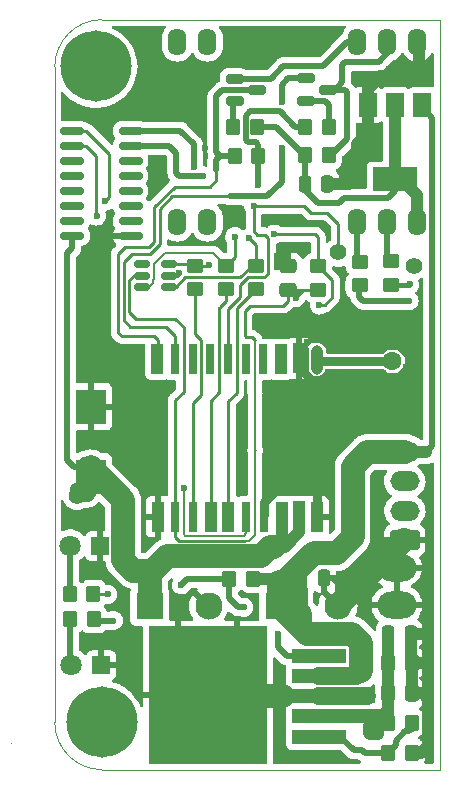
<source format=gbr>
G04 #@! TF.GenerationSoftware,KiCad,Pcbnew,(6.0.7)*
G04 #@! TF.CreationDate,2023-02-15T16:43:35+05:30*
G04 #@! TF.ProjectId,POWER CARD,504f5745-5220-4434-9152-442e6b696361,rev?*
G04 #@! TF.SameCoordinates,Original*
G04 #@! TF.FileFunction,Copper,L2,Bot*
G04 #@! TF.FilePolarity,Positive*
%FSLAX46Y46*%
G04 Gerber Fmt 4.6, Leading zero omitted, Abs format (unit mm)*
G04 Created by KiCad (PCBNEW (6.0.7)) date 2023-02-15 16:43:35*
%MOMM*%
%LPD*%
G01*
G04 APERTURE LIST*
G04 Aperture macros list*
%AMRoundRect*
0 Rectangle with rounded corners*
0 $1 Rounding radius*
0 $2 $3 $4 $5 $6 $7 $8 $9 X,Y pos of 4 corners*
0 Add a 4 corners polygon primitive as box body*
4,1,4,$2,$3,$4,$5,$6,$7,$8,$9,$2,$3,0*
0 Add four circle primitives for the rounded corners*
1,1,$1+$1,$2,$3*
1,1,$1+$1,$4,$5*
1,1,$1+$1,$6,$7*
1,1,$1+$1,$8,$9*
0 Add four rect primitives between the rounded corners*
20,1,$1+$1,$2,$3,$4,$5,0*
20,1,$1+$1,$4,$5,$6,$7,0*
20,1,$1+$1,$6,$7,$8,$9,0*
20,1,$1+$1,$8,$9,$2,$3,0*%
G04 Aperture macros list end*
G04 #@! TA.AperFunction,Profile*
%ADD10C,0.100000*%
G04 #@! TD*
G04 #@! TA.AperFunction,ComponentPad*
%ADD11O,3.300000X2.300000*%
G04 #@! TD*
G04 #@! TA.AperFunction,ComponentPad*
%ADD12R,2.300000X2.300000*%
G04 #@! TD*
G04 #@! TA.AperFunction,ComponentPad*
%ADD13C,2.300000*%
G04 #@! TD*
G04 #@! TA.AperFunction,ComponentPad*
%ADD14O,1.600000X2.300000*%
G04 #@! TD*
G04 #@! TA.AperFunction,ComponentPad*
%ADD15C,6.000000*%
G04 #@! TD*
G04 #@! TA.AperFunction,ComponentPad*
%ADD16C,0.800000*%
G04 #@! TD*
G04 #@! TA.AperFunction,ComponentPad*
%ADD17R,1.500000X1.500000*%
G04 #@! TD*
G04 #@! TA.AperFunction,ComponentPad*
%ADD18C,1.800000*%
G04 #@! TD*
G04 #@! TA.AperFunction,ComponentPad*
%ADD19C,1.400000*%
G04 #@! TD*
G04 #@! TA.AperFunction,ComponentPad*
%ADD20RoundRect,0.250000X1.000000X-0.600000X1.000000X0.600000X-1.000000X0.600000X-1.000000X-0.600000X0*%
G04 #@! TD*
G04 #@! TA.AperFunction,ComponentPad*
%ADD21O,2.500000X1.700000*%
G04 #@! TD*
G04 #@! TA.AperFunction,ComponentPad*
%ADD22C,1.600000*%
G04 #@! TD*
G04 #@! TA.AperFunction,SMDPad,CuDef*
%ADD23RoundRect,0.200000X-0.537500X-0.200000X0.537500X-0.200000X0.537500X0.200000X-0.537500X0.200000X0*%
G04 #@! TD*
G04 #@! TA.AperFunction,SMDPad,CuDef*
%ADD24RoundRect,0.250000X-0.350000X-0.450000X0.350000X-0.450000X0.350000X0.450000X-0.350000X0.450000X0*%
G04 #@! TD*
G04 #@! TA.AperFunction,SMDPad,CuDef*
%ADD25RoundRect,0.250000X0.475000X-0.337500X0.475000X0.337500X-0.475000X0.337500X-0.475000X-0.337500X0*%
G04 #@! TD*
G04 #@! TA.AperFunction,SMDPad,CuDef*
%ADD26RoundRect,0.250000X0.350000X0.450000X-0.350000X0.450000X-0.350000X-0.450000X0.350000X-0.450000X0*%
G04 #@! TD*
G04 #@! TA.AperFunction,SMDPad,CuDef*
%ADD27RoundRect,0.250000X0.450000X-0.350000X0.450000X0.350000X-0.450000X0.350000X-0.450000X-0.350000X0*%
G04 #@! TD*
G04 #@! TA.AperFunction,SMDPad,CuDef*
%ADD28RoundRect,0.250000X-0.337500X-0.475000X0.337500X-0.475000X0.337500X0.475000X-0.337500X0.475000X0*%
G04 #@! TD*
G04 #@! TA.AperFunction,SMDPad,CuDef*
%ADD29RoundRect,0.250000X-0.450000X0.350000X-0.450000X-0.350000X0.450000X-0.350000X0.450000X0.350000X0*%
G04 #@! TD*
G04 #@! TA.AperFunction,SMDPad,CuDef*
%ADD30RoundRect,0.250000X-0.250000X-0.475000X0.250000X-0.475000X0.250000X0.475000X-0.250000X0.475000X0*%
G04 #@! TD*
G04 #@! TA.AperFunction,SMDPad,CuDef*
%ADD31R,4.600000X1.300000*%
G04 #@! TD*
G04 #@! TA.AperFunction,SMDPad,CuDef*
%ADD32R,4.850000X5.900000*%
G04 #@! TD*
G04 #@! TA.AperFunction,SMDPad,CuDef*
%ADD33R,4.700000X5.850000*%
G04 #@! TD*
G04 #@! TA.AperFunction,SMDPad,CuDef*
%ADD34R,4.750000X5.475000*%
G04 #@! TD*
G04 #@! TA.AperFunction,SMDPad,CuDef*
%ADD35R,9.975000X11.650000*%
G04 #@! TD*
G04 #@! TA.AperFunction,SMDPad,CuDef*
%ADD36R,4.850000X5.575000*%
G04 #@! TD*
G04 #@! TA.AperFunction,SMDPad,CuDef*
%ADD37RoundRect,0.150000X0.512500X0.150000X-0.512500X0.150000X-0.512500X-0.150000X0.512500X-0.150000X0*%
G04 #@! TD*
G04 #@! TA.AperFunction,SMDPad,CuDef*
%ADD38R,1.000000X2.500000*%
G04 #@! TD*
G04 #@! TA.AperFunction,SMDPad,CuDef*
%ADD39R,0.800000X2.500000*%
G04 #@! TD*
G04 #@! TA.AperFunction,SMDPad,CuDef*
%ADD40O,1.000000X2.500000*%
G04 #@! TD*
G04 #@! TA.AperFunction,SMDPad,CuDef*
%ADD41R,1.500000X2.000000*%
G04 #@! TD*
G04 #@! TA.AperFunction,SMDPad,CuDef*
%ADD42R,3.800000X2.000000*%
G04 #@! TD*
G04 #@! TA.AperFunction,SMDPad,CuDef*
%ADD43R,2.500000X3.000000*%
G04 #@! TD*
G04 #@! TA.AperFunction,SMDPad,CuDef*
%ADD44RoundRect,0.150000X0.825000X0.150000X-0.825000X0.150000X-0.825000X-0.150000X0.825000X-0.150000X0*%
G04 #@! TD*
G04 #@! TA.AperFunction,ViaPad*
%ADD45C,0.600000*%
G04 #@! TD*
G04 #@! TA.AperFunction,Conductor*
%ADD46C,0.200000*%
G04 #@! TD*
G04 #@! TA.AperFunction,Conductor*
%ADD47C,0.250000*%
G04 #@! TD*
G04 #@! TA.AperFunction,Conductor*
%ADD48C,0.500000*%
G04 #@! TD*
G04 #@! TA.AperFunction,Conductor*
%ADD49C,1.000000*%
G04 #@! TD*
G04 #@! TA.AperFunction,Conductor*
%ADD50C,0.400000*%
G04 #@! TD*
G04 #@! TA.AperFunction,Conductor*
%ADD51C,2.000000*%
G04 #@! TD*
G04 #@! TA.AperFunction,Conductor*
%ADD52C,0.750000*%
G04 #@! TD*
G04 #@! TA.AperFunction,Conductor*
%ADD53C,1.500000*%
G04 #@! TD*
G04 #@! TA.AperFunction,Conductor*
%ADD54C,0.800000*%
G04 #@! TD*
G04 #@! TA.AperFunction,Conductor*
%ADD55C,0.050000*%
G04 #@! TD*
G04 #@! TA.AperFunction,Conductor*
%ADD56C,1.200000*%
G04 #@! TD*
G04 APERTURE END LIST*
D10*
X85582966Y-123837734D02*
G75*
G03*
X89583042Y-127837734I4000034J34D01*
G01*
X85583042Y-68337734D02*
X85583042Y-123837734D01*
X118166574Y-127837734D02*
X118166574Y-64337734D01*
X89583042Y-127837734D02*
X118166574Y-127837734D01*
X118166574Y-64337734D02*
X89583042Y-64337734D01*
X89583042Y-64337732D02*
G75*
G03*
X85583042Y-68337734I-2J-3999998D01*
G01*
X81906894Y-125643083D02*
G75*
G03*
X81906894Y-125643083I-1J0D01*
G01*
D11*
X114523042Y-110727734D03*
D12*
X93622074Y-114023224D03*
D13*
X98622074Y-114023224D03*
D12*
X104558634Y-113967496D03*
D13*
X109558634Y-113967496D03*
D14*
X116282297Y-66236801D03*
X113742297Y-66236801D03*
X111202297Y-66236801D03*
X98502297Y-66236801D03*
X95962297Y-66236801D03*
X95962297Y-81476801D03*
X98502297Y-81476801D03*
X111202297Y-81476801D03*
X113742297Y-81476801D03*
X116282297Y-81476801D03*
D11*
X114553042Y-113927734D03*
D15*
X89558714Y-123804359D03*
D16*
X91414869Y-121948204D03*
X86933714Y-123804359D03*
X92183714Y-123804359D03*
X91414869Y-125660514D03*
X89558714Y-121179359D03*
X89558714Y-126429359D03*
X87702559Y-125660514D03*
X87702559Y-121948204D03*
D17*
X89428715Y-108904359D03*
D18*
X86888713Y-108904359D03*
D19*
X87473042Y-104637734D03*
D16*
X89058714Y-70929359D03*
X91683714Y-68304359D03*
X87202559Y-66448204D03*
D15*
X89058714Y-68304359D03*
D16*
X90914869Y-66448204D03*
X89058714Y-65679359D03*
X90914869Y-70160514D03*
X87202559Y-70160514D03*
X86433714Y-68304359D03*
D17*
X89528715Y-119004359D03*
D18*
X86988713Y-119004359D03*
D19*
X109603042Y-84047734D03*
X116003042Y-85157734D03*
D20*
X115213042Y-108427734D03*
D21*
X115213042Y-105927734D03*
X115213042Y-103427734D03*
X115213042Y-100927734D03*
D22*
X114163042Y-93237734D03*
D23*
X100805542Y-71257734D03*
X100805542Y-69357734D03*
X102680542Y-70307734D03*
D24*
X100365347Y-111678233D03*
X102365347Y-111678233D03*
D25*
X105293042Y-87245234D03*
X105293042Y-85170234D03*
D26*
X102833042Y-75857734D03*
X100833042Y-75857734D03*
D27*
X107873042Y-87187734D03*
X107873042Y-85187734D03*
D28*
X113795211Y-118802549D03*
X115870211Y-118802549D03*
D24*
X106803042Y-75827734D03*
X108803042Y-75827734D03*
D29*
X97483042Y-85177734D03*
X97483042Y-87177734D03*
X111403042Y-84847734D03*
X111403042Y-86847734D03*
X102583042Y-85157734D03*
X102583042Y-87157734D03*
D24*
X113814135Y-126427955D03*
X115814135Y-126427955D03*
X86891018Y-115103863D03*
X88891018Y-115103863D03*
D30*
X106453042Y-111647734D03*
X108353042Y-111647734D03*
D31*
X107976519Y-118234835D03*
X107976519Y-119934835D03*
D32*
X101026519Y-124384835D03*
D31*
X107976519Y-121634835D03*
D33*
X95951519Y-124459835D03*
D34*
X95976519Y-118497335D03*
D35*
X98539019Y-121559835D03*
D36*
X101026519Y-118547335D03*
D31*
X107976519Y-123334835D03*
X107976519Y-125034835D03*
D37*
X95234470Y-85067734D03*
X95234470Y-86017734D03*
X95234470Y-86967734D03*
X92959470Y-86967734D03*
X92959470Y-86017734D03*
X92959470Y-85067734D03*
D29*
X100064485Y-85168508D03*
X100064485Y-87168508D03*
D24*
X86856343Y-112963097D03*
X88856343Y-112963097D03*
D38*
X107788042Y-106417734D03*
X106300542Y-106405234D03*
X104788042Y-106417734D03*
D39*
X103288042Y-106417734D03*
X101788042Y-106417734D03*
D38*
X100288042Y-106417734D03*
X98788042Y-106417734D03*
D39*
X97288042Y-106417734D03*
X95788042Y-106417734D03*
D38*
X94288042Y-106417734D03*
X94250542Y-93105234D03*
D39*
X95750542Y-93105234D03*
X97250542Y-93105234D03*
X98750542Y-93105234D03*
X100250542Y-93105234D03*
X101750542Y-93105234D03*
X103250542Y-93105234D03*
D38*
X104750542Y-93105234D03*
X106263042Y-93017734D03*
D40*
X107750542Y-93117734D03*
D26*
X102693042Y-73467734D03*
X100693042Y-73467734D03*
D30*
X113808407Y-116338146D03*
X115708407Y-116338146D03*
D23*
X106835542Y-71207734D03*
X106835542Y-69307734D03*
X108710542Y-70257734D03*
D41*
X112103042Y-71567734D03*
D42*
X114403042Y-77867734D03*
D41*
X114403042Y-71567734D03*
X116703042Y-71567734D03*
D26*
X115789367Y-123889249D03*
X113789367Y-123889249D03*
D43*
X88665189Y-103046012D03*
X88665189Y-97096012D03*
D29*
X114023042Y-84787734D03*
X114023042Y-86787734D03*
D24*
X106803042Y-73397734D03*
X108803042Y-73397734D03*
D28*
X113789019Y-121375311D03*
X115864019Y-121375311D03*
D30*
X106733042Y-78237734D03*
X108633042Y-78237734D03*
D44*
X91998042Y-73752734D03*
X91998042Y-75022734D03*
X91998042Y-76292734D03*
X91998042Y-77562734D03*
X91998042Y-78832734D03*
X91998042Y-80102734D03*
X91998042Y-81372734D03*
X91998042Y-82642734D03*
X87048042Y-82642734D03*
X87048042Y-81372734D03*
X87048042Y-80102734D03*
X87048042Y-78832734D03*
X87048042Y-77562734D03*
X87048042Y-76292734D03*
X87048042Y-75022734D03*
X87048042Y-73752734D03*
D45*
X102983042Y-90437734D03*
X102883042Y-89637734D03*
X105613042Y-103147734D03*
X104633042Y-103097734D03*
X106653042Y-103177734D03*
X107743042Y-103207734D03*
X108783042Y-103237734D03*
X113083042Y-102737734D03*
X112883042Y-104737734D03*
X112883042Y-107037734D03*
X112883042Y-108237734D03*
X112883042Y-109237734D03*
X109783042Y-111837734D03*
X110983042Y-112537734D03*
X110983042Y-111537734D03*
X110983042Y-110637734D03*
X112083042Y-110137734D03*
X112083042Y-111137734D03*
X112083042Y-112037734D03*
X115583042Y-88137734D03*
X105563042Y-95907734D03*
X104563042Y-95907734D03*
X105563042Y-97387734D03*
X104583042Y-97337734D03*
X106603042Y-97417734D03*
X107693042Y-97447734D03*
X106563042Y-95907734D03*
X107663042Y-95907734D03*
X108733042Y-97477734D03*
X108763042Y-95907734D03*
X115283042Y-89637734D03*
X114183042Y-89637734D03*
X112983042Y-89637734D03*
X111783042Y-89637734D03*
X110583042Y-89637734D03*
X108483042Y-81837734D03*
X100483042Y-81437734D03*
X97283042Y-83137734D03*
X106083042Y-81137734D03*
X100483042Y-80437734D03*
X101483042Y-103837734D03*
X101483042Y-98537734D03*
X101483042Y-97037734D03*
X89033042Y-98117734D03*
X88993042Y-97157734D03*
X97253042Y-123847734D03*
X97193042Y-121767734D03*
X97253042Y-119687734D03*
X97283042Y-118017734D03*
X110483042Y-97037734D03*
X88993042Y-96077734D03*
X110393042Y-77747734D03*
X92933042Y-103957734D03*
X107603042Y-91307734D03*
X97033042Y-69227734D03*
X107283042Y-94707734D03*
X90893042Y-97987734D03*
X111663042Y-73637734D03*
X117171117Y-112349237D03*
X117223042Y-117167734D03*
X117205231Y-115427063D03*
X117173042Y-125527734D03*
X94313042Y-77947734D03*
X97033042Y-70537734D03*
X117186199Y-124768790D03*
X113983042Y-94547734D03*
X89564910Y-110958617D03*
X113293042Y-92297734D03*
X115383042Y-98337734D03*
X98333042Y-75177734D03*
X94293042Y-76707734D03*
X98826519Y-121634835D03*
X108753042Y-101607734D03*
X117110397Y-110740146D03*
X110977205Y-121657327D03*
X113903042Y-68557734D03*
X117250771Y-120541073D03*
X104383042Y-84337734D03*
X91943042Y-96697734D03*
X93343042Y-108747734D03*
X112233042Y-121567734D03*
X103086364Y-121634835D03*
X89903042Y-81757734D03*
X100611853Y-119678994D03*
X112743042Y-74827734D03*
X110353042Y-76587734D03*
X103203191Y-123914299D03*
X115363042Y-93737734D03*
X108783042Y-100037734D03*
X108283042Y-94717734D03*
X90213881Y-117183089D03*
X113963042Y-91947734D03*
X101475633Y-123858571D03*
X100363042Y-66917734D03*
X117193042Y-69617734D03*
X111083042Y-75697734D03*
X115453042Y-92807734D03*
X98983042Y-117987734D03*
X98800703Y-123886435D03*
X112703042Y-73667734D03*
X111433042Y-77777734D03*
X111003042Y-69197734D03*
X114863042Y-92107734D03*
X93803042Y-103957734D03*
X117224898Y-122366307D03*
X102506595Y-119678994D03*
X114023042Y-69527734D03*
X104583042Y-100037734D03*
X104603042Y-101467734D03*
X107683042Y-100037734D03*
X90963042Y-96667734D03*
X89923042Y-82697734D03*
X114573042Y-68017734D03*
X112293042Y-92287734D03*
X110473042Y-92257734D03*
X99993477Y-121634835D03*
X107713042Y-101577734D03*
X112123042Y-75727734D03*
X111373042Y-92277734D03*
X90923042Y-95507734D03*
X111393042Y-76617734D03*
X104869650Y-121634835D03*
X110483042Y-95237734D03*
X106773042Y-92507734D03*
X102562323Y-117979299D03*
X94323042Y-69217734D03*
X101433042Y-66917734D03*
X94793042Y-103947734D03*
X105583042Y-101517734D03*
X113183042Y-94157734D03*
X112043042Y-69227734D03*
X115063042Y-69557734D03*
X110443042Y-94167734D03*
X96143042Y-85797734D03*
X91181899Y-117183089D03*
X91903042Y-95537734D03*
X111323042Y-94137734D03*
X106583042Y-100037734D03*
X100138168Y-123858571D03*
X106623042Y-101547734D03*
X109573042Y-94177734D03*
X108793042Y-92237734D03*
X117343042Y-114187734D03*
X105099041Y-84297734D03*
X117263042Y-127007734D03*
X113133042Y-69257734D03*
X94353042Y-70517734D03*
X88851445Y-111353300D03*
X110483042Y-97937734D03*
X108313042Y-91517734D03*
X100444670Y-117979299D03*
X88077259Y-111368480D03*
X101470261Y-121634835D03*
X98884295Y-119706858D03*
X106793042Y-93297734D03*
X109573042Y-92267734D03*
X91873042Y-98047734D03*
X117233042Y-117907734D03*
X88933042Y-82697734D03*
X100373042Y-66047734D03*
X108753042Y-94177734D03*
X111703042Y-74797734D03*
X106783042Y-94067734D03*
X106953042Y-91657734D03*
X105583042Y-100037734D03*
X114863042Y-94397734D03*
X117183304Y-123055911D03*
X112293042Y-94167734D03*
X110483042Y-96149691D03*
X116153042Y-69587734D03*
X117248118Y-119737817D03*
X104423042Y-85267734D03*
X90062388Y-112985053D03*
X89123042Y-80967734D03*
X96543042Y-103967734D03*
X115633042Y-86757734D03*
X105972531Y-87885067D03*
X112199168Y-124761143D03*
X112183988Y-124108398D03*
X113774685Y-122633595D03*
X112889234Y-124084579D03*
X112914002Y-124827614D03*
X112874786Y-123244535D03*
X104783042Y-71337734D03*
X104793042Y-75197734D03*
X100833042Y-82707734D03*
X98683042Y-85117734D03*
X101991724Y-82848234D03*
X107978542Y-88493134D03*
X104173042Y-82497734D03*
X98103042Y-77567734D03*
X97356965Y-76818234D03*
X96288272Y-112191812D03*
X101583042Y-114087734D03*
X89855282Y-79687734D03*
X104473042Y-116377734D03*
X102413042Y-80147734D03*
X102751151Y-78373234D03*
X90549115Y-115215888D03*
D46*
X102503042Y-91927734D02*
X102503042Y-91457734D01*
D47*
X101783042Y-91237734D02*
X102283042Y-91237734D01*
X101683042Y-91137734D02*
X101783042Y-91237734D01*
X101683042Y-89037734D02*
X101683042Y-91137734D01*
X102283042Y-91237734D02*
X102503042Y-91457734D01*
X102153042Y-88567734D02*
X101683042Y-89037734D01*
X103443042Y-88567734D02*
X102153042Y-88567734D01*
D48*
X111683042Y-88137734D02*
X115583042Y-88137734D01*
X111383042Y-86867734D02*
X111383042Y-87837734D01*
X111403042Y-86847734D02*
X111383042Y-86867734D01*
X111383042Y-87837734D02*
X111683042Y-88137734D01*
D47*
X100833042Y-84399951D02*
X100064485Y-85168508D01*
X100833042Y-82707734D02*
X100833042Y-84399951D01*
X105972531Y-87885067D02*
X106183042Y-87674556D01*
X106183042Y-87674556D02*
X106183042Y-87437734D01*
X105990542Y-87867056D02*
X105990542Y-87245234D01*
X105990542Y-87245234D02*
X106545542Y-87245234D01*
X105293042Y-87245234D02*
X105990542Y-87245234D01*
X105972531Y-87885067D02*
X105990542Y-87867056D01*
X105195542Y-85267734D02*
X105293042Y-85170234D01*
X104423042Y-85267734D02*
X105195542Y-85267734D01*
X104383042Y-85227734D02*
X104423042Y-85267734D01*
D48*
X104383042Y-84337734D02*
X104383042Y-85227734D01*
X105099041Y-84297734D02*
X104423042Y-84297734D01*
D47*
X104423042Y-84297734D02*
X104383042Y-84337734D01*
X105293042Y-84491735D02*
X105099041Y-84297734D01*
X105293042Y-85170234D02*
X105293042Y-84491735D01*
X103653042Y-85847734D02*
X103333042Y-86167734D01*
X103653042Y-82867734D02*
X103653042Y-85847734D01*
X103343042Y-82557734D02*
X103653042Y-82867734D01*
X103333042Y-86167734D02*
X101913042Y-86167734D01*
X106545542Y-87312056D02*
X105972531Y-87885067D01*
X106545542Y-87245234D02*
X106545542Y-87312056D01*
X107643042Y-82497734D02*
X104173042Y-82497734D01*
X107873042Y-82727734D02*
X107643042Y-82497734D01*
X107873042Y-85187734D02*
X107873042Y-82727734D01*
X106713042Y-80147734D02*
X102413042Y-80147734D01*
X109603042Y-81627734D02*
X108663042Y-80687734D01*
X108663042Y-80687734D02*
X107253042Y-80687734D01*
X109603042Y-84047734D02*
X109603042Y-81627734D01*
X107253042Y-80687734D02*
X106713042Y-80147734D01*
X107873042Y-85187734D02*
X109073042Y-86387734D01*
X109073042Y-87848394D02*
X108428302Y-88493134D01*
X108428302Y-88493134D02*
X107978542Y-88493134D01*
X109073042Y-86387734D02*
X109073042Y-87848394D01*
X111323042Y-94137734D02*
X112263042Y-94137734D01*
X108263042Y-94667734D02*
X108753042Y-94177734D01*
X113983042Y-94547734D02*
X114713042Y-94547734D01*
D49*
X110533042Y-78237734D02*
X111213042Y-77557734D01*
X111983042Y-74127734D02*
X112053042Y-74127734D01*
D47*
X107053042Y-94257734D02*
X107453042Y-94657734D01*
X115363042Y-92897734D02*
X115453042Y-92807734D01*
X113958042Y-94347734D02*
X114588042Y-94347734D01*
X110443042Y-94167734D02*
X111293042Y-94167734D01*
D50*
X106300542Y-94055234D02*
X106923042Y-94677734D01*
D49*
X117210966Y-116386227D02*
X117210966Y-118567536D01*
X112123042Y-74057734D02*
X112103042Y-74037734D01*
D51*
X115098396Y-108427734D02*
X109558634Y-113967496D01*
D47*
X110433042Y-94177734D02*
X110443042Y-94167734D01*
X105430542Y-85307734D02*
X105293042Y-85170234D01*
D48*
X109558634Y-112083326D02*
X109123042Y-111647734D01*
D49*
X112103042Y-74037734D02*
X112103042Y-71567734D01*
D47*
X106300542Y-93255234D02*
X106300542Y-94055234D01*
X113173042Y-94167734D02*
X113183042Y-94157734D01*
D48*
X89658626Y-96902574D02*
X88615189Y-97946012D01*
D49*
X113143042Y-69147734D02*
X115483042Y-69147734D01*
D47*
X113423042Y-94097734D02*
X113433042Y-94097734D01*
X106300542Y-93255234D02*
X106300542Y-92870234D01*
X108753042Y-94177734D02*
X109573042Y-94177734D01*
D49*
X115708407Y-116338146D02*
X115708407Y-118640745D01*
X115870211Y-118802549D02*
X116975953Y-118802549D01*
X117223350Y-121847095D02*
X116751566Y-121375311D01*
X115708407Y-116338146D02*
X117127795Y-116338146D01*
X116443042Y-68187734D02*
X116443042Y-66397546D01*
X112103042Y-71567734D02*
X112103042Y-70187734D01*
D47*
X96143042Y-85847734D02*
X95973042Y-86017734D01*
X108523042Y-93962234D02*
X113287542Y-93962234D01*
X113287542Y-93962234D02*
X113423042Y-94097734D01*
D48*
X101470261Y-121634835D02*
X99993477Y-121634835D01*
D52*
X103288042Y-106267734D02*
X103288042Y-105206978D01*
D47*
X112263042Y-94137734D02*
X112293042Y-94167734D01*
D49*
X117223350Y-125821424D02*
X117223350Y-121847095D01*
D47*
X115250542Y-92735234D02*
X114655542Y-92140234D01*
X107088042Y-91687734D02*
X107058042Y-91687734D01*
D52*
X103288042Y-105206978D02*
X104477286Y-104017734D01*
D49*
X117127795Y-116338146D02*
X117145340Y-116320601D01*
D48*
X112030659Y-121634835D02*
X112063895Y-121601599D01*
D47*
X114723042Y-91967734D02*
X113983042Y-91967734D01*
D46*
X95234470Y-86017734D02*
X94793042Y-86017734D01*
D49*
X111213042Y-77557734D02*
X111213042Y-74897734D01*
D47*
X113743042Y-92077734D02*
X113323042Y-92497734D01*
X96143042Y-85797734D02*
X96143042Y-85847734D01*
X108703042Y-92267734D02*
X109573042Y-92267734D01*
X113963042Y-91947734D02*
X113643042Y-91947734D01*
X112293042Y-94167734D02*
X113173042Y-94167734D01*
X114863042Y-92107734D02*
X114723042Y-91967734D01*
D49*
X115870211Y-121369119D02*
X115864019Y-121375311D01*
D47*
X114580542Y-94380234D02*
X115245542Y-93715234D01*
D49*
X115708407Y-118640745D02*
X115870211Y-118802549D01*
D48*
X99993477Y-121634835D02*
X98826519Y-121634835D01*
X103086364Y-121634835D02*
X101470261Y-121634835D01*
D47*
X106773042Y-92257734D02*
X106773042Y-92507734D01*
D48*
X109558634Y-113967496D02*
X109558634Y-112083326D01*
D47*
X107053042Y-91667734D02*
X106633042Y-92087734D01*
X115453042Y-92807734D02*
X115453042Y-92697734D01*
X107478042Y-94627734D02*
X108028042Y-94627734D01*
X108523042Y-94167734D02*
X108523042Y-93962234D01*
X95973042Y-86017734D02*
X95234470Y-86017734D01*
X106813042Y-94007734D02*
X106873042Y-94067734D01*
D49*
X112103042Y-70187734D02*
X113143042Y-69147734D01*
D47*
X113883042Y-94327734D02*
X113993042Y-94437734D01*
D48*
X107976519Y-121634835D02*
X104869650Y-121634835D01*
D47*
X105293042Y-85170234D02*
X104817196Y-84694388D01*
D48*
X104817196Y-84694388D02*
X104817196Y-84332234D01*
D47*
X113303542Y-92507734D02*
X108593042Y-92507734D01*
X106938042Y-91852734D02*
X106803042Y-91987734D01*
D49*
X112053042Y-74127734D02*
X112123042Y-74057734D01*
X116975953Y-118802549D02*
X117210966Y-118567536D01*
X111213042Y-74897734D02*
X111983042Y-74127734D01*
D47*
X106963042Y-92147734D02*
X106963042Y-94347734D01*
D49*
X115814135Y-126427955D02*
X116616819Y-126427955D01*
D47*
X108058042Y-94692734D02*
X108568042Y-94182734D01*
X115288042Y-93772734D02*
X115288042Y-92682734D01*
X110493042Y-92277734D02*
X110473042Y-92257734D01*
D49*
X116443042Y-66397546D02*
X116282297Y-66236801D01*
D47*
X106813042Y-93297734D02*
X106813042Y-94007734D01*
X109573042Y-94177734D02*
X110433042Y-94177734D01*
D52*
X104477286Y-104017734D02*
X107288042Y-104017734D01*
D47*
X113663042Y-94327734D02*
X113883042Y-94327734D01*
D52*
X107788042Y-104517734D02*
X107788042Y-106267734D01*
D47*
X111293042Y-94167734D02*
X111323042Y-94137734D01*
X114863042Y-94397734D02*
X114863042Y-94237734D01*
D49*
X115870211Y-118802549D02*
X115870211Y-121369119D01*
D47*
X106943042Y-91717734D02*
X106763042Y-91717734D01*
D49*
X115483042Y-69147734D02*
X116443042Y-68187734D01*
D52*
X107288042Y-104017734D02*
X107788042Y-104517734D01*
D47*
X111383042Y-92287734D02*
X111373042Y-92277734D01*
X115363042Y-93737734D02*
X115363042Y-92897734D01*
X108652542Y-92427234D02*
X108593042Y-92367734D01*
X113293042Y-92297734D02*
X112303042Y-92297734D01*
X113183042Y-94157734D02*
X113573042Y-94547734D01*
X112303042Y-92297734D02*
X112293042Y-92287734D01*
X109573042Y-92267734D02*
X110463042Y-92267734D01*
X95234470Y-86017734D02*
X95053042Y-86017734D01*
X113573042Y-94547734D02*
X113983042Y-94547734D01*
X113643042Y-91947734D02*
X113293042Y-92297734D01*
X113433042Y-94097734D02*
X113663042Y-94327734D01*
X114863042Y-94237734D02*
X115363042Y-93737734D01*
D50*
X106773042Y-92507734D02*
X106773042Y-93257734D01*
D49*
X117210966Y-118567536D02*
X117210966Y-121834711D01*
D53*
X107976519Y-121634835D02*
X112030659Y-121634835D01*
D47*
X106873042Y-94067734D02*
X106873042Y-94237734D01*
D49*
X116616819Y-126427955D02*
X117223350Y-125821424D01*
D48*
X109123042Y-111647734D02*
X108353042Y-111647734D01*
D47*
X108043042Y-91477734D02*
X107303042Y-91477734D01*
D49*
X117210966Y-121834711D02*
X117223350Y-121847095D01*
D47*
X107138042Y-91452734D02*
X106843042Y-91747734D01*
X112293042Y-92287734D02*
X111383042Y-92287734D01*
X114708042Y-92127734D02*
X113658042Y-92127734D01*
X108173042Y-94677734D02*
X108183042Y-94667734D01*
X113983042Y-91967734D02*
X113963042Y-91947734D01*
X110463042Y-92267734D02*
X110473042Y-92257734D01*
X106923042Y-94677734D02*
X107463042Y-94677734D01*
D49*
X117145340Y-116320601D02*
X117210966Y-116386227D01*
D47*
X108653042Y-92097734D02*
X108163042Y-91607734D01*
X107313042Y-94677734D02*
X108173042Y-94677734D01*
X108538042Y-91892734D02*
X108453042Y-91807734D01*
X107203042Y-91507734D02*
X107143042Y-91567734D01*
X111373042Y-92277734D02*
X110493042Y-92277734D01*
D49*
X116751566Y-121375311D02*
X115864019Y-121375311D01*
D47*
X114713042Y-94547734D02*
X114863042Y-94397734D01*
X115453042Y-92697734D02*
X114863042Y-92107734D01*
D49*
X108633042Y-78237734D02*
X110533042Y-78237734D01*
D47*
X108183042Y-94667734D02*
X108263042Y-94667734D01*
D51*
X104869650Y-121634835D02*
X103086364Y-121634835D01*
X115213042Y-108427734D02*
X115098396Y-108427734D01*
D47*
X106873042Y-94237734D02*
X107313042Y-94677734D01*
X106773042Y-93257734D02*
X106813042Y-93297734D01*
X108243042Y-91537734D02*
X107073042Y-91537734D01*
D48*
X114403042Y-78847734D02*
X114403042Y-77867734D01*
X110073042Y-79427734D02*
X113823042Y-79427734D01*
D49*
X114403042Y-76237734D02*
X114403042Y-71567734D01*
D48*
X106486797Y-78483979D02*
X106733042Y-78237734D01*
D49*
X114423042Y-77337734D02*
X114423042Y-76257734D01*
D48*
X102693042Y-73467734D02*
X104293042Y-73467734D01*
D47*
X106803042Y-78600234D02*
X106795542Y-78607734D01*
D49*
X116282297Y-79196989D02*
X114423042Y-77337734D01*
D48*
X106653042Y-75827734D02*
X106803042Y-75827734D01*
X106803042Y-75827734D02*
X106803042Y-78600234D01*
X106733042Y-78237734D02*
X106733042Y-75897734D01*
X106803042Y-78600234D02*
X106803042Y-78787734D01*
X106803042Y-78787734D02*
X107853042Y-79837734D01*
X106733042Y-75897734D02*
X106803042Y-75827734D01*
X113823042Y-79427734D02*
X114403042Y-78847734D01*
X107853042Y-79837734D02*
X109663042Y-79837734D01*
X104293042Y-73467734D02*
X106653042Y-75827734D01*
D49*
X116282297Y-81476801D02*
X116282297Y-79196989D01*
D48*
X109663042Y-79837734D02*
X110073042Y-79427734D01*
D49*
X114423042Y-76257734D02*
X114403042Y-76237734D01*
D48*
X86856343Y-112963097D02*
X86856343Y-108936729D01*
X86856343Y-108936729D02*
X86888713Y-108904359D01*
X86891018Y-115103863D02*
X86891018Y-118906664D01*
X86891018Y-118906664D02*
X86988713Y-119004359D01*
D54*
X114163042Y-93237734D02*
X107818042Y-93237734D01*
D47*
X107818042Y-93237734D02*
X107788042Y-93267734D01*
D48*
X107976519Y-125034835D02*
X109726519Y-125034835D01*
X113814135Y-126427955D02*
X114447091Y-125794999D01*
X115789367Y-124371537D02*
X115789367Y-123889249D01*
X111597411Y-126192660D02*
X111832706Y-126427955D01*
X115558892Y-124602012D02*
X115789367Y-124371537D01*
X115278191Y-124602012D02*
X115558892Y-124602012D01*
X110884344Y-126192660D02*
X111597411Y-126192660D01*
X109726519Y-125034835D02*
X110884344Y-126192660D01*
X114447091Y-125794999D02*
X114447091Y-125433112D01*
X111832706Y-126427955D02*
X113814135Y-126427955D01*
X114447091Y-125433112D02*
X115278191Y-124602012D01*
D47*
X88856343Y-112963097D02*
X90040432Y-112963097D01*
X90040432Y-112963097D02*
X90062388Y-112985053D01*
D48*
X117553042Y-72627734D02*
X117553042Y-100407734D01*
D53*
X111079902Y-119934835D02*
X111492292Y-119522445D01*
D51*
X104558634Y-111987772D02*
X105033004Y-111987772D01*
X109443042Y-109527734D02*
X110793042Y-108177734D01*
D49*
X115213042Y-100927734D02*
X117033042Y-100927734D01*
D51*
X110748955Y-116333555D02*
X106919789Y-116333555D01*
D48*
X116723042Y-71797734D02*
X117553042Y-72627734D01*
D51*
X106324388Y-114632665D02*
X105659219Y-113967496D01*
D48*
X106453042Y-111647734D02*
X104898672Y-111647734D01*
D51*
X112053042Y-100927734D02*
X115213042Y-100927734D01*
X105659219Y-113967496D02*
X104558634Y-113967496D01*
D48*
X104898672Y-111647734D02*
X104558634Y-111987772D01*
D51*
X110793042Y-108177734D02*
X110793042Y-102187734D01*
X111492292Y-119522445D02*
X111492292Y-117076892D01*
D53*
X107976519Y-119934835D02*
X111079902Y-119934835D01*
D51*
X106324388Y-115738154D02*
X106324388Y-114632665D01*
X106324388Y-114632665D02*
X105973042Y-114281319D01*
X111492292Y-117076892D02*
X110748955Y-116333555D01*
D49*
X102365347Y-111678233D02*
X104249095Y-111678233D01*
D51*
X110793042Y-102187734D02*
X112053042Y-100927734D01*
X106324388Y-115733250D02*
X104558634Y-113967496D01*
X106324388Y-115738154D02*
X106324388Y-115733250D01*
X104558634Y-111987772D02*
X104558634Y-113967496D01*
X107493042Y-109527734D02*
X109443042Y-109527734D01*
D48*
X117033042Y-100927734D02*
X117553042Y-100407734D01*
D51*
X105033004Y-111987772D02*
X107493042Y-109527734D01*
X105973042Y-114281319D02*
X105973042Y-112667734D01*
X106919789Y-116333555D02*
X106324388Y-115738154D01*
D46*
X96543042Y-107917734D02*
X96643042Y-108017734D01*
D47*
X88228042Y-75022734D02*
X89083042Y-75877734D01*
D46*
X101788042Y-107842734D02*
X101788042Y-106417734D01*
X96643042Y-108017734D02*
X101613042Y-108017734D01*
D47*
X89083042Y-80927734D02*
X89123042Y-80967734D01*
D46*
X101613042Y-108017734D02*
X101788042Y-107842734D01*
X96543042Y-103967734D02*
X96543042Y-107917734D01*
D47*
X88228042Y-75022734D02*
X88526235Y-75320927D01*
X89083042Y-75877734D02*
X89083042Y-80927734D01*
X87048042Y-75022734D02*
X88228042Y-75022734D01*
X101788042Y-106267734D02*
X101788042Y-107562734D01*
D55*
X96543042Y-107497734D02*
X96543042Y-103967734D01*
D48*
X87073042Y-75047734D02*
X87048042Y-75022734D01*
X102680542Y-70307734D02*
X99783042Y-70307734D01*
D47*
X90974040Y-90858732D02*
X90974040Y-84156736D01*
D48*
X100813042Y-75877734D02*
X100833042Y-75857734D01*
D47*
X94288042Y-93317734D02*
X94288042Y-91482734D01*
X91563042Y-83567734D02*
X93573042Y-83567734D01*
D48*
X99263042Y-76227734D02*
X99263042Y-77037734D01*
X99783042Y-70307734D02*
X99273042Y-70817734D01*
D47*
X91258042Y-91142734D02*
X90974040Y-90858732D01*
X94003042Y-80217734D02*
X95723042Y-78497734D01*
X93948042Y-91142734D02*
X91258042Y-91142734D01*
D48*
X99273042Y-70817734D02*
X99273042Y-75537734D01*
D47*
X94003042Y-83137734D02*
X94003042Y-80217734D01*
X94288042Y-91482734D02*
X93948042Y-91142734D01*
X95723042Y-78497734D02*
X98723042Y-78497734D01*
X90974040Y-84156736D02*
X91563042Y-83567734D01*
D48*
X99613042Y-75877734D02*
X99263042Y-76227734D01*
D47*
X93573042Y-83567734D02*
X94003042Y-83137734D01*
D48*
X99613042Y-75877734D02*
X100813042Y-75877734D01*
X99273042Y-75537734D02*
X99613042Y-75877734D01*
D47*
X98723042Y-78497734D02*
X99263042Y-77957734D01*
X94482864Y-92711646D02*
X94482864Y-93311646D01*
X99263042Y-77957734D02*
X99263042Y-77037734D01*
D50*
X115603042Y-86787734D02*
X115633042Y-86757734D01*
X114023042Y-86787734D02*
X115603042Y-86787734D01*
D47*
X111603042Y-87047734D02*
X111403042Y-86847734D01*
X91873042Y-86407734D02*
X92263042Y-86017734D01*
X96493042Y-90387734D02*
X95773042Y-89667734D01*
X106545542Y-87245234D02*
X107815542Y-87245234D01*
D46*
X102563042Y-95967734D02*
X102503042Y-95907734D01*
D47*
X91873042Y-89087734D02*
X91873042Y-86407734D01*
D46*
X102523042Y-107977734D02*
X102523042Y-100817734D01*
X102503042Y-95907734D02*
X102503042Y-91947734D01*
D47*
X92263042Y-86017734D02*
X92959470Y-86017734D01*
X96132543Y-108447235D02*
X95788042Y-108102734D01*
X105333042Y-88167734D02*
X105333042Y-87285234D01*
X92453042Y-89667734D02*
X91873042Y-89087734D01*
X103443042Y-88567734D02*
X104933042Y-88567734D01*
D46*
X102563042Y-100777734D02*
X102563042Y-95967734D01*
D47*
X96493042Y-95837734D02*
X96493042Y-90387734D01*
D46*
X102053541Y-108447235D02*
X102523042Y-107977734D01*
D47*
X104933042Y-88567734D02*
X105333042Y-88167734D01*
X107815542Y-87245234D02*
X107873042Y-87187734D01*
D46*
X101658541Y-108447235D02*
X102053541Y-108447235D01*
D55*
X102523042Y-107582734D02*
X102523042Y-100817734D01*
D47*
X105333042Y-87285234D02*
X105293042Y-87245234D01*
X102523042Y-100817734D02*
X102563042Y-100777734D01*
X101658541Y-108447235D02*
X96132543Y-108447235D01*
X95788042Y-108102734D02*
X95788042Y-96542734D01*
X95773042Y-89667734D02*
X92453042Y-89667734D01*
X95788042Y-96542734D02*
X96493042Y-95837734D01*
D51*
X91382864Y-110127388D02*
X92244917Y-110989441D01*
D49*
X113789367Y-123889249D02*
X113789367Y-122438311D01*
D51*
X92244917Y-110989441D02*
X93915091Y-110989441D01*
X93915091Y-110989441D02*
X93622074Y-111282458D01*
D56*
X107976519Y-123334835D02*
X113234953Y-123334835D01*
D49*
X113234953Y-123334835D02*
X112925351Y-123334835D01*
D48*
X87048042Y-83702734D02*
X87048042Y-82642734D01*
D49*
X112199168Y-124123578D02*
X112183988Y-124108398D01*
D48*
X87231320Y-102246012D02*
X86633042Y-101647734D01*
D49*
X87473042Y-104637734D02*
X88363042Y-104637734D01*
X88363042Y-104637734D02*
X88665189Y-104335587D01*
D48*
X86633042Y-84117734D02*
X87048042Y-83702734D01*
D51*
X93622074Y-111282458D02*
X93622074Y-114023224D01*
D49*
X87343042Y-104507734D02*
X87473042Y-104637734D01*
D51*
X95126299Y-109778233D02*
X93915091Y-110989441D01*
X91382864Y-105013687D02*
X91382864Y-110127388D01*
D49*
X106300542Y-107760234D02*
X105043572Y-109017204D01*
X113789019Y-118808741D02*
X113795211Y-118802549D01*
D48*
X88006911Y-101637734D02*
X88615189Y-102246012D01*
D49*
X88113042Y-102598159D02*
X88665189Y-102046012D01*
X104788042Y-108761674D02*
X104788042Y-106267734D01*
X113795211Y-116351342D02*
X113808407Y-116338146D01*
X113774685Y-122633595D02*
X113774685Y-122795103D01*
X88665189Y-104335587D02*
X88665189Y-102046012D01*
X112925351Y-123334835D02*
X112925351Y-124709452D01*
D51*
X103037825Y-109778233D02*
X95126299Y-109778233D01*
D49*
X112925351Y-124709452D02*
X112911421Y-124723382D01*
X113234953Y-123334835D02*
X113789367Y-123889249D01*
X87343042Y-104097734D02*
X87343042Y-104507734D01*
X112199168Y-124761143D02*
X112199168Y-124123578D01*
X113789367Y-122438311D02*
X113789367Y-121375659D01*
X113795211Y-118802549D02*
X113795211Y-117649174D01*
X112265639Y-124827614D02*
X112199168Y-124761143D01*
X112914002Y-124827614D02*
X112265639Y-124827614D01*
X105043572Y-109017204D02*
X104788042Y-108761674D01*
X113795211Y-117649174D02*
X113795211Y-116351342D01*
X113774685Y-122795103D02*
X113234953Y-123334835D01*
D51*
X88615189Y-102246012D02*
X91382864Y-105013687D01*
D49*
X113789019Y-120190976D02*
X113789019Y-118808741D01*
D48*
X88615189Y-102246012D02*
X87231320Y-102246012D01*
D49*
X104118100Y-109017204D02*
X105043572Y-109017204D01*
X113789019Y-121375311D02*
X113789019Y-120190976D01*
X106300542Y-106255234D02*
X106300542Y-107760234D01*
D48*
X86633042Y-101647734D02*
X86633042Y-84117734D01*
D49*
X113789367Y-121375659D02*
X113789019Y-121375311D01*
D51*
X104118100Y-109017204D02*
X103798854Y-109017204D01*
X103798854Y-109017204D02*
X103037825Y-109778233D01*
D48*
X105353042Y-69307734D02*
X104783042Y-69877734D01*
D47*
X93649231Y-84167235D02*
X92133541Y-84167235D01*
X91983042Y-90337734D02*
X95013042Y-90337734D01*
X94452543Y-80403923D02*
X94452543Y-83363923D01*
D48*
X104793042Y-78067734D02*
X104793042Y-75197734D01*
D47*
X91423541Y-84877235D02*
X91423541Y-89778233D01*
X100773042Y-79307734D02*
X95548732Y-79307734D01*
X92133541Y-84167235D02*
X91423541Y-84877235D01*
D48*
X106835542Y-69307734D02*
X105353042Y-69307734D01*
X100423042Y-79307734D02*
X100773042Y-79307734D01*
D47*
X95548732Y-79307734D02*
X94452543Y-80403923D01*
D48*
X100773042Y-79307734D02*
X103553042Y-79307734D01*
D47*
X91423541Y-89778233D02*
X91983042Y-90337734D01*
D48*
X103553042Y-79307734D02*
X104793042Y-78067734D01*
X104783042Y-69877734D02*
X104783042Y-71337734D01*
D47*
X95013042Y-90337734D02*
X95788042Y-91112734D01*
X95788042Y-91112734D02*
X95788042Y-93317734D01*
X94452543Y-83363923D02*
X93649231Y-84167235D01*
D46*
X93946970Y-86263470D02*
X93946970Y-85020983D01*
X93938541Y-86271899D02*
X93946970Y-86263470D01*
X98983711Y-84087734D02*
X100064485Y-85168508D01*
X93946970Y-85020983D02*
X94880219Y-84087734D01*
X93594376Y-86967734D02*
X93938541Y-86623569D01*
X92959470Y-86967734D02*
X93594376Y-86967734D01*
X93938541Y-86623569D02*
X93938541Y-86271899D01*
X94880219Y-84087734D02*
X98983711Y-84087734D01*
D47*
X97483042Y-85177734D02*
X98623042Y-85177734D01*
X98623042Y-85177734D02*
X98683042Y-85117734D01*
X95234470Y-85067734D02*
X97373042Y-85067734D01*
X97373042Y-85067734D02*
X97483042Y-85177734D01*
X102583042Y-83439552D02*
X101991724Y-82848234D01*
X102583042Y-85157734D02*
X102583042Y-83439552D01*
X102287352Y-85157734D02*
X102583042Y-85157734D01*
X101296881Y-86148205D02*
X102287352Y-85157734D01*
X96632571Y-86148205D02*
X101296881Y-86148205D01*
X95813042Y-86967734D02*
X96632571Y-86148205D01*
X95234470Y-86967734D02*
X95813042Y-86967734D01*
D48*
X95883042Y-77327734D02*
X96123042Y-77567734D01*
X96123042Y-77567734D02*
X98103042Y-77567734D01*
X95248042Y-75022734D02*
X95883042Y-75657734D01*
X91998042Y-75022734D02*
X95248042Y-75022734D01*
X95883042Y-75657734D02*
X95883042Y-77327734D01*
X91998042Y-73752734D02*
X96228042Y-73752734D01*
X97356965Y-74881657D02*
X97356965Y-76818234D01*
X96228042Y-73752734D02*
X97356965Y-74881657D01*
D47*
X89855282Y-79687734D02*
X89863042Y-79687734D01*
D48*
X101114776Y-114087734D02*
X101583042Y-114087734D01*
D47*
X89863042Y-79687734D02*
X90183042Y-79367734D01*
D48*
X104473042Y-117481679D02*
X105226198Y-118234835D01*
D47*
X88258042Y-73752734D02*
X90183042Y-75677734D01*
D48*
X100365347Y-111678233D02*
X96801851Y-111678233D01*
D47*
X87048042Y-73752734D02*
X88258042Y-73752734D01*
D48*
X101108909Y-114081867D02*
X100365347Y-113338305D01*
D47*
X90183042Y-75677734D02*
X90183042Y-79367734D01*
D48*
X100365347Y-113338305D02*
X100365347Y-111678233D01*
X96801851Y-111678233D02*
X96288272Y-112191812D01*
X87063042Y-73737734D02*
X87048042Y-73752734D01*
X107976519Y-118234835D02*
X105226198Y-118234835D01*
X104473042Y-116377734D02*
X104473042Y-117481679D01*
X101108909Y-114081867D02*
X101114776Y-114087734D01*
X101733042Y-74537734D02*
X101903042Y-74707734D01*
X101903042Y-74707734D02*
X102603042Y-74707734D01*
D47*
X101913042Y-86167734D02*
X101233042Y-86847734D01*
X102413042Y-80147734D02*
X102423042Y-80157734D01*
D48*
X102833042Y-75857734D02*
X102833042Y-78291343D01*
X104623042Y-72097734D02*
X102123042Y-72097734D01*
X102833042Y-74937734D02*
X102833042Y-75857734D01*
X102833042Y-78291343D02*
X102751151Y-78373234D01*
D47*
X102733042Y-82557734D02*
X103343042Y-82557734D01*
X100288042Y-91712734D02*
X100288042Y-93317734D01*
D48*
X102123042Y-72097734D02*
X101733042Y-72487734D01*
X105923042Y-73397734D02*
X104623042Y-72097734D01*
D47*
X100293042Y-91707734D02*
X100288042Y-91712734D01*
X100293042Y-88797734D02*
X100293042Y-91707734D01*
D48*
X106803042Y-73397734D02*
X105923042Y-73397734D01*
D47*
X101233042Y-86847734D02*
X101233042Y-87857734D01*
X102423042Y-82247734D02*
X102733042Y-82557734D01*
X102423042Y-80157734D02*
X102423042Y-82247734D01*
D48*
X102603042Y-74707734D02*
X102833042Y-74937734D01*
X101733042Y-72487734D02*
X101733042Y-74537734D01*
D47*
X101233042Y-87857734D02*
X100293042Y-88797734D01*
X100993042Y-95917734D02*
X100993042Y-88717734D01*
X102583042Y-87157734D02*
X102583042Y-87197734D01*
X100288042Y-106267734D02*
X100288042Y-96652734D01*
X100993042Y-95947734D02*
X100993042Y-95917734D01*
X101023042Y-88717734D02*
X102583042Y-87157734D01*
X100288042Y-96652734D02*
X100993042Y-95947734D01*
X100043042Y-88187734D02*
X99543042Y-88687734D01*
X100043042Y-87189951D02*
X100043042Y-88187734D01*
X99493042Y-95897734D02*
X98788042Y-96602734D01*
X99493042Y-88737734D02*
X99493042Y-95897734D01*
D46*
X99543042Y-88687734D02*
X99493042Y-88737734D01*
D47*
X100064485Y-87168508D02*
X100043042Y-87189951D01*
X98788042Y-96602734D02*
X98788042Y-106267734D01*
X97993042Y-91427734D02*
X97483042Y-90917734D01*
X97483042Y-90917734D02*
X97483042Y-87177734D01*
X97288042Y-96822734D02*
X97993042Y-96117734D01*
X97993042Y-96117734D02*
X97993042Y-91427734D01*
X97288042Y-106267734D02*
X97288042Y-96822734D01*
D48*
X108803042Y-71547734D02*
X108803042Y-73397734D01*
X106835542Y-71207734D02*
X108463042Y-71207734D01*
X108463042Y-71207734D02*
X108803042Y-71547734D01*
X90549115Y-115215888D02*
X89003043Y-115215888D01*
X89003043Y-115215888D02*
X88891018Y-115103863D01*
X110333042Y-70467734D02*
X110123042Y-70257734D01*
X108940245Y-75827734D02*
X110333042Y-74434937D01*
X110333042Y-74434937D02*
X110333042Y-70467734D01*
X109943042Y-69627734D02*
X109313042Y-70257734D01*
X113742297Y-67178479D02*
X113023042Y-67897734D01*
X113742297Y-66236801D02*
X113742297Y-67178479D01*
X109313042Y-70257734D02*
X108710542Y-70257734D01*
X110183042Y-67897734D02*
X109943042Y-68137734D01*
X110123042Y-70257734D02*
X109313042Y-70257734D01*
X109943042Y-68137734D02*
X109943042Y-69627734D01*
X108803042Y-75827734D02*
X108940245Y-75827734D01*
X113023042Y-67897734D02*
X110183042Y-67897734D01*
X100693042Y-73467734D02*
X100693042Y-71370234D01*
D47*
X100693042Y-71370234D02*
X100805542Y-71257734D01*
D48*
X103853042Y-69357734D02*
X104923042Y-68287734D01*
X108303042Y-68287734D02*
X109573042Y-67017734D01*
X111202297Y-67098479D02*
X111202297Y-66236801D01*
X109573042Y-67017734D02*
X109573042Y-67007734D01*
X110343975Y-66236801D02*
X111202297Y-66236801D01*
X100805542Y-69357734D02*
X103853042Y-69357734D01*
X109573042Y-67007734D02*
X110343975Y-66236801D01*
X104923042Y-68287734D02*
X108303042Y-68287734D01*
X111202297Y-84646989D02*
X111202297Y-81476801D01*
D47*
X111403042Y-84847734D02*
X111202297Y-84646989D01*
X113742297Y-84506989D02*
X114023042Y-84787734D01*
D48*
X113742297Y-81476801D02*
X113742297Y-84506989D01*
D47*
X113742297Y-81476801D02*
X113352825Y-81476801D01*
G04 #@! TA.AperFunction,Conductor*
G36*
X117608699Y-101847321D02*
G01*
X117650611Y-101904626D01*
X117658074Y-101947344D01*
X117658074Y-127203234D01*
X117638072Y-127271355D01*
X117584416Y-127317848D01*
X117532074Y-127329234D01*
X116987630Y-127329234D01*
X116919509Y-127309232D01*
X116873016Y-127255576D01*
X116862912Y-127185302D01*
X116868037Y-127163566D01*
X116909273Y-127039245D01*
X116912140Y-127025869D01*
X116921807Y-126931517D01*
X116922135Y-126925101D01*
X116922135Y-126700070D01*
X116917660Y-126684831D01*
X116916270Y-126683626D01*
X116908587Y-126681955D01*
X115686135Y-126681955D01*
X115618014Y-126661953D01*
X115571521Y-126608297D01*
X115560135Y-126555955D01*
X115560135Y-126299955D01*
X115580137Y-126231834D01*
X115633793Y-126185341D01*
X115686135Y-126173955D01*
X116904019Y-126173955D01*
X116919258Y-126169480D01*
X116920463Y-126168090D01*
X116922134Y-126160407D01*
X116922134Y-125930860D01*
X116921797Y-125924341D01*
X116911878Y-125828749D01*
X116908986Y-125815355D01*
X116857547Y-125661171D01*
X116851374Y-125647993D01*
X116766072Y-125510148D01*
X116757036Y-125498747D01*
X116642306Y-125384216D01*
X116630895Y-125375204D01*
X116492892Y-125290139D01*
X116479707Y-125283990D01*
X116450437Y-125274282D01*
X116392076Y-125233852D01*
X116364839Y-125168288D01*
X116377372Y-125098406D01*
X116425696Y-125046394D01*
X116450225Y-125035166D01*
X116456362Y-125033118D01*
X116463313Y-125030799D01*
X116613715Y-124937727D01*
X116738672Y-124812552D01*
X116773121Y-124756666D01*
X116827642Y-124668217D01*
X116827643Y-124668215D01*
X116831482Y-124661987D01*
X116887164Y-124494110D01*
X116897867Y-124389649D01*
X116897867Y-123388849D01*
X116886893Y-123283083D01*
X116881627Y-123267297D01*
X116833235Y-123122251D01*
X116830917Y-123115303D01*
X116737845Y-122964901D01*
X116612670Y-122839944D01*
X116606439Y-122836103D01*
X116497228Y-122768784D01*
X116449734Y-122716011D01*
X116438311Y-122645940D01*
X116466585Y-122580816D01*
X116512817Y-122549266D01*
X116511675Y-122546828D01*
X116531481Y-122537550D01*
X116669326Y-122452248D01*
X116680727Y-122443212D01*
X116795258Y-122328482D01*
X116804270Y-122317071D01*
X116889335Y-122179068D01*
X116895482Y-122165887D01*
X116946657Y-122011601D01*
X116949524Y-121998225D01*
X116959191Y-121903873D01*
X116959519Y-121897457D01*
X116959519Y-121647426D01*
X116955044Y-121632187D01*
X116953654Y-121630982D01*
X116945971Y-121629311D01*
X115736019Y-121629311D01*
X115667898Y-121609309D01*
X115621405Y-121555653D01*
X115610019Y-121503311D01*
X115610019Y-121247311D01*
X115630021Y-121179190D01*
X115683677Y-121132697D01*
X115736019Y-121121311D01*
X116941403Y-121121311D01*
X116956642Y-121116836D01*
X116957847Y-121115446D01*
X116959518Y-121107763D01*
X116959518Y-120853216D01*
X116959181Y-120846697D01*
X116949262Y-120751105D01*
X116946370Y-120737711D01*
X116894931Y-120583527D01*
X116888758Y-120570349D01*
X116803456Y-120432504D01*
X116794420Y-120421103D01*
X116679690Y-120306572D01*
X116668279Y-120297560D01*
X116530274Y-120212493D01*
X116512519Y-120204214D01*
X116459233Y-120157297D01*
X116439772Y-120089020D01*
X116460313Y-120021060D01*
X116514336Y-119974994D01*
X116523505Y-119971425D01*
X116537673Y-119964788D01*
X116675518Y-119879486D01*
X116686919Y-119870450D01*
X116801450Y-119755720D01*
X116810462Y-119744309D01*
X116895527Y-119606306D01*
X116901674Y-119593125D01*
X116952849Y-119438839D01*
X116955716Y-119425463D01*
X116965383Y-119331111D01*
X116965711Y-119324695D01*
X116965711Y-119074664D01*
X116961236Y-119059425D01*
X116959846Y-119058220D01*
X116952163Y-119056549D01*
X115742211Y-119056549D01*
X115674090Y-119036547D01*
X115627597Y-118982891D01*
X115616211Y-118930549D01*
X115616211Y-117629261D01*
X115611736Y-117614022D01*
X115610346Y-117612817D01*
X115602663Y-117611146D01*
X115580407Y-117611146D01*
X115512286Y-117591144D01*
X115465793Y-117537488D01*
X115460125Y-117511434D01*
X115962407Y-117511434D01*
X115966882Y-117526673D01*
X115968272Y-117527878D01*
X115975955Y-117529549D01*
X115998211Y-117529549D01*
X116066332Y-117549551D01*
X116112825Y-117603207D01*
X116124211Y-117655549D01*
X116124211Y-118530434D01*
X116128686Y-118545673D01*
X116130076Y-118546878D01*
X116137759Y-118548549D01*
X116947595Y-118548549D01*
X116962834Y-118544074D01*
X116964039Y-118542684D01*
X116965710Y-118535001D01*
X116965710Y-118280454D01*
X116965373Y-118273935D01*
X116955454Y-118178343D01*
X116952562Y-118164949D01*
X116901123Y-118010765D01*
X116894950Y-117997587D01*
X116809648Y-117859742D01*
X116800612Y-117848341D01*
X116685882Y-117733810D01*
X116674471Y-117724798D01*
X116536468Y-117639733D01*
X116523287Y-117633586D01*
X116481917Y-117619864D01*
X116423557Y-117579433D01*
X116396321Y-117513868D01*
X116408855Y-117443987D01*
X116434036Y-117412820D01*
X116432442Y-117411229D01*
X116552146Y-117291317D01*
X116561158Y-117279906D01*
X116646223Y-117141903D01*
X116652370Y-117128722D01*
X116703545Y-116974436D01*
X116706412Y-116961060D01*
X116716079Y-116866708D01*
X116716407Y-116860292D01*
X116716407Y-116610261D01*
X116711932Y-116595022D01*
X116710542Y-116593817D01*
X116702859Y-116592146D01*
X115980522Y-116592146D01*
X115965283Y-116596621D01*
X115964078Y-116598011D01*
X115962407Y-116605694D01*
X115962407Y-117511434D01*
X115460125Y-117511434D01*
X115454407Y-117485146D01*
X115454407Y-116210146D01*
X115474409Y-116142025D01*
X115528065Y-116095532D01*
X115580407Y-116084146D01*
X116698291Y-116084146D01*
X116713530Y-116079671D01*
X116714735Y-116078281D01*
X116716406Y-116070598D01*
X116716406Y-115816051D01*
X116716069Y-115809532D01*
X116706150Y-115713940D01*
X116703258Y-115700546D01*
X116651819Y-115546362D01*
X116645646Y-115533184D01*
X116560344Y-115395339D01*
X116551308Y-115383938D01*
X116436578Y-115269407D01*
X116425167Y-115260395D01*
X116334292Y-115204379D01*
X116286799Y-115151607D01*
X116275375Y-115081535D01*
X116304597Y-115015288D01*
X116395330Y-114909055D01*
X116401122Y-114901082D01*
X116532313Y-114686998D01*
X116536794Y-114678204D01*
X116632876Y-114446242D01*
X116635925Y-114436857D01*
X116693862Y-114195532D01*
X116691588Y-114184704D01*
X116680124Y-114181734D01*
X112428020Y-114181734D01*
X112413227Y-114186078D01*
X112411839Y-114193934D01*
X112470159Y-114436857D01*
X112473208Y-114446242D01*
X112569290Y-114678204D01*
X112573771Y-114686998D01*
X112704962Y-114901082D01*
X112710754Y-114909055D01*
X112873826Y-115099986D01*
X112880790Y-115106950D01*
X112971939Y-115184799D01*
X113010748Y-115244250D01*
X113011254Y-115315245D01*
X112979283Y-115369626D01*
X112964997Y-115383938D01*
X112959102Y-115389843D01*
X112955262Y-115396073D01*
X112955261Y-115396074D01*
X112903062Y-115480757D01*
X112866292Y-115540408D01*
X112852761Y-115581202D01*
X112812786Y-115701726D01*
X112810610Y-115708285D01*
X112799907Y-115812746D01*
X112799907Y-115945518D01*
X112779905Y-116013639D01*
X112726249Y-116060132D01*
X112655975Y-116070236D01*
X112591395Y-116040742D01*
X112579393Y-116028843D01*
X112546942Y-115992034D01*
X112546939Y-115992031D01*
X112543594Y-115988237D01*
X112511303Y-115961713D01*
X112502184Y-115953443D01*
X111832630Y-115283889D01*
X111830176Y-115281367D01*
X111765093Y-115212543D01*
X111765090Y-115212541D01*
X111761623Y-115208874D01*
X111699194Y-115161144D01*
X111694063Y-115157003D01*
X111638088Y-115109364D01*
X111638087Y-115109363D01*
X111634235Y-115106085D01*
X111629910Y-115103466D01*
X111629905Y-115103462D01*
X111606131Y-115089064D01*
X111594884Y-115081392D01*
X111568781Y-115061435D01*
X111499547Y-115024312D01*
X111493823Y-115021048D01*
X111490448Y-115019004D01*
X111426597Y-114980334D01*
X111396136Y-114968027D01*
X111383796Y-114962247D01*
X111359305Y-114949115D01*
X111359306Y-114949115D01*
X111354846Y-114946724D01*
X111350065Y-114945078D01*
X111350061Y-114945076D01*
X111280554Y-114921143D01*
X111274376Y-114918833D01*
X111206221Y-114891297D01*
X111206222Y-114891297D01*
X111201526Y-114889400D01*
X111169494Y-114882123D01*
X111156396Y-114878392D01*
X111125324Y-114867693D01*
X111125323Y-114867693D01*
X111126120Y-114865380D01*
X111073788Y-114834237D01*
X111042093Y-114770708D01*
X111049711Y-114700282D01*
X111138468Y-114486004D01*
X111141517Y-114476619D01*
X111200130Y-114232479D01*
X111201673Y-114222732D01*
X111221373Y-113972426D01*
X111221373Y-113962566D01*
X111201673Y-113712260D01*
X111200130Y-113702513D01*
X111141517Y-113458373D01*
X111138468Y-113448988D01*
X111042386Y-113217026D01*
X111037905Y-113208232D01*
X110908230Y-112996621D01*
X110898964Y-112990574D01*
X110888759Y-112996581D01*
X109647729Y-114237611D01*
X109585417Y-114271637D01*
X109514602Y-114266572D01*
X109469539Y-114237611D01*
X108229968Y-112998040D01*
X108200181Y-112981775D01*
X108172757Y-112975810D01*
X108179782Y-113024666D01*
X108162497Y-113072569D01*
X108079363Y-113208232D01*
X108074882Y-113217026D01*
X107978800Y-113448988D01*
X107975751Y-113458373D01*
X107917138Y-113702513D01*
X107915595Y-113712260D01*
X107902186Y-113882626D01*
X107876900Y-113948968D01*
X107819762Y-113991107D01*
X107748912Y-113995666D01*
X107686844Y-113961197D01*
X107666101Y-113932745D01*
X107665576Y-113931509D01*
X107648069Y-113903709D01*
X107641440Y-113891799D01*
X107627042Y-113862277D01*
X107581745Y-113798065D01*
X107578087Y-113792579D01*
X107538917Y-113730379D01*
X107538916Y-113730378D01*
X107536221Y-113726098D01*
X107532880Y-113722309D01*
X107532876Y-113722303D01*
X107514490Y-113701448D01*
X107506062Y-113690779D01*
X107504589Y-113688690D01*
X107481542Y-113616051D01*
X107481542Y-112855784D01*
X107501544Y-112787663D01*
X107555200Y-112741170D01*
X107625474Y-112731066D01*
X107673657Y-112748524D01*
X107774280Y-112810548D01*
X107787466Y-112816697D01*
X107941752Y-112867872D01*
X107955128Y-112870739D01*
X108049480Y-112880406D01*
X108059107Y-112880898D01*
X108059056Y-112881906D01*
X108107372Y-112896093D01*
X108099042Y-112863459D01*
X108099042Y-112638579D01*
X108607042Y-112638579D01*
X108614572Y-112664224D01*
X109545822Y-113595474D01*
X109559766Y-113603088D01*
X109561599Y-113602957D01*
X109568214Y-113598706D01*
X110528090Y-112638830D01*
X110535483Y-112625292D01*
X110530914Y-112618761D01*
X110317898Y-112488225D01*
X110309104Y-112483744D01*
X110077142Y-112387662D01*
X110067757Y-112384613D01*
X109823617Y-112326000D01*
X109813870Y-112324457D01*
X109563564Y-112304757D01*
X109553704Y-112304757D01*
X109496389Y-112309268D01*
X109426909Y-112294672D01*
X109376350Y-112244830D01*
X109360667Y-112177233D01*
X109361042Y-112169887D01*
X109361042Y-111919849D01*
X109356567Y-111904610D01*
X109355177Y-111903405D01*
X109347494Y-111901734D01*
X108625157Y-111901734D01*
X108609918Y-111906209D01*
X108608713Y-111907599D01*
X108607042Y-111915282D01*
X108607042Y-112638579D01*
X108099042Y-112638579D01*
X108099042Y-111519734D01*
X108119044Y-111451613D01*
X108172700Y-111405120D01*
X108225042Y-111393734D01*
X109342926Y-111393734D01*
X109358165Y-111389259D01*
X109359370Y-111387869D01*
X109361041Y-111380186D01*
X109361041Y-111164134D01*
X109381043Y-111096013D01*
X109434699Y-111049520D01*
X109490559Y-111038183D01*
X109517192Y-111038927D01*
X109517195Y-111038927D01*
X109522247Y-111039068D01*
X109600140Y-111028675D01*
X109606681Y-111027976D01*
X109635374Y-111025667D01*
X109679965Y-111022080D01*
X109679969Y-111022079D01*
X109685007Y-111021674D01*
X109716920Y-111013835D01*
X109730300Y-111011308D01*
X109762862Y-111006963D01*
X109767703Y-111005502D01*
X109767705Y-111005501D01*
X109806016Y-110993934D01*
X112381839Y-110993934D01*
X112440159Y-111236857D01*
X112443208Y-111246242D01*
X112539290Y-111478204D01*
X112543771Y-111486998D01*
X112674962Y-111701082D01*
X112680754Y-111709055D01*
X112843826Y-111899986D01*
X112850790Y-111906950D01*
X113041721Y-112070022D01*
X113049694Y-112075814D01*
X113263778Y-112207005D01*
X113272570Y-112211484D01*
X113288298Y-112217999D01*
X113343580Y-112262547D01*
X113366002Y-112329910D01*
X113348445Y-112398701D01*
X113297286Y-112446675D01*
X113293784Y-112448460D01*
X113079694Y-112579654D01*
X113071721Y-112585446D01*
X112880790Y-112748518D01*
X112873826Y-112755482D01*
X112710754Y-112946413D01*
X112704962Y-112954386D01*
X112573771Y-113168470D01*
X112569290Y-113177264D01*
X112473208Y-113409226D01*
X112470159Y-113418611D01*
X112412222Y-113659936D01*
X112414496Y-113670764D01*
X112425960Y-113673734D01*
X114280927Y-113673734D01*
X114296166Y-113669259D01*
X114297371Y-113667869D01*
X114299042Y-113660186D01*
X114299042Y-112443849D01*
X114287871Y-112405805D01*
X114274147Y-112384450D01*
X114269042Y-112348950D01*
X114269042Y-112211619D01*
X114777042Y-112211619D01*
X114788213Y-112249663D01*
X114801937Y-112271018D01*
X114807042Y-112306518D01*
X114807042Y-113655619D01*
X114811517Y-113670858D01*
X114812907Y-113672063D01*
X114820590Y-113673734D01*
X116678064Y-113673734D01*
X116692857Y-113669390D01*
X116694245Y-113661534D01*
X116635925Y-113418611D01*
X116632876Y-113409226D01*
X116536794Y-113177264D01*
X116532313Y-113168470D01*
X116401122Y-112954386D01*
X116395330Y-112946413D01*
X116232258Y-112755482D01*
X116225294Y-112748518D01*
X116034363Y-112585446D01*
X116026390Y-112579654D01*
X115812306Y-112448463D01*
X115803514Y-112443984D01*
X115787786Y-112437469D01*
X115732504Y-112392921D01*
X115710082Y-112325558D01*
X115727639Y-112256767D01*
X115778798Y-112208793D01*
X115782300Y-112207008D01*
X115996390Y-112075814D01*
X116004363Y-112070022D01*
X116195294Y-111906950D01*
X116202258Y-111899986D01*
X116365330Y-111709055D01*
X116371122Y-111701082D01*
X116502313Y-111486998D01*
X116506794Y-111478204D01*
X116602876Y-111246242D01*
X116605925Y-111236857D01*
X116663862Y-110995532D01*
X116661588Y-110984704D01*
X116650124Y-110981734D01*
X114795157Y-110981734D01*
X114779918Y-110986209D01*
X114778713Y-110987599D01*
X114777042Y-110995282D01*
X114777042Y-112211619D01*
X114269042Y-112211619D01*
X114269042Y-110999849D01*
X114264567Y-110984610D01*
X114263177Y-110983405D01*
X114255494Y-110981734D01*
X112398020Y-110981734D01*
X112383227Y-110986078D01*
X112381839Y-110993934D01*
X109806016Y-110993934D01*
X109838071Y-110984256D01*
X109844434Y-110982515D01*
X109847614Y-110981734D01*
X109920748Y-110963771D01*
X109950994Y-110950933D01*
X109963805Y-110946295D01*
X109990404Y-110938264D01*
X109995250Y-110936801D01*
X109999798Y-110934583D01*
X109999805Y-110934580D01*
X110065860Y-110902363D01*
X110071862Y-110899627D01*
X110116546Y-110880659D01*
X110144198Y-110868922D01*
X110171998Y-110851415D01*
X110183902Y-110844789D01*
X110213430Y-110830388D01*
X110277642Y-110785091D01*
X110283128Y-110781433D01*
X110345328Y-110742263D01*
X110345329Y-110742262D01*
X110349609Y-110739567D01*
X110353398Y-110736226D01*
X110353404Y-110736222D01*
X110374259Y-110717836D01*
X110384954Y-110709390D01*
X110387905Y-110707308D01*
X110411789Y-110690460D01*
X110433292Y-110670825D01*
X110473008Y-110631109D01*
X110478778Y-110625690D01*
X110527900Y-110582384D01*
X110527903Y-110582381D01*
X110531697Y-110579036D01*
X110534913Y-110575121D01*
X110558220Y-110546747D01*
X110566490Y-110537627D01*
X110644181Y-110459936D01*
X112382222Y-110459936D01*
X112384496Y-110470764D01*
X112395960Y-110473734D01*
X116648064Y-110473734D01*
X116662857Y-110469390D01*
X116664245Y-110461534D01*
X116605925Y-110218611D01*
X116602876Y-110209226D01*
X116506794Y-109977264D01*
X116502313Y-109968470D01*
X116463989Y-109905931D01*
X116445451Y-109837397D01*
X116466907Y-109769721D01*
X116521547Y-109724388D01*
X116528873Y-109721593D01*
X116543004Y-109714973D01*
X116680849Y-109629671D01*
X116692250Y-109620635D01*
X116806781Y-109505905D01*
X116815793Y-109494494D01*
X116900858Y-109356491D01*
X116907005Y-109343310D01*
X116958180Y-109189024D01*
X116961047Y-109175648D01*
X116970714Y-109081296D01*
X116971042Y-109074880D01*
X116971042Y-108699849D01*
X116966567Y-108684610D01*
X116965177Y-108683405D01*
X116957494Y-108681734D01*
X113473158Y-108681734D01*
X113457919Y-108686209D01*
X113456714Y-108687599D01*
X113455043Y-108695282D01*
X113455043Y-109074841D01*
X113455184Y-109077563D01*
X113438733Y-109146628D01*
X113387554Y-109195834D01*
X113377571Y-109200490D01*
X113272573Y-109243982D01*
X113263778Y-109248463D01*
X113049694Y-109379654D01*
X113041721Y-109385446D01*
X112850790Y-109548518D01*
X112843826Y-109555482D01*
X112680754Y-109746413D01*
X112674962Y-109754386D01*
X112543771Y-109968470D01*
X112539290Y-109977264D01*
X112443208Y-110209226D01*
X112440159Y-110218611D01*
X112382222Y-110459936D01*
X110644181Y-110459936D01*
X111842726Y-109261392D01*
X111845248Y-109258938D01*
X111914047Y-109193878D01*
X111917723Y-109190402D01*
X111929004Y-109175648D01*
X111965454Y-109127973D01*
X111969596Y-109122841D01*
X112017229Y-109066872D01*
X112017231Y-109066869D01*
X112020512Y-109063014D01*
X112023132Y-109058688D01*
X112023137Y-109058681D01*
X112037533Y-109034910D01*
X112045205Y-109023663D01*
X112065162Y-108997560D01*
X112102289Y-108928318D01*
X112105552Y-108922597D01*
X112143644Y-108859700D01*
X112143645Y-108859699D01*
X112146262Y-108855377D01*
X112158576Y-108824900D01*
X112164345Y-108812584D01*
X112179873Y-108783625D01*
X112205465Y-108709301D01*
X112207760Y-108703163D01*
X112214049Y-108687599D01*
X112220824Y-108670828D01*
X112235300Y-108635001D01*
X112235301Y-108634997D01*
X112237197Y-108630305D01*
X112244474Y-108598273D01*
X112248205Y-108585175D01*
X112258904Y-108554103D01*
X112272278Y-108476677D01*
X112273570Y-108470210D01*
X112289857Y-108398523D01*
X112289858Y-108398514D01*
X112290977Y-108393590D01*
X112293041Y-108360781D01*
X112294627Y-108347281D01*
X112300221Y-108314898D01*
X112301542Y-108285809D01*
X112301542Y-108229627D01*
X112301791Y-108221715D01*
X112305902Y-108156376D01*
X112306220Y-108151322D01*
X112302143Y-108109743D01*
X112301542Y-108097447D01*
X112301542Y-102864765D01*
X112321544Y-102796644D01*
X112338447Y-102775670D01*
X112640978Y-102473139D01*
X112703290Y-102439113D01*
X112730073Y-102436234D01*
X113606641Y-102436234D01*
X113674762Y-102456236D01*
X113721255Y-102509892D01*
X113731359Y-102580166D01*
X113707731Y-102637446D01*
X113654288Y-102709276D01*
X113651872Y-102714027D01*
X113651870Y-102714031D01*
X113609868Y-102796644D01*
X113549802Y-102914785D01*
X113548220Y-102919879D01*
X113548219Y-102919882D01*
X113488721Y-103111495D01*
X113481435Y-103134961D01*
X113480734Y-103140250D01*
X113465346Y-103256357D01*
X113451144Y-103363508D01*
X113459793Y-103593892D01*
X113507135Y-103819525D01*
X113509093Y-103824484D01*
X113509094Y-103824486D01*
X113571980Y-103983721D01*
X113591818Y-104033955D01*
X113594585Y-104038514D01*
X113594586Y-104038517D01*
X113633913Y-104103325D01*
X113711419Y-104231051D01*
X113714916Y-104235081D01*
X113847516Y-104387889D01*
X113862519Y-104405179D01*
X113866650Y-104408566D01*
X114036669Y-104547974D01*
X114036675Y-104547978D01*
X114040797Y-104551358D01*
X114072292Y-104569286D01*
X114121597Y-104620366D01*
X114135459Y-104689996D01*
X114109476Y-104756067D01*
X114080326Y-104783307D01*
X113958723Y-104865175D01*
X113954866Y-104868854D01*
X113954864Y-104868856D01*
X113886071Y-104934482D01*
X113791907Y-105024310D01*
X113654288Y-105209276D01*
X113651872Y-105214027D01*
X113651870Y-105214031D01*
X113602045Y-105312031D01*
X113549802Y-105414785D01*
X113548220Y-105419879D01*
X113548219Y-105419882D01*
X113503736Y-105563140D01*
X113481435Y-105634961D01*
X113480734Y-105640250D01*
X113452822Y-105850850D01*
X113451144Y-105863508D01*
X113459793Y-106093892D01*
X113507135Y-106319525D01*
X113591818Y-106533955D01*
X113594585Y-106538514D01*
X113594586Y-106538517D01*
X113657040Y-106641437D01*
X113711419Y-106731051D01*
X113714916Y-106735081D01*
X113801480Y-106834837D01*
X113862519Y-106905179D01*
X113866650Y-106908566D01*
X113898571Y-106934740D01*
X113938566Y-106993400D01*
X113940497Y-107064370D01*
X113903752Y-107125118D01*
X113884983Y-107139318D01*
X113745235Y-107225797D01*
X113733834Y-107234833D01*
X113619303Y-107349563D01*
X113610291Y-107360974D01*
X113525226Y-107498977D01*
X113519079Y-107512158D01*
X113467904Y-107666444D01*
X113465037Y-107679820D01*
X113455370Y-107774172D01*
X113455042Y-107780589D01*
X113455042Y-108155619D01*
X113459517Y-108170858D01*
X113460907Y-108172063D01*
X113468590Y-108173734D01*
X116952926Y-108173734D01*
X116968165Y-108169259D01*
X116969370Y-108167869D01*
X116971041Y-108160186D01*
X116971041Y-107780639D01*
X116970704Y-107774120D01*
X116960785Y-107678528D01*
X116957893Y-107665134D01*
X116906454Y-107510950D01*
X116900281Y-107497772D01*
X116814979Y-107359927D01*
X116805943Y-107348526D01*
X116691213Y-107233995D01*
X116679799Y-107224981D01*
X116540329Y-107139011D01*
X116492835Y-107086239D01*
X116481411Y-107016168D01*
X116509685Y-106951044D01*
X116519472Y-106940581D01*
X116553033Y-106908566D01*
X116634177Y-106831158D01*
X116771796Y-106646192D01*
X116796260Y-106598076D01*
X116873864Y-106445438D01*
X116876282Y-106440683D01*
X116912363Y-106324486D01*
X116943066Y-106225605D01*
X116944649Y-106220507D01*
X116953969Y-106150186D01*
X116974240Y-105997245D01*
X116974240Y-105997240D01*
X116974940Y-105991960D01*
X116966291Y-105761576D01*
X116918949Y-105535943D01*
X116916990Y-105530982D01*
X116836227Y-105326478D01*
X116836226Y-105326476D01*
X116834266Y-105321513D01*
X116828917Y-105312697D01*
X116717432Y-105128977D01*
X116714665Y-105124417D01*
X116663437Y-105065382D01*
X116567065Y-104954322D01*
X116567063Y-104954320D01*
X116563565Y-104950289D01*
X116512635Y-104908529D01*
X116389415Y-104807494D01*
X116389409Y-104807490D01*
X116385287Y-104804110D01*
X116353792Y-104786182D01*
X116304487Y-104735102D01*
X116290625Y-104665472D01*
X116316608Y-104599401D01*
X116345758Y-104572161D01*
X116453740Y-104499463D01*
X116467361Y-104490293D01*
X116634177Y-104331158D01*
X116771796Y-104146192D01*
X116806793Y-104077359D01*
X116854400Y-103983721D01*
X116876282Y-103940683D01*
X116890591Y-103894603D01*
X116943066Y-103725605D01*
X116944649Y-103720507D01*
X116948278Y-103693126D01*
X116974240Y-103497245D01*
X116974240Y-103497240D01*
X116974940Y-103491960D01*
X116966291Y-103261576D01*
X116918949Y-103035943D01*
X116838669Y-102832662D01*
X116836227Y-102826478D01*
X116836226Y-102826476D01*
X116834266Y-102821513D01*
X116830892Y-102815952D01*
X116717432Y-102628977D01*
X116714665Y-102624417D01*
X116563565Y-102450289D01*
X116487453Y-102387881D01*
X116389415Y-102307494D01*
X116389409Y-102307490D01*
X116385287Y-102304110D01*
X116353792Y-102286182D01*
X116304487Y-102235102D01*
X116290625Y-102165472D01*
X116316608Y-102099401D01*
X116345758Y-102072161D01*
X116462931Y-101993276D01*
X116462935Y-101993273D01*
X116467361Y-101990293D01*
X116487517Y-101971065D01*
X116550613Y-101938517D01*
X116574489Y-101936234D01*
X117082811Y-101936234D01*
X117085867Y-101935934D01*
X117085874Y-101935934D01*
X117144382Y-101930197D01*
X117229875Y-101921814D01*
X117235776Y-101920032D01*
X117235778Y-101920032D01*
X117328471Y-101892046D01*
X117419211Y-101864650D01*
X117424653Y-101861757D01*
X117424659Y-101861754D01*
X117472921Y-101836093D01*
X117542458Y-101821773D01*
X117608699Y-101847321D01*
G37*
G04 #@! TD.AperFunction*
G04 #@! TA.AperFunction,Conductor*
G36*
X86300054Y-105006964D02*
G01*
X86331888Y-105053202D01*
X86333086Y-105052644D01*
X86406125Y-105209276D01*
X86422453Y-105244292D01*
X86543741Y-105417510D01*
X86693266Y-105567035D01*
X86866484Y-105688323D01*
X86871462Y-105690644D01*
X86871465Y-105690646D01*
X87053150Y-105775367D01*
X87058132Y-105777690D01*
X87063440Y-105779112D01*
X87063442Y-105779113D01*
X87257072Y-105830996D01*
X87257074Y-105830996D01*
X87262387Y-105832420D01*
X87473042Y-105850850D01*
X87683697Y-105832420D01*
X87689010Y-105830996D01*
X87689012Y-105830996D01*
X87882642Y-105779113D01*
X87882644Y-105779112D01*
X87887952Y-105777690D01*
X87892934Y-105775367D01*
X88074615Y-105690648D01*
X88074619Y-105690646D01*
X88079600Y-105688323D01*
X88084102Y-105685171D01*
X88084105Y-105685169D01*
X88107168Y-105669020D01*
X88179438Y-105646234D01*
X88301199Y-105646234D01*
X88314806Y-105646971D01*
X88346304Y-105650393D01*
X88346309Y-105650393D01*
X88352430Y-105651058D01*
X88378680Y-105648761D01*
X88402430Y-105646684D01*
X88407256Y-105646355D01*
X88409728Y-105646234D01*
X88412811Y-105646234D01*
X88424780Y-105645060D01*
X88455548Y-105642044D01*
X88456861Y-105641922D01*
X88501126Y-105638049D01*
X88549455Y-105633821D01*
X88554574Y-105632334D01*
X88559875Y-105631814D01*
X88648876Y-105604943D01*
X88650009Y-105604608D01*
X88733456Y-105580364D01*
X88733460Y-105580362D01*
X88739378Y-105578643D01*
X88744110Y-105576190D01*
X88749211Y-105574650D01*
X88770859Y-105563140D01*
X88831302Y-105531003D01*
X88832468Y-105530391D01*
X88909495Y-105490463D01*
X88914968Y-105487626D01*
X88919131Y-105484303D01*
X88923838Y-105481800D01*
X88995960Y-105422979D01*
X88996816Y-105422288D01*
X89036015Y-105390996D01*
X89038519Y-105388492D01*
X89039237Y-105387850D01*
X89043570Y-105384149D01*
X89077104Y-105356799D01*
X89106326Y-105321476D01*
X89114315Y-105312697D01*
X89242329Y-105184683D01*
X89304641Y-105150657D01*
X89375456Y-105155722D01*
X89420519Y-105184683D01*
X89837459Y-105601623D01*
X89871485Y-105663935D01*
X89874364Y-105690718D01*
X89874364Y-107520359D01*
X89854362Y-107588480D01*
X89800706Y-107634973D01*
X89748364Y-107646359D01*
X89700830Y-107646359D01*
X89685591Y-107650834D01*
X89684386Y-107652224D01*
X89682715Y-107659907D01*
X89682715Y-110144243D01*
X89687190Y-110159482D01*
X89688580Y-110160687D01*
X89696263Y-110162358D01*
X89755323Y-110162358D01*
X89823444Y-110182360D01*
X89869937Y-110236016D01*
X89880215Y-110271687D01*
X89881921Y-110284468D01*
X89882622Y-110291027D01*
X89888924Y-110369353D01*
X89896761Y-110401258D01*
X89899290Y-110414646D01*
X89903635Y-110447208D01*
X89905096Y-110452049D01*
X89905097Y-110452051D01*
X89926342Y-110522417D01*
X89928083Y-110528778D01*
X89946827Y-110605094D01*
X89957870Y-110631109D01*
X89959665Y-110635339D01*
X89964302Y-110648149D01*
X89973797Y-110679596D01*
X89976015Y-110684144D01*
X89976018Y-110684151D01*
X90008235Y-110750206D01*
X90010971Y-110756208D01*
X90041676Y-110828544D01*
X90053790Y-110847780D01*
X90059183Y-110856344D01*
X90065809Y-110868248D01*
X90080210Y-110897776D01*
X90125370Y-110961793D01*
X90125505Y-110961985D01*
X90129165Y-110967474D01*
X90149553Y-110999849D01*
X90171031Y-111033955D01*
X90174372Y-111037744D01*
X90174376Y-111037750D01*
X90192762Y-111058605D01*
X90201208Y-111069300D01*
X90220138Y-111096135D01*
X90239773Y-111117638D01*
X90279489Y-111157354D01*
X90284908Y-111163124D01*
X90328214Y-111212246D01*
X90328217Y-111212249D01*
X90331562Y-111216043D01*
X90335470Y-111219253D01*
X90335471Y-111219254D01*
X90363853Y-111242567D01*
X90372972Y-111250837D01*
X91161242Y-112039107D01*
X91163696Y-112041629D01*
X91232249Y-112114122D01*
X91242582Y-112122022D01*
X91294674Y-112161849D01*
X91299809Y-112165993D01*
X91347998Y-112207005D01*
X91359637Y-112216911D01*
X91363962Y-112219530D01*
X91363967Y-112219534D01*
X91387741Y-112233932D01*
X91398988Y-112241604D01*
X91425091Y-112261561D01*
X91429549Y-112263951D01*
X91429550Y-112263952D01*
X91494318Y-112298680D01*
X91500043Y-112301945D01*
X91567275Y-112342662D01*
X91597734Y-112354968D01*
X91610075Y-112360748D01*
X91639026Y-112376272D01*
X91643807Y-112377918D01*
X91643811Y-112377920D01*
X91713318Y-112401853D01*
X91719496Y-112404163D01*
X91769709Y-112424450D01*
X91792346Y-112433596D01*
X91824377Y-112440873D01*
X91837476Y-112444604D01*
X91868548Y-112455303D01*
X91922490Y-112464620D01*
X91986211Y-112495924D01*
X92022893Y-112556710D01*
X92019025Y-112633010D01*
X91973103Y-112755506D01*
X91973101Y-112755512D01*
X91970329Y-112762908D01*
X91963574Y-112825090D01*
X91963574Y-115221358D01*
X91970329Y-115283540D01*
X92021459Y-115419929D01*
X92108813Y-115536485D01*
X92225369Y-115623839D01*
X92361758Y-115674969D01*
X92423940Y-115681724D01*
X92917519Y-115681724D01*
X92985640Y-115701726D01*
X93032133Y-115755382D01*
X93043519Y-115807724D01*
X93043519Y-121287720D01*
X93047994Y-121302959D01*
X93049384Y-121304164D01*
X93057067Y-121305835D01*
X95679404Y-121305835D01*
X95694643Y-121301360D01*
X95695848Y-121299970D01*
X95697519Y-121292287D01*
X95697519Y-121287720D01*
X96230519Y-121287720D01*
X96234994Y-121302959D01*
X96236384Y-121304164D01*
X96244067Y-121305835D01*
X100754404Y-121305835D01*
X100769643Y-121301360D01*
X100770848Y-121299970D01*
X100772519Y-121292287D01*
X100772519Y-118819450D01*
X100768044Y-118804211D01*
X100766654Y-118803006D01*
X100758971Y-118801335D01*
X98150424Y-118801335D01*
X98082303Y-118781333D01*
X98067912Y-118770560D01*
X98047654Y-118753006D01*
X98039971Y-118751335D01*
X96248634Y-118751335D01*
X96233395Y-118755810D01*
X96232190Y-118757200D01*
X96230519Y-118764883D01*
X96230519Y-121287720D01*
X95697519Y-121287720D01*
X95697519Y-121054888D01*
X95717521Y-120986767D01*
X95720433Y-120982878D01*
X95722519Y-120973287D01*
X95722519Y-115244951D01*
X95718044Y-115229712D01*
X95716654Y-115228507D01*
X95708971Y-115226836D01*
X95406574Y-115226836D01*
X95338453Y-115206834D01*
X95291960Y-115153178D01*
X95280574Y-115100836D01*
X95280574Y-112825090D01*
X95273819Y-112762908D01*
X95222689Y-112626519D01*
X95155748Y-112537200D01*
X95130900Y-112470694D01*
X95130574Y-112461635D01*
X95130574Y-111959489D01*
X95150576Y-111891368D01*
X95167479Y-111870394D01*
X95363839Y-111674034D01*
X95426151Y-111640008D01*
X95496966Y-111645073D01*
X95553802Y-111687620D01*
X95578613Y-111754140D01*
X95565792Y-111819156D01*
X95563325Y-111824125D01*
X95559507Y-111830050D01*
X95497469Y-112000497D01*
X95474735Y-112180452D01*
X95492435Y-112360972D01*
X95549690Y-112533085D01*
X95553337Y-112539107D01*
X95553338Y-112539109D01*
X95634805Y-112673627D01*
X95643652Y-112688236D01*
X95769654Y-112818714D01*
X95794577Y-112835023D01*
X95887902Y-112896093D01*
X95921431Y-112918034D01*
X95928035Y-112920490D01*
X95928037Y-112920491D01*
X96084830Y-112978802D01*
X96084832Y-112978802D01*
X96091440Y-112981260D01*
X96161244Y-112990574D01*
X96264252Y-113004319D01*
X96264256Y-113004319D01*
X96271233Y-113005250D01*
X96278244Y-113004612D01*
X96278248Y-113004612D01*
X96420731Y-112991644D01*
X96451872Y-112988810D01*
X96458574Y-112986632D01*
X96458576Y-112986632D01*
X96617681Y-112934936D01*
X96617684Y-112934935D01*
X96624380Y-112932759D01*
X96780184Y-112839881D01*
X96911538Y-112714794D01*
X97011915Y-112563714D01*
X97014415Y-112557132D01*
X97014421Y-112557121D01*
X97016331Y-112552092D01*
X97045023Y-112507742D01*
X97079127Y-112473638D01*
X97141439Y-112439612D01*
X97168222Y-112436733D01*
X97591014Y-112436733D01*
X97659135Y-112456735D01*
X97705628Y-112510391D01*
X97715732Y-112580665D01*
X97686238Y-112645245D01*
X97656848Y-112670166D01*
X97651200Y-112673627D01*
X97645152Y-112682894D01*
X97651159Y-112693099D01*
X98892189Y-113934129D01*
X98926215Y-113996441D01*
X98921150Y-114067256D01*
X98892189Y-114112319D01*
X98711169Y-114293339D01*
X98648857Y-114327365D01*
X98578042Y-114322300D01*
X98532979Y-114293339D01*
X97293408Y-113053768D01*
X97279870Y-113046375D01*
X97273339Y-113050944D01*
X97142803Y-113263960D01*
X97138322Y-113272754D01*
X97042240Y-113504716D01*
X97039191Y-113514101D01*
X96980578Y-113758241D01*
X96979035Y-113767988D01*
X96959335Y-114018294D01*
X96959335Y-114028154D01*
X96979035Y-114278460D01*
X96980578Y-114288207D01*
X97039191Y-114532347D01*
X97042240Y-114541732D01*
X97138322Y-114773694D01*
X97142803Y-114782488D01*
X97273994Y-114996572D01*
X97279787Y-115004545D01*
X97292136Y-115019004D01*
X97321168Y-115083793D01*
X97310564Y-115153993D01*
X97263690Y-115207317D01*
X97196326Y-115226836D01*
X96248634Y-115226836D01*
X96233395Y-115231311D01*
X96232190Y-115232701D01*
X96230519Y-115240384D01*
X96230519Y-118225220D01*
X96234994Y-118240459D01*
X96236384Y-118241664D01*
X96244067Y-118243335D01*
X98802614Y-118243335D01*
X98870735Y-118263337D01*
X98885126Y-118274110D01*
X98905384Y-118291664D01*
X98913067Y-118293335D01*
X100754404Y-118293335D01*
X100769643Y-118288860D01*
X100770848Y-118287470D01*
X100772519Y-118279787D01*
X100772519Y-115244950D01*
X100768044Y-115229711D01*
X100766654Y-115228506D01*
X100758971Y-115226835D01*
X100047823Y-115226835D01*
X99979702Y-115206833D01*
X99933209Y-115153177D01*
X99923105Y-115082903D01*
X99952013Y-115019003D01*
X99964361Y-115004546D01*
X99970154Y-114996572D01*
X100101345Y-114782488D01*
X100105826Y-114773694D01*
X100201908Y-114541732D01*
X100204957Y-114532347D01*
X100206980Y-114523920D01*
X100242329Y-114462349D01*
X100305355Y-114429664D01*
X100376046Y-114436242D01*
X100418595Y-114464234D01*
X100531006Y-114576645D01*
X100543392Y-114591057D01*
X100551925Y-114602652D01*
X100551930Y-114602657D01*
X100556268Y-114608552D01*
X100561846Y-114613291D01*
X100561849Y-114613294D01*
X100596544Y-114642769D01*
X100604060Y-114649699D01*
X100609755Y-114655394D01*
X100612637Y-114657674D01*
X100632027Y-114673015D01*
X100635431Y-114675806D01*
X100685479Y-114718325D01*
X100691061Y-114723067D01*
X100697577Y-114726395D01*
X100702626Y-114729762D01*
X100707755Y-114732929D01*
X100713492Y-114737468D01*
X100779651Y-114768389D01*
X100783545Y-114770292D01*
X100848584Y-114803503D01*
X100855692Y-114805242D01*
X100861335Y-114807341D01*
X100867098Y-114809258D01*
X100873726Y-114812356D01*
X100880888Y-114813846D01*
X100880889Y-114813846D01*
X100914524Y-114820842D01*
X100934871Y-114825074D01*
X100945188Y-114827220D01*
X100949472Y-114828190D01*
X101020386Y-114845542D01*
X101025988Y-114845890D01*
X101025991Y-114845890D01*
X101031540Y-114846234D01*
X101031538Y-114846270D01*
X101035531Y-114846509D01*
X101039723Y-114846883D01*
X101046891Y-114848374D01*
X101124296Y-114846280D01*
X101127704Y-114846234D01*
X101280324Y-114846234D01*
X101324244Y-114854137D01*
X101379600Y-114874724D01*
X101379602Y-114874725D01*
X101386210Y-114877182D01*
X101469369Y-114888278D01*
X101559022Y-114900241D01*
X101559026Y-114900241D01*
X101566003Y-114901172D01*
X101573014Y-114900534D01*
X101573018Y-114900534D01*
X101715501Y-114887566D01*
X101746642Y-114884732D01*
X101753344Y-114882554D01*
X101753346Y-114882554D01*
X101912451Y-114830858D01*
X101912454Y-114830857D01*
X101919150Y-114828681D01*
X102074954Y-114735803D01*
X102206308Y-114610716D01*
X102306685Y-114459636D01*
X102371097Y-114290072D01*
X102378470Y-114237611D01*
X102395790Y-114114373D01*
X102395790Y-114114370D01*
X102396341Y-114110451D01*
X102396658Y-114087734D01*
X102376439Y-113907479D01*
X102370979Y-113891799D01*
X102319106Y-113742840D01*
X102319104Y-113742837D01*
X102316787Y-113736182D01*
X102301839Y-113712260D01*
X102224401Y-113588332D01*
X102220668Y-113582358D01*
X102152886Y-113514101D01*
X102097820Y-113458649D01*
X102097816Y-113458646D01*
X102092857Y-113453652D01*
X101939708Y-113356461D01*
X101910505Y-113346062D01*
X101775467Y-113297977D01*
X101775462Y-113297976D01*
X101768832Y-113295615D01*
X101761844Y-113294782D01*
X101761841Y-113294781D01*
X101638740Y-113280102D01*
X101588722Y-113274138D01*
X101581719Y-113274874D01*
X101581718Y-113274874D01*
X101454065Y-113288291D01*
X101384226Y-113275519D01*
X101351799Y-113252076D01*
X101160752Y-113061029D01*
X101126726Y-112998717D01*
X101123847Y-112971934D01*
X101123847Y-112837661D01*
X101143849Y-112769540D01*
X101178235Y-112735738D01*
X101177735Y-112735108D01*
X101183467Y-112730565D01*
X101189695Y-112726711D01*
X101276131Y-112640124D01*
X101338413Y-112606045D01*
X101409233Y-112611048D01*
X101454322Y-112639969D01*
X101484572Y-112670166D01*
X101542044Y-112727538D01*
X101548274Y-112731378D01*
X101548275Y-112731379D01*
X101678737Y-112811797D01*
X101692609Y-112820348D01*
X101751500Y-112839881D01*
X101853958Y-112873865D01*
X101853960Y-112873865D01*
X101860486Y-112876030D01*
X101867322Y-112876730D01*
X101867325Y-112876731D01*
X101910378Y-112881142D01*
X101964947Y-112886733D01*
X102765747Y-112886733D01*
X102767832Y-112886517D01*
X102836686Y-112902922D01*
X102885890Y-112954104D01*
X102900134Y-113012299D01*
X102900134Y-115100835D01*
X102880132Y-115168956D01*
X102826476Y-115215449D01*
X102774134Y-115226835D01*
X101298634Y-115226835D01*
X101283395Y-115231310D01*
X101282190Y-115232700D01*
X101280519Y-115240383D01*
X101280519Y-121287720D01*
X101284994Y-121302959D01*
X101286384Y-121304164D01*
X101294067Y-121305835D01*
X104016403Y-121305835D01*
X104031642Y-121301360D01*
X104032847Y-121299970D01*
X104034518Y-121292287D01*
X104034518Y-118420026D01*
X104054520Y-118351905D01*
X104108176Y-118305412D01*
X104178450Y-118295308D01*
X104243030Y-118324802D01*
X104249613Y-118330931D01*
X104642428Y-118723746D01*
X104654814Y-118738158D01*
X104663347Y-118749753D01*
X104663352Y-118749758D01*
X104667690Y-118755653D01*
X104673268Y-118760392D01*
X104673271Y-118760395D01*
X104707966Y-118789870D01*
X104715482Y-118796800D01*
X104721177Y-118802495D01*
X104724059Y-118804775D01*
X104743449Y-118820116D01*
X104746853Y-118822907D01*
X104796901Y-118865426D01*
X104802483Y-118870168D01*
X104808999Y-118873496D01*
X104814048Y-118876863D01*
X104819177Y-118880030D01*
X104824914Y-118884569D01*
X104891073Y-118915490D01*
X104894967Y-118917393D01*
X104960006Y-118950604D01*
X104967114Y-118952343D01*
X104972757Y-118954442D01*
X104978520Y-118956359D01*
X104985148Y-118959457D01*
X104992310Y-118960947D01*
X104992311Y-118960947D01*
X105056610Y-118974321D01*
X105060882Y-118975288D01*
X105091954Y-118982891D01*
X105095767Y-118983824D01*
X105157181Y-119019444D01*
X105189588Y-119082613D01*
X105183800Y-119150442D01*
X105174774Y-119174519D01*
X105168019Y-119236701D01*
X105168019Y-120632969D01*
X105174774Y-120695151D01*
X105190729Y-120737711D01*
X105192081Y-120741317D01*
X105197264Y-120812124D01*
X105192081Y-120829777D01*
X105178041Y-120867229D01*
X105174414Y-120882484D01*
X105168888Y-120933349D01*
X105168519Y-120940163D01*
X105168519Y-121362720D01*
X105172994Y-121377959D01*
X105174384Y-121379164D01*
X105182067Y-121380835D01*
X110766403Y-121380835D01*
X110781642Y-121376360D01*
X110782847Y-121374970D01*
X110784518Y-121367287D01*
X110784518Y-121319335D01*
X110804520Y-121251214D01*
X110858176Y-121204721D01*
X110910518Y-121193335D01*
X110988506Y-121193335D01*
X111004953Y-121194413D01*
X111021418Y-121196581D01*
X111021422Y-121196581D01*
X111026988Y-121197314D01*
X111108391Y-121193475D01*
X111114326Y-121193335D01*
X111136901Y-121193335D01*
X111162891Y-121191016D01*
X111168150Y-121190657D01*
X111251390Y-121186731D01*
X111256849Y-121185481D01*
X111256854Y-121185480D01*
X111268872Y-121182727D01*
X111285801Y-121180046D01*
X111303664Y-121178452D01*
X111309080Y-121176970D01*
X111309082Y-121176970D01*
X111384035Y-121156465D01*
X111389153Y-121155179D01*
X111464902Y-121137830D01*
X111464904Y-121137829D01*
X111470372Y-121136577D01*
X111480872Y-121132098D01*
X111486869Y-121129541D01*
X111503044Y-121123908D01*
X111514941Y-121120653D01*
X111514945Y-121120652D01*
X111520353Y-121119172D01*
X111553094Y-121103555D01*
X111595569Y-121083296D01*
X111600378Y-121081125D01*
X111671851Y-121050639D01*
X111671852Y-121050639D01*
X111677011Y-121048438D01*
X111692012Y-121038584D01*
X111706927Y-121030181D01*
X111723119Y-121022457D01*
X111723634Y-121023537D01*
X111765583Y-121009421D01*
X111781220Y-121007612D01*
X111781223Y-121007611D01*
X111786248Y-121007030D01*
X111791112Y-121005654D01*
X111791115Y-121005653D01*
X112014961Y-120942311D01*
X112014960Y-120942311D01*
X112019824Y-120940935D01*
X112024400Y-120938801D01*
X112024406Y-120938799D01*
X112235246Y-120840483D01*
X112235250Y-120840481D01*
X112239828Y-120838346D01*
X112440599Y-120701901D01*
X112444278Y-120698422D01*
X112444283Y-120698418D01*
X112490397Y-120654811D01*
X112553635Y-120622539D01*
X112624281Y-120629580D01*
X112679907Y-120673698D01*
X112702850Y-120740885D01*
X112702313Y-120759201D01*
X112693019Y-120849911D01*
X112693019Y-121900711D01*
X112693356Y-121903957D01*
X112693356Y-121903961D01*
X112703137Y-121998225D01*
X112703993Y-122006477D01*
X112706176Y-122013019D01*
X112706176Y-122013021D01*
X112722002Y-122060458D01*
X112724587Y-122131408D01*
X112688404Y-122192492D01*
X112624940Y-122224317D01*
X112602479Y-122226335D01*
X110910519Y-122226335D01*
X110842398Y-122206333D01*
X110795905Y-122152677D01*
X110784519Y-122100335D01*
X110784519Y-121906950D01*
X110780044Y-121891711D01*
X110778654Y-121890506D01*
X110770971Y-121888835D01*
X105186635Y-121888835D01*
X105171396Y-121893310D01*
X105170191Y-121894700D01*
X105168520Y-121902383D01*
X105168520Y-122329504D01*
X105168890Y-122336325D01*
X105174414Y-122387187D01*
X105178040Y-122402439D01*
X105192081Y-122439893D01*
X105197264Y-122510700D01*
X105192081Y-122528351D01*
X105174774Y-122574519D01*
X105168019Y-122636701D01*
X105168019Y-124032969D01*
X105174774Y-124095151D01*
X105177546Y-124102544D01*
X105177546Y-124102546D01*
X105191814Y-124140606D01*
X105196997Y-124211413D01*
X105191814Y-124229064D01*
X105177546Y-124267124D01*
X105174774Y-124274519D01*
X105168019Y-124336701D01*
X105168019Y-125732969D01*
X105174774Y-125795151D01*
X105225904Y-125931540D01*
X105313258Y-126048096D01*
X105429814Y-126135450D01*
X105566203Y-126186580D01*
X105628385Y-126193335D01*
X109760148Y-126193335D01*
X109828269Y-126213337D01*
X109849243Y-126230240D01*
X110300574Y-126681571D01*
X110312960Y-126695983D01*
X110321493Y-126707578D01*
X110321498Y-126707583D01*
X110325836Y-126713478D01*
X110331414Y-126718217D01*
X110331417Y-126718220D01*
X110366112Y-126747695D01*
X110373628Y-126754625D01*
X110379324Y-126760321D01*
X110382185Y-126762584D01*
X110382190Y-126762589D01*
X110401610Y-126777953D01*
X110405011Y-126780742D01*
X110460629Y-126827993D01*
X110467142Y-126831319D01*
X110472181Y-126834680D01*
X110477323Y-126837856D01*
X110483060Y-126842394D01*
X110549219Y-126873315D01*
X110553113Y-126875218D01*
X110618152Y-126908429D01*
X110625261Y-126910168D01*
X110630895Y-126912264D01*
X110636665Y-126914183D01*
X110643294Y-126917282D01*
X110650457Y-126918772D01*
X110650460Y-126918773D01*
X110696528Y-126928355D01*
X110714779Y-126932151D01*
X110719045Y-126933117D01*
X110789954Y-126950468D01*
X110795556Y-126950816D01*
X110795559Y-126950816D01*
X110801108Y-126951160D01*
X110801106Y-126951195D01*
X110805078Y-126951435D01*
X110809299Y-126951812D01*
X110816459Y-126953301D01*
X110893886Y-126951206D01*
X110897294Y-126951160D01*
X111230711Y-126951160D01*
X111298832Y-126971162D01*
X111312298Y-126981142D01*
X111314487Y-126983002D01*
X111321995Y-126989925D01*
X111327685Y-126995615D01*
X111330567Y-126997895D01*
X111349957Y-127013236D01*
X111353361Y-127016027D01*
X111403409Y-127058546D01*
X111408991Y-127063288D01*
X111415507Y-127066616D01*
X111420556Y-127069983D01*
X111425686Y-127073151D01*
X111431422Y-127077689D01*
X111455809Y-127089087D01*
X111509052Y-127136048D01*
X111528454Y-127204342D01*
X111507854Y-127272284D01*
X111453791Y-127318304D01*
X111402459Y-127329234D01*
X104160519Y-127329234D01*
X104092398Y-127309232D01*
X104045905Y-127255576D01*
X104034519Y-127203234D01*
X104034519Y-121831950D01*
X104030044Y-121816711D01*
X104028654Y-121815506D01*
X104020971Y-121813835D01*
X101298634Y-121813835D01*
X101283395Y-121818310D01*
X101282190Y-121819700D01*
X101280519Y-121827383D01*
X101280519Y-124512835D01*
X101260517Y-124580956D01*
X101206861Y-124627449D01*
X101154519Y-124638835D01*
X98867634Y-124638835D01*
X98852395Y-124643310D01*
X98830130Y-124669005D01*
X98828708Y-124667773D01*
X98823704Y-124676935D01*
X98761390Y-124710957D01*
X98734613Y-124713835D01*
X95823519Y-124713835D01*
X95755398Y-124693833D01*
X95708905Y-124640177D01*
X95697519Y-124587835D01*
X95697519Y-124187720D01*
X96205519Y-124187720D01*
X96209994Y-124202959D01*
X96211384Y-124204164D01*
X96219067Y-124205835D01*
X98035404Y-124205835D01*
X98050643Y-124201360D01*
X98072908Y-124175665D01*
X98074330Y-124176897D01*
X98079334Y-124167735D01*
X98141648Y-124133713D01*
X98168425Y-124130835D01*
X100754404Y-124130835D01*
X100769643Y-124126360D01*
X100770848Y-124124970D01*
X100772519Y-124117287D01*
X100772519Y-121831950D01*
X100768044Y-121816711D01*
X100766654Y-121815506D01*
X100758971Y-121813835D01*
X96223634Y-121813835D01*
X96208395Y-121818310D01*
X96207190Y-121819700D01*
X96205519Y-121827383D01*
X96205519Y-124187720D01*
X95697519Y-124187720D01*
X95697519Y-121831950D01*
X95693044Y-121816711D01*
X95691654Y-121815506D01*
X95683971Y-121813835D01*
X93061635Y-121813835D01*
X93046396Y-121818310D01*
X93045191Y-121819700D01*
X93043520Y-121827383D01*
X93043520Y-122412537D01*
X93023518Y-122480658D01*
X92969862Y-122527151D01*
X92899588Y-122537255D01*
X92835008Y-122507761D01*
X92799889Y-122457691D01*
X92782255Y-122411753D01*
X92768287Y-122375365D01*
X92766789Y-122372425D01*
X92602833Y-122050643D01*
X92602829Y-122050636D01*
X92601334Y-122047702D01*
X92569204Y-121998225D01*
X92458258Y-121827383D01*
X92401046Y-121739284D01*
X92326661Y-121647426D01*
X92206084Y-121498526D01*
X92194885Y-121482232D01*
X92157211Y-121416978D01*
X92157208Y-121416973D01*
X92153909Y-121411260D01*
X92121234Y-121374970D01*
X92030544Y-121274249D01*
X92030543Y-121274248D01*
X92026122Y-121269338D01*
X91871621Y-121157086D01*
X91865586Y-121154399D01*
X91859872Y-121151100D01*
X91860367Y-121150243D01*
X91843282Y-121139769D01*
X91626365Y-120964113D01*
X91623789Y-120962027D01*
X91477813Y-120867229D01*
X91318141Y-120763537D01*
X91318138Y-120763535D01*
X91315372Y-120761739D01*
X91312438Y-120760244D01*
X91312431Y-120760240D01*
X90990648Y-120596284D01*
X90987708Y-120594786D01*
X90644388Y-120462998D01*
X90641199Y-120462143D01*
X90641182Y-120462138D01*
X90549121Y-120437470D01*
X90488499Y-120400519D01*
X90457477Y-120336658D01*
X90465906Y-120266163D01*
X90511110Y-120211417D01*
X90521225Y-120205243D01*
X90532364Y-120199145D01*
X90634439Y-120122644D01*
X90647000Y-120110083D01*
X90723501Y-120008008D01*
X90732039Y-119992413D01*
X90777193Y-119871965D01*
X90780820Y-119856710D01*
X90786346Y-119805845D01*
X90786715Y-119799031D01*
X90786715Y-119276474D01*
X90782240Y-119261235D01*
X90780850Y-119260030D01*
X90773167Y-119258359D01*
X89400715Y-119258359D01*
X89332594Y-119238357D01*
X89286101Y-119184701D01*
X89274715Y-119132359D01*
X89274715Y-118732244D01*
X89782715Y-118732244D01*
X89787190Y-118747483D01*
X89788580Y-118748688D01*
X89796263Y-118750359D01*
X90768599Y-118750359D01*
X90783838Y-118745884D01*
X90785043Y-118744494D01*
X90786714Y-118736811D01*
X90786714Y-118209690D01*
X90786344Y-118202869D01*
X90780820Y-118152007D01*
X90777194Y-118136755D01*
X90732039Y-118016305D01*
X90723501Y-118000710D01*
X90647000Y-117898635D01*
X90634439Y-117886074D01*
X90532364Y-117809573D01*
X90516769Y-117801035D01*
X90396321Y-117755881D01*
X90381066Y-117752254D01*
X90330201Y-117746728D01*
X90323387Y-117746359D01*
X89800830Y-117746359D01*
X89785591Y-117750834D01*
X89784386Y-117752224D01*
X89782715Y-117759907D01*
X89782715Y-118732244D01*
X89274715Y-118732244D01*
X89274715Y-117764475D01*
X89270240Y-117749236D01*
X89268850Y-117748031D01*
X89261167Y-117746360D01*
X88734046Y-117746360D01*
X88727225Y-117746730D01*
X88676363Y-117752254D01*
X88661111Y-117755880D01*
X88540661Y-117801035D01*
X88525066Y-117809573D01*
X88422991Y-117886074D01*
X88410430Y-117898635D01*
X88333929Y-118000710D01*
X88325391Y-118016305D01*
X88301109Y-118081076D01*
X88258467Y-118137840D01*
X88191905Y-118162540D01*
X88122557Y-118147332D01*
X88089935Y-118121647D01*
X87982524Y-118003603D01*
X87956078Y-117974539D01*
X87956076Y-117974537D01*
X87952600Y-117970717D01*
X87948549Y-117967518D01*
X87948545Y-117967514D01*
X87774891Y-117830371D01*
X87774888Y-117830369D01*
X87770836Y-117827169D01*
X87714625Y-117796139D01*
X87664654Y-117745706D01*
X87649518Y-117685830D01*
X87649518Y-116263291D01*
X87669520Y-116195170D01*
X87703906Y-116161368D01*
X87703406Y-116160738D01*
X87709138Y-116156195D01*
X87715366Y-116152341D01*
X87801802Y-116065754D01*
X87864084Y-116031675D01*
X87934904Y-116036678D01*
X87979993Y-116065599D01*
X88001073Y-116086642D01*
X88067715Y-116153168D01*
X88073945Y-116157008D01*
X88073946Y-116157009D01*
X88211108Y-116241557D01*
X88218280Y-116245978D01*
X88298023Y-116272427D01*
X88379629Y-116299495D01*
X88379631Y-116299495D01*
X88386157Y-116301660D01*
X88392993Y-116302360D01*
X88392996Y-116302361D01*
X88436049Y-116306772D01*
X88490618Y-116312363D01*
X89291418Y-116312363D01*
X89294664Y-116312026D01*
X89294668Y-116312026D01*
X89390326Y-116302101D01*
X89390330Y-116302100D01*
X89397184Y-116301389D01*
X89403720Y-116299208D01*
X89403722Y-116299208D01*
X89535824Y-116255135D01*
X89564964Y-116245413D01*
X89715366Y-116152341D01*
X89727123Y-116140564D01*
X89835152Y-116032346D01*
X89840323Y-116027166D01*
X89843508Y-116021999D01*
X89901006Y-115981233D01*
X89941971Y-115974388D01*
X90246397Y-115974388D01*
X90290317Y-115982291D01*
X90345673Y-116002878D01*
X90345675Y-116002879D01*
X90352283Y-116005336D01*
X90436110Y-116016521D01*
X90525095Y-116028395D01*
X90525099Y-116028395D01*
X90532076Y-116029326D01*
X90539087Y-116028688D01*
X90539091Y-116028688D01*
X90681574Y-116015720D01*
X90712715Y-116012886D01*
X90719417Y-116010708D01*
X90719419Y-116010708D01*
X90878524Y-115959012D01*
X90878527Y-115959011D01*
X90885223Y-115956835D01*
X91041027Y-115863957D01*
X91172381Y-115738870D01*
X91272758Y-115587790D01*
X91314538Y-115477805D01*
X91334670Y-115424808D01*
X91334671Y-115424806D01*
X91337170Y-115418226D01*
X91356099Y-115283540D01*
X91361863Y-115242527D01*
X91361863Y-115242524D01*
X91362414Y-115238605D01*
X91362731Y-115215888D01*
X91342512Y-115035633D01*
X91335427Y-115015288D01*
X91285179Y-114870994D01*
X91285177Y-114870991D01*
X91282860Y-114864336D01*
X91271721Y-114846509D01*
X91190474Y-114716486D01*
X91186741Y-114710512D01*
X91154658Y-114678204D01*
X91063893Y-114586803D01*
X91063889Y-114586800D01*
X91058930Y-114581806D01*
X90905781Y-114484615D01*
X90871222Y-114472309D01*
X90741540Y-114426131D01*
X90741535Y-114426130D01*
X90734905Y-114423769D01*
X90727917Y-114422936D01*
X90727914Y-114422935D01*
X90604813Y-114408256D01*
X90554795Y-114402292D01*
X90547792Y-114403028D01*
X90547791Y-114403028D01*
X90381403Y-114420516D01*
X90381401Y-114420517D01*
X90374403Y-114421252D01*
X90300995Y-114446242D01*
X90287999Y-114450666D01*
X90247394Y-114457388D01*
X90065886Y-114457388D01*
X89997765Y-114437386D01*
X89951272Y-114383730D01*
X89946363Y-114371266D01*
X89934884Y-114336860D01*
X89932568Y-114329917D01*
X89839496Y-114179515D01*
X89834314Y-114174342D01*
X89834310Y-114174337D01*
X89765159Y-114105307D01*
X89731079Y-114043025D01*
X89736082Y-113972205D01*
X89765003Y-113927116D01*
X89800477Y-113891580D01*
X89805648Y-113886400D01*
X89831040Y-113845207D01*
X89883811Y-113797715D01*
X89954963Y-113786431D01*
X90038367Y-113797560D01*
X90038372Y-113797560D01*
X90045349Y-113798491D01*
X90052360Y-113797853D01*
X90052364Y-113797853D01*
X90194847Y-113784885D01*
X90225988Y-113782051D01*
X90232690Y-113779873D01*
X90232692Y-113779873D01*
X90391797Y-113728177D01*
X90391800Y-113728176D01*
X90398496Y-113726000D01*
X90554300Y-113633122D01*
X90685654Y-113508035D01*
X90786031Y-113356955D01*
X90850443Y-113187391D01*
X90868202Y-113061029D01*
X90875136Y-113011692D01*
X90875136Y-113011689D01*
X90875687Y-113007770D01*
X90876004Y-112985053D01*
X90855785Y-112804798D01*
X90842782Y-112767459D01*
X90798452Y-112640159D01*
X90798450Y-112640156D01*
X90796133Y-112633501D01*
X90791770Y-112626519D01*
X90703747Y-112485651D01*
X90700014Y-112479677D01*
X90694017Y-112473638D01*
X90577166Y-112355968D01*
X90577162Y-112355965D01*
X90572203Y-112350971D01*
X90562097Y-112344557D01*
X90494955Y-112301948D01*
X90419054Y-112253780D01*
X90384882Y-112241612D01*
X90254813Y-112195296D01*
X90254808Y-112195295D01*
X90248178Y-112192934D01*
X90241190Y-112192101D01*
X90241187Y-112192100D01*
X90116507Y-112177233D01*
X90068068Y-112171457D01*
X90061065Y-112172193D01*
X90061064Y-112172193D01*
X90027576Y-112175713D01*
X89976686Y-112181062D01*
X89906849Y-112168290D01*
X89856375Y-112122058D01*
X89804821Y-112038749D01*
X89679646Y-111913792D01*
X89669599Y-111907599D01*
X89535311Y-111824822D01*
X89535309Y-111824821D01*
X89529081Y-111820982D01*
X89368597Y-111767752D01*
X89367732Y-111767465D01*
X89367730Y-111767465D01*
X89361204Y-111765300D01*
X89354368Y-111764600D01*
X89354365Y-111764599D01*
X89311312Y-111760188D01*
X89256743Y-111754597D01*
X88455943Y-111754597D01*
X88452697Y-111754934D01*
X88452693Y-111754934D01*
X88357035Y-111764859D01*
X88357031Y-111764860D01*
X88350177Y-111765571D01*
X88343641Y-111767752D01*
X88343639Y-111767752D01*
X88236490Y-111803500D01*
X88182397Y-111821547D01*
X88031995Y-111914619D01*
X88026822Y-111919801D01*
X87945559Y-112001206D01*
X87883277Y-112035285D01*
X87812457Y-112030282D01*
X87767368Y-112001361D01*
X87684826Y-111918963D01*
X87679646Y-111913792D01*
X87673415Y-111909951D01*
X87667670Y-111905414D01*
X87668720Y-111904084D01*
X87627235Y-111857990D01*
X87614843Y-111803500D01*
X87614843Y-110181500D01*
X87634845Y-110113379D01*
X87667675Y-110078921D01*
X87715161Y-110045050D01*
X87800956Y-109983853D01*
X87965016Y-109820364D01*
X87968030Y-109816170D01*
X87968039Y-109816159D01*
X87980817Y-109798376D01*
X88036811Y-109754728D01*
X88107515Y-109748282D01*
X88170479Y-109781085D01*
X88201121Y-109827673D01*
X88225390Y-109892411D01*
X88233929Y-109908008D01*
X88310430Y-110010083D01*
X88322991Y-110022644D01*
X88425066Y-110099145D01*
X88440661Y-110107683D01*
X88561109Y-110152837D01*
X88576364Y-110156464D01*
X88627229Y-110161990D01*
X88634043Y-110162359D01*
X89156600Y-110162359D01*
X89171839Y-110157884D01*
X89173044Y-110156494D01*
X89174715Y-110148811D01*
X89174715Y-107664475D01*
X89170240Y-107649236D01*
X89168850Y-107648031D01*
X89161167Y-107646360D01*
X88634046Y-107646360D01*
X88627225Y-107646730D01*
X88576363Y-107652254D01*
X88561111Y-107655880D01*
X88440661Y-107701035D01*
X88425066Y-107709573D01*
X88322991Y-107786074D01*
X88310430Y-107798635D01*
X88233929Y-107900710D01*
X88225391Y-107916305D01*
X88201109Y-107981076D01*
X88158467Y-108037840D01*
X88091905Y-108062540D01*
X88022557Y-108047332D01*
X87989935Y-108021647D01*
X87884512Y-107905788D01*
X87856078Y-107874539D01*
X87856076Y-107874537D01*
X87852600Y-107870717D01*
X87848549Y-107867518D01*
X87848545Y-107867514D01*
X87674890Y-107730370D01*
X87674885Y-107730367D01*
X87670836Y-107727169D01*
X87666320Y-107724676D01*
X87666317Y-107724674D01*
X87472592Y-107617732D01*
X87472588Y-107617730D01*
X87468068Y-107615235D01*
X87463199Y-107613511D01*
X87463195Y-107613509D01*
X87254616Y-107539647D01*
X87254612Y-107539646D01*
X87249741Y-107537921D01*
X87244648Y-107537014D01*
X87244645Y-107537013D01*
X87026808Y-107498210D01*
X87026802Y-107498209D01*
X87021719Y-107497304D01*
X86948809Y-107496413D01*
X86795294Y-107494538D01*
X86795292Y-107494538D01*
X86790124Y-107494475D01*
X86561177Y-107529509D01*
X86341027Y-107601465D01*
X86275720Y-107635462D01*
X86206063Y-107649174D01*
X86140048Y-107623049D01*
X86098636Y-107565381D01*
X86091542Y-107523698D01*
X86091542Y-105102188D01*
X86111544Y-105034067D01*
X86165200Y-104987574D01*
X86235474Y-104977470D01*
X86300054Y-105006964D01*
G37*
G04 #@! TD.AperFunction*
G04 #@! TA.AperFunction,Conductor*
G36*
X90483333Y-80340400D02*
G01*
X90527995Y-80395589D01*
X90532683Y-80408895D01*
X90561684Y-80508720D01*
X90561686Y-80508725D01*
X90563897Y-80516335D01*
X90648589Y-80659541D01*
X90651271Y-80662223D01*
X90676544Y-80726595D01*
X90662642Y-80796218D01*
X90652470Y-80812046D01*
X90648589Y-80815927D01*
X90563897Y-80959133D01*
X90517480Y-81118903D01*
X90514542Y-81156232D01*
X90514542Y-81589236D01*
X90514735Y-81591684D01*
X90514735Y-81591692D01*
X90516917Y-81619411D01*
X90517480Y-81626565D01*
X90534420Y-81684874D01*
X90561685Y-81778720D01*
X90563897Y-81786335D01*
X90567934Y-81793161D01*
X90638865Y-81913098D01*
X90648589Y-81929541D01*
X90651529Y-81932481D01*
X90676862Y-81997000D01*
X90662963Y-82066623D01*
X90650916Y-82085370D01*
X90644952Y-82093058D01*
X90568394Y-82222513D01*
X90562149Y-82236944D01*
X90523103Y-82371339D01*
X90523143Y-82385440D01*
X90530412Y-82388734D01*
X92126042Y-82388734D01*
X92194163Y-82408736D01*
X92240656Y-82462392D01*
X92252042Y-82514734D01*
X92252042Y-82770734D01*
X92232040Y-82838855D01*
X92178384Y-82885348D01*
X92126042Y-82896734D01*
X90536164Y-82896734D01*
X90522633Y-82900707D01*
X90521498Y-82908605D01*
X90562149Y-83048524D01*
X90568394Y-83062955D01*
X90644953Y-83192412D01*
X90654593Y-83204838D01*
X90753218Y-83303463D01*
X90787244Y-83365775D01*
X90782179Y-83436590D01*
X90753219Y-83481652D01*
X90581782Y-83653089D01*
X90573503Y-83660623D01*
X90567022Y-83664736D01*
X90520397Y-83714387D01*
X90517642Y-83717229D01*
X90497905Y-83736966D01*
X90495425Y-83740163D01*
X90487722Y-83749183D01*
X90457454Y-83781415D01*
X90453635Y-83788361D01*
X90453633Y-83788364D01*
X90447692Y-83799170D01*
X90436841Y-83815689D01*
X90424426Y-83831695D01*
X90421281Y-83838964D01*
X90421278Y-83838968D01*
X90406866Y-83872273D01*
X90401649Y-83882923D01*
X90380345Y-83921676D01*
X90378374Y-83929351D01*
X90378374Y-83929352D01*
X90375307Y-83941298D01*
X90368903Y-83960002D01*
X90366987Y-83964431D01*
X90360859Y-83978591D01*
X90359620Y-83986414D01*
X90359617Y-83986424D01*
X90353941Y-84022260D01*
X90351535Y-84033880D01*
X90347750Y-84048622D01*
X90340540Y-84076706D01*
X90340540Y-84096960D01*
X90338989Y-84116670D01*
X90335820Y-84136679D01*
X90336566Y-84144571D01*
X90339981Y-84180697D01*
X90340540Y-84192555D01*
X90340540Y-90779965D01*
X90340013Y-90791148D01*
X90338338Y-90798641D01*
X90338587Y-90806567D01*
X90338587Y-90806568D01*
X90340478Y-90866718D01*
X90340540Y-90870677D01*
X90340540Y-90898588D01*
X90341037Y-90902522D01*
X90341037Y-90902523D01*
X90341045Y-90902588D01*
X90341978Y-90914425D01*
X90343367Y-90958621D01*
X90349018Y-90978071D01*
X90353027Y-90997432D01*
X90355566Y-91017529D01*
X90358485Y-91024900D01*
X90358485Y-91024902D01*
X90371844Y-91058644D01*
X90375689Y-91069874D01*
X90388022Y-91112325D01*
X90392055Y-91119144D01*
X90392057Y-91119149D01*
X90398333Y-91129760D01*
X90407028Y-91147508D01*
X90414488Y-91166349D01*
X90419150Y-91172765D01*
X90419150Y-91172766D01*
X90440476Y-91202119D01*
X90446992Y-91212039D01*
X90469498Y-91250094D01*
X90483819Y-91264415D01*
X90496659Y-91279448D01*
X90508568Y-91295839D01*
X90531019Y-91314412D01*
X90542645Y-91324030D01*
X90551424Y-91332020D01*
X90754385Y-91534981D01*
X90761929Y-91543271D01*
X90766042Y-91549752D01*
X90771819Y-91555177D01*
X90815709Y-91596392D01*
X90818551Y-91599147D01*
X90838272Y-91618868D01*
X90841467Y-91621346D01*
X90850489Y-91629052D01*
X90882721Y-91659320D01*
X90889670Y-91663140D01*
X90900474Y-91669080D01*
X90916998Y-91679933D01*
X90933001Y-91692347D01*
X90973585Y-91709910D01*
X90984215Y-91715117D01*
X91022982Y-91736429D01*
X91030659Y-91738400D01*
X91030664Y-91738402D01*
X91042600Y-91741466D01*
X91061308Y-91747871D01*
X91079897Y-91755915D01*
X91087722Y-91757154D01*
X91087724Y-91757155D01*
X91123561Y-91762831D01*
X91135182Y-91765238D01*
X91170331Y-91774262D01*
X91178012Y-91776234D01*
X91198273Y-91776234D01*
X91217982Y-91777785D01*
X91237985Y-91780953D01*
X91245877Y-91780207D01*
X91251104Y-91779713D01*
X91281996Y-91776793D01*
X91293853Y-91776234D01*
X93116042Y-91776234D01*
X93184163Y-91796236D01*
X93230656Y-91849892D01*
X93242042Y-91902234D01*
X93242042Y-94403368D01*
X93248797Y-94465550D01*
X93299927Y-94601939D01*
X93387281Y-94718495D01*
X93503837Y-94805849D01*
X93640226Y-94856979D01*
X93702408Y-94863734D01*
X94798676Y-94863734D01*
X94860858Y-94856979D01*
X94908128Y-94839258D01*
X94988843Y-94809000D01*
X94988846Y-94808998D01*
X94997247Y-94805849D01*
X94997566Y-94806700D01*
X95059391Y-94793179D01*
X95103708Y-94806192D01*
X95103837Y-94805849D01*
X95108523Y-94807606D01*
X95108527Y-94807607D01*
X95112238Y-94808998D01*
X95112241Y-94809000D01*
X95192956Y-94839258D01*
X95240226Y-94856979D01*
X95302408Y-94863734D01*
X95733542Y-94863734D01*
X95801663Y-94883736D01*
X95848156Y-94937392D01*
X95859542Y-94989734D01*
X95859542Y-95523139D01*
X95839540Y-95591260D01*
X95822637Y-95612235D01*
X95579541Y-95855330D01*
X95395784Y-96039087D01*
X95387505Y-96046621D01*
X95381024Y-96050734D01*
X95334399Y-96100385D01*
X95331644Y-96103227D01*
X95311907Y-96122964D01*
X95309427Y-96126161D01*
X95301724Y-96135181D01*
X95271456Y-96167413D01*
X95267637Y-96174359D01*
X95267635Y-96174362D01*
X95261694Y-96185168D01*
X95250843Y-96201687D01*
X95238428Y-96217693D01*
X95235283Y-96224962D01*
X95235280Y-96224966D01*
X95220868Y-96258271D01*
X95215651Y-96268921D01*
X95194347Y-96307674D01*
X95192376Y-96315349D01*
X95192376Y-96315350D01*
X95189309Y-96327296D01*
X95182905Y-96346000D01*
X95174861Y-96364589D01*
X95173622Y-96372412D01*
X95173619Y-96372422D01*
X95167943Y-96408258D01*
X95165537Y-96419878D01*
X95156514Y-96455023D01*
X95154542Y-96462704D01*
X95154542Y-96482958D01*
X95152991Y-96502668D01*
X95149822Y-96522677D01*
X95150568Y-96530569D01*
X95153983Y-96566695D01*
X95154542Y-96578553D01*
X95154542Y-104580764D01*
X95134540Y-104648885D01*
X95080884Y-104695378D01*
X95010610Y-104705482D01*
X94984312Y-104698746D01*
X94905648Y-104669256D01*
X94890393Y-104665629D01*
X94839528Y-104660103D01*
X94832714Y-104659734D01*
X94560157Y-104659734D01*
X94544918Y-104664209D01*
X94543713Y-104665599D01*
X94542042Y-104673282D01*
X94542042Y-108157618D01*
X94546517Y-108172858D01*
X94557290Y-108182193D01*
X94595673Y-108241920D01*
X94595673Y-108312916D01*
X94557289Y-108372642D01*
X94530010Y-108390666D01*
X94503480Y-108403605D01*
X94497479Y-108406340D01*
X94452795Y-108425308D01*
X94425143Y-108437045D01*
X94406331Y-108448892D01*
X94397343Y-108454552D01*
X94385439Y-108461178D01*
X94355911Y-108475579D01*
X94351774Y-108478498D01*
X94351773Y-108478498D01*
X94291702Y-108520874D01*
X94286213Y-108524534D01*
X94239259Y-108554103D01*
X94219732Y-108566400D01*
X94215943Y-108569741D01*
X94215937Y-108569745D01*
X94195082Y-108588131D01*
X94184387Y-108596577D01*
X94157552Y-108615507D01*
X94136049Y-108635142D01*
X94096333Y-108674858D01*
X94090563Y-108680277D01*
X94041441Y-108723583D01*
X94041438Y-108723586D01*
X94037644Y-108726931D01*
X94034434Y-108730839D01*
X94034433Y-108730840D01*
X94011120Y-108759222D01*
X94002850Y-108768341D01*
X93327155Y-109444036D01*
X93264843Y-109478062D01*
X93238060Y-109480941D01*
X93017364Y-109480941D01*
X92949243Y-109460939D01*
X92902750Y-109407283D01*
X92891364Y-109354941D01*
X92891364Y-107712403D01*
X93280043Y-107712403D01*
X93280413Y-107719224D01*
X93285937Y-107770086D01*
X93289563Y-107785338D01*
X93334718Y-107905788D01*
X93343256Y-107921383D01*
X93419757Y-108023458D01*
X93432318Y-108036019D01*
X93534393Y-108112520D01*
X93549988Y-108121058D01*
X93670436Y-108166212D01*
X93685691Y-108169839D01*
X93736556Y-108175365D01*
X93743370Y-108175734D01*
X94015927Y-108175734D01*
X94031166Y-108171259D01*
X94032371Y-108169869D01*
X94034042Y-108162186D01*
X94034042Y-106689849D01*
X94029567Y-106674610D01*
X94028177Y-106673405D01*
X94020494Y-106671734D01*
X93298158Y-106671734D01*
X93282919Y-106676209D01*
X93281714Y-106677599D01*
X93280043Y-106685282D01*
X93280043Y-107712403D01*
X92891364Y-107712403D01*
X92891364Y-106145619D01*
X93280042Y-106145619D01*
X93284517Y-106160858D01*
X93285907Y-106162063D01*
X93293590Y-106163734D01*
X94015927Y-106163734D01*
X94031166Y-106159259D01*
X94032371Y-106157869D01*
X94034042Y-106150186D01*
X94034042Y-104677850D01*
X94029567Y-104662611D01*
X94028177Y-104661406D01*
X94020494Y-104659735D01*
X93743373Y-104659735D01*
X93736552Y-104660105D01*
X93685690Y-104665629D01*
X93670438Y-104669255D01*
X93549988Y-104714410D01*
X93534393Y-104722948D01*
X93432318Y-104799449D01*
X93419757Y-104812010D01*
X93343256Y-104914085D01*
X93334718Y-104929680D01*
X93289564Y-105050128D01*
X93285937Y-105065383D01*
X93280411Y-105116248D01*
X93280042Y-105123062D01*
X93280042Y-106145619D01*
X92891364Y-106145619D01*
X92891364Y-105037703D01*
X92891413Y-105034185D01*
X92894057Y-104939538D01*
X92894057Y-104939535D01*
X92894198Y-104934482D01*
X92890736Y-104908529D01*
X92883807Y-104856598D01*
X92883106Y-104850041D01*
X92877210Y-104776767D01*
X92877210Y-104776766D01*
X92876804Y-104771722D01*
X92868970Y-104739826D01*
X92866440Y-104726437D01*
X92862763Y-104698882D01*
X92862094Y-104693867D01*
X92839380Y-104618636D01*
X92837642Y-104612282D01*
X92820108Y-104540895D01*
X92818901Y-104535981D01*
X92806064Y-104505739D01*
X92801426Y-104492925D01*
X92793396Y-104466329D01*
X92791932Y-104461479D01*
X92757472Y-104390825D01*
X92754767Y-104384891D01*
X92724052Y-104312531D01*
X92721357Y-104308251D01*
X92721351Y-104308240D01*
X92706548Y-104284734D01*
X92699920Y-104272827D01*
X92687733Y-104247841D01*
X92685518Y-104243299D01*
X92640221Y-104179087D01*
X92636563Y-104173601D01*
X92597393Y-104111401D01*
X92597392Y-104111400D01*
X92594697Y-104107120D01*
X92591356Y-104103331D01*
X92591352Y-104103325D01*
X92572966Y-104082470D01*
X92564520Y-104071775D01*
X92547873Y-104048177D01*
X92545590Y-104044940D01*
X92525955Y-104023437D01*
X92486239Y-103983721D01*
X92480820Y-103977951D01*
X92437514Y-103928829D01*
X92437511Y-103928826D01*
X92434166Y-103925032D01*
X92401875Y-103898508D01*
X92392756Y-103890238D01*
X90460594Y-101958076D01*
X90426568Y-101895764D01*
X90423689Y-101868981D01*
X90423689Y-101497878D01*
X90416934Y-101435696D01*
X90365804Y-101299307D01*
X90278450Y-101182751D01*
X90161894Y-101095397D01*
X90025505Y-101044267D01*
X89963323Y-101037512D01*
X89566775Y-101037512D01*
X89501711Y-101016491D01*
X89500469Y-101018542D01*
X89411206Y-100964482D01*
X89292831Y-100892791D01*
X89067760Y-100801857D01*
X89014902Y-100789848D01*
X88835976Y-100749197D01*
X88835973Y-100749196D01*
X88831045Y-100748077D01*
X88825998Y-100747759D01*
X88825995Y-100747759D01*
X88605539Y-100733889D01*
X88588776Y-100732834D01*
X88400713Y-100751275D01*
X88352214Y-100756030D01*
X88352213Y-100756030D01*
X88347187Y-100756523D01*
X88112493Y-100818531D01*
X88107869Y-100820590D01*
X87997736Y-100869625D01*
X87949893Y-100880473D01*
X87917596Y-100881347D01*
X87897990Y-100881877D01*
X87890908Y-100883755D01*
X87890907Y-100883755D01*
X87734109Y-100925330D01*
X87734107Y-100925331D01*
X87727027Y-100927208D01*
X87720568Y-100930664D01*
X87576986Y-101007490D01*
X87507486Y-101021992D01*
X87441179Y-100996617D01*
X87399117Y-100939422D01*
X87391542Y-100896394D01*
X87391542Y-99230012D01*
X87411544Y-99161891D01*
X87465200Y-99115398D01*
X87517542Y-99104012D01*
X88393074Y-99104012D01*
X88408313Y-99099537D01*
X88409518Y-99098147D01*
X88411189Y-99090464D01*
X88411189Y-99085896D01*
X88919189Y-99085896D01*
X88923664Y-99101135D01*
X88925054Y-99102340D01*
X88932737Y-99104011D01*
X89959858Y-99104011D01*
X89966679Y-99103641D01*
X90017541Y-99098117D01*
X90032793Y-99094491D01*
X90153243Y-99049336D01*
X90168838Y-99040798D01*
X90270913Y-98964297D01*
X90283474Y-98951736D01*
X90359975Y-98849661D01*
X90368513Y-98834066D01*
X90413667Y-98713618D01*
X90417294Y-98698363D01*
X90422820Y-98647498D01*
X90423189Y-98640684D01*
X90423189Y-97368127D01*
X90418714Y-97352888D01*
X90417324Y-97351683D01*
X90409641Y-97350012D01*
X88937304Y-97350012D01*
X88922065Y-97354487D01*
X88920860Y-97355877D01*
X88919189Y-97363560D01*
X88919189Y-99085896D01*
X88411189Y-99085896D01*
X88411189Y-96823897D01*
X88919189Y-96823897D01*
X88923664Y-96839136D01*
X88925054Y-96840341D01*
X88932737Y-96842012D01*
X90405073Y-96842012D01*
X90420312Y-96837537D01*
X90421517Y-96836147D01*
X90423188Y-96828464D01*
X90423188Y-95551343D01*
X90422818Y-95544522D01*
X90417294Y-95493660D01*
X90413668Y-95478408D01*
X90368513Y-95357958D01*
X90359975Y-95342363D01*
X90283474Y-95240288D01*
X90270913Y-95227727D01*
X90168838Y-95151226D01*
X90153243Y-95142688D01*
X90032795Y-95097534D01*
X90017540Y-95093907D01*
X89966675Y-95088381D01*
X89959861Y-95088012D01*
X88937304Y-95088012D01*
X88922065Y-95092487D01*
X88920860Y-95093877D01*
X88919189Y-95101560D01*
X88919189Y-96823897D01*
X88411189Y-96823897D01*
X88411189Y-95106128D01*
X88406714Y-95090889D01*
X88405324Y-95089684D01*
X88397641Y-95088013D01*
X87517542Y-95088013D01*
X87449421Y-95068011D01*
X87402928Y-95014355D01*
X87391542Y-94962013D01*
X87391542Y-84484105D01*
X87411544Y-84415984D01*
X87428447Y-84395010D01*
X87536953Y-84286504D01*
X87551365Y-84274118D01*
X87562960Y-84265585D01*
X87562965Y-84265580D01*
X87568860Y-84261242D01*
X87573599Y-84255664D01*
X87573602Y-84255661D01*
X87603077Y-84220966D01*
X87610007Y-84213450D01*
X87615703Y-84207754D01*
X87617966Y-84204893D01*
X87617971Y-84204888D01*
X87633327Y-84185478D01*
X87636116Y-84182076D01*
X87678638Y-84132025D01*
X87678639Y-84132024D01*
X87683375Y-84126449D01*
X87686703Y-84119932D01*
X87690069Y-84114884D01*
X87693232Y-84109762D01*
X87697777Y-84104018D01*
X87728706Y-84037839D01*
X87730605Y-84033955D01*
X87763811Y-83968926D01*
X87765552Y-83961811D01*
X87767655Y-83956156D01*
X87769564Y-83950417D01*
X87772664Y-83943784D01*
X87787539Y-83872273D01*
X87788503Y-83868016D01*
X87805850Y-83797124D01*
X87806394Y-83788364D01*
X87806542Y-83785970D01*
X87806577Y-83785972D01*
X87806817Y-83782000D01*
X87807194Y-83777779D01*
X87808683Y-83770619D01*
X87806588Y-83693192D01*
X87806542Y-83689784D01*
X87806542Y-83577234D01*
X87826544Y-83509113D01*
X87880200Y-83462620D01*
X87932542Y-83451234D01*
X87939544Y-83451234D01*
X87941992Y-83451041D01*
X87942000Y-83451041D01*
X87970463Y-83448801D01*
X87970468Y-83448800D01*
X87976873Y-83448296D01*
X88123918Y-83405576D01*
X88129030Y-83404091D01*
X88129032Y-83404090D01*
X88136643Y-83401879D01*
X88166908Y-83383980D01*
X88273022Y-83321225D01*
X88273025Y-83321223D01*
X88279849Y-83317187D01*
X88397495Y-83199541D01*
X88401531Y-83192717D01*
X88401533Y-83192714D01*
X88478150Y-83063161D01*
X88482187Y-83056335D01*
X88484457Y-83048524D01*
X88507932Y-82967720D01*
X88528604Y-82896565D01*
X88529627Y-82883578D01*
X88531349Y-82861692D01*
X88531349Y-82861684D01*
X88531542Y-82859236D01*
X88531542Y-82426232D01*
X88528604Y-82388903D01*
X88489544Y-82254457D01*
X88484399Y-82236746D01*
X88484398Y-82236744D01*
X88482187Y-82229133D01*
X88397495Y-82085927D01*
X88394813Y-82083245D01*
X88369540Y-82018873D01*
X88383442Y-81949250D01*
X88393614Y-81933422D01*
X88397495Y-81929541D01*
X88482187Y-81786335D01*
X88501004Y-81721566D01*
X88539216Y-81661730D01*
X88603712Y-81632052D01*
X88674015Y-81641955D01*
X88690994Y-81651286D01*
X88756201Y-81693956D01*
X88762805Y-81696412D01*
X88762807Y-81696413D01*
X88919600Y-81754724D01*
X88919602Y-81754724D01*
X88926210Y-81757182D01*
X89010037Y-81768367D01*
X89099022Y-81780241D01*
X89099026Y-81780241D01*
X89106003Y-81781172D01*
X89113014Y-81780534D01*
X89113018Y-81780534D01*
X89267644Y-81766461D01*
X89286642Y-81764732D01*
X89293344Y-81762554D01*
X89293346Y-81762554D01*
X89452451Y-81710858D01*
X89452454Y-81710857D01*
X89459150Y-81708681D01*
X89596901Y-81626565D01*
X89608902Y-81619411D01*
X89608904Y-81619410D01*
X89614954Y-81615803D01*
X89746308Y-81490716D01*
X89846685Y-81339636D01*
X89911097Y-81170072D01*
X89915128Y-81141392D01*
X89935790Y-80994373D01*
X89935790Y-80994370D01*
X89936341Y-80990451D01*
X89936658Y-80967734D01*
X89916439Y-80787479D01*
X89890569Y-80713190D01*
X89870434Y-80655370D01*
X89866920Y-80584460D01*
X89902302Y-80522908D01*
X89965344Y-80490256D01*
X89978003Y-80488452D01*
X90018882Y-80484732D01*
X90025584Y-80482554D01*
X90025586Y-80482554D01*
X90184691Y-80430858D01*
X90184694Y-80430857D01*
X90191390Y-80428681D01*
X90321529Y-80351102D01*
X90347169Y-80335818D01*
X90415923Y-80318118D01*
X90483333Y-80340400D01*
G37*
G04 #@! TD.AperFunction*
G04 #@! TA.AperFunction,Conductor*
G36*
X110155075Y-85204996D02*
G01*
X110193943Y-85264409D01*
X110198666Y-85287884D01*
X110202345Y-85323336D01*
X110205516Y-85353900D01*
X110261492Y-85521680D01*
X110354564Y-85672082D01*
X110440875Y-85758242D01*
X110441151Y-85758518D01*
X110475230Y-85820800D01*
X110470227Y-85891620D01*
X110441306Y-85936709D01*
X110411056Y-85967012D01*
X110353737Y-86024431D01*
X110349897Y-86030661D01*
X110349896Y-86030662D01*
X110269678Y-86160800D01*
X110260927Y-86174996D01*
X110253757Y-86196612D01*
X110216670Y-86308429D01*
X110205245Y-86342873D01*
X110194542Y-86447334D01*
X110194542Y-87248134D01*
X110194879Y-87251380D01*
X110194879Y-87251384D01*
X110199291Y-87293900D01*
X110205516Y-87353900D01*
X110261492Y-87521680D01*
X110354564Y-87672082D01*
X110479739Y-87797039D01*
X110571739Y-87853749D01*
X110619231Y-87906520D01*
X110631207Y-87950793D01*
X110634182Y-87987371D01*
X110636438Y-87994335D01*
X110637629Y-88000294D01*
X110639013Y-88006149D01*
X110639860Y-88013415D01*
X110664777Y-88082061D01*
X110666194Y-88086189D01*
X110685813Y-88146748D01*
X110688691Y-88155633D01*
X110692487Y-88161888D01*
X110694993Y-88167362D01*
X110697712Y-88172792D01*
X110700209Y-88179671D01*
X110704222Y-88185791D01*
X110704222Y-88185792D01*
X110740228Y-88240710D01*
X110742565Y-88244414D01*
X110780447Y-88306841D01*
X110784163Y-88311049D01*
X110784164Y-88311050D01*
X110787845Y-88315218D01*
X110787818Y-88315242D01*
X110790471Y-88318234D01*
X110793174Y-88321467D01*
X110797186Y-88327586D01*
X110818560Y-88347834D01*
X110853425Y-88380862D01*
X110855867Y-88383240D01*
X111099272Y-88626645D01*
X111111658Y-88641057D01*
X111120191Y-88652652D01*
X111120196Y-88652657D01*
X111124534Y-88658552D01*
X111130112Y-88663291D01*
X111130115Y-88663294D01*
X111164810Y-88692769D01*
X111172326Y-88699699D01*
X111178021Y-88705394D01*
X111180903Y-88707674D01*
X111200293Y-88723015D01*
X111203697Y-88725806D01*
X111253745Y-88768325D01*
X111259327Y-88773067D01*
X111265843Y-88776395D01*
X111270892Y-88779762D01*
X111276021Y-88782929D01*
X111281758Y-88787468D01*
X111347917Y-88818389D01*
X111351811Y-88820292D01*
X111416850Y-88853503D01*
X111423958Y-88855242D01*
X111429601Y-88857341D01*
X111435364Y-88859258D01*
X111441992Y-88862356D01*
X111503137Y-88875074D01*
X111513454Y-88877220D01*
X111517738Y-88878190D01*
X111588652Y-88895542D01*
X111594254Y-88895890D01*
X111594257Y-88895890D01*
X111599806Y-88896234D01*
X111599804Y-88896270D01*
X111603797Y-88896509D01*
X111607989Y-88896883D01*
X111615157Y-88898374D01*
X111692562Y-88896280D01*
X111695970Y-88896234D01*
X115280324Y-88896234D01*
X115324244Y-88904137D01*
X115379600Y-88924724D01*
X115379602Y-88924725D01*
X115386210Y-88927182D01*
X115470037Y-88938367D01*
X115559022Y-88950241D01*
X115559026Y-88950241D01*
X115566003Y-88951172D01*
X115573014Y-88950534D01*
X115573018Y-88950534D01*
X115715501Y-88937566D01*
X115746642Y-88934732D01*
X115753344Y-88932554D01*
X115753346Y-88932554D01*
X115912451Y-88880858D01*
X115912454Y-88880857D01*
X115919150Y-88878681D01*
X116074954Y-88785803D01*
X116206308Y-88660716D01*
X116306685Y-88509636D01*
X116359973Y-88369356D01*
X116368597Y-88346654D01*
X116368598Y-88346652D01*
X116371097Y-88340072D01*
X116375767Y-88306841D01*
X116395790Y-88164373D01*
X116395790Y-88164370D01*
X116396341Y-88160451D01*
X116396658Y-88137734D01*
X116376439Y-87957479D01*
X116368344Y-87934234D01*
X116319106Y-87792840D01*
X116319104Y-87792837D01*
X116316787Y-87786182D01*
X116252059Y-87682595D01*
X116224401Y-87638332D01*
X116220668Y-87632358D01*
X116166821Y-87578134D01*
X116149180Y-87560369D01*
X116115373Y-87497938D01*
X116120685Y-87427141D01*
X116151694Y-87380340D01*
X116251201Y-87285580D01*
X116251204Y-87285577D01*
X116256308Y-87280716D01*
X116356685Y-87129636D01*
X116421097Y-86960072D01*
X116446341Y-86780451D01*
X116446658Y-86757734D01*
X116426439Y-86577479D01*
X116407748Y-86523804D01*
X116378708Y-86440414D01*
X116375194Y-86369505D01*
X116410576Y-86307952D01*
X116444449Y-86284782D01*
X116604367Y-86210211D01*
X116605539Y-86209535D01*
X116606121Y-86209394D01*
X116609348Y-86207889D01*
X116609650Y-86208537D01*
X116674534Y-86192795D01*
X116741626Y-86216013D01*
X116785515Y-86271819D01*
X116794542Y-86318652D01*
X116794542Y-99793234D01*
X116774540Y-99861355D01*
X116720884Y-99907848D01*
X116668542Y-99919234D01*
X116570743Y-99919234D01*
X116502622Y-99899232D01*
X116490852Y-99890668D01*
X116478258Y-99880341D01*
X116469407Y-99873084D01*
X116389415Y-99807494D01*
X116389409Y-99807490D01*
X116385287Y-99804110D01*
X116380651Y-99801471D01*
X116380648Y-99801469D01*
X116189571Y-99692702D01*
X116184928Y-99690059D01*
X115968217Y-99611397D01*
X115960915Y-99610077D01*
X115958613Y-99609274D01*
X115957817Y-99609059D01*
X115957832Y-99609002D01*
X115923801Y-99597133D01*
X115823392Y-99543294D01*
X115823393Y-99543294D01*
X115818933Y-99540903D01*
X115814152Y-99539257D01*
X115814148Y-99539255D01*
X115594200Y-99463521D01*
X115589411Y-99461872D01*
X115472226Y-99441631D01*
X115354116Y-99421230D01*
X115354110Y-99421229D01*
X115350206Y-99420555D01*
X115346245Y-99420375D01*
X115346244Y-99420375D01*
X115322536Y-99419298D01*
X115322517Y-99419298D01*
X115321117Y-99419234D01*
X112077058Y-99419234D01*
X112073540Y-99419185D01*
X111978892Y-99416541D01*
X111978889Y-99416541D01*
X111973837Y-99416400D01*
X111895944Y-99426793D01*
X111889403Y-99427492D01*
X111860710Y-99429801D01*
X111816119Y-99433388D01*
X111816115Y-99433389D01*
X111811077Y-99433794D01*
X111779164Y-99441633D01*
X111765784Y-99444160D01*
X111733222Y-99448505D01*
X111728381Y-99449966D01*
X111728379Y-99449967D01*
X111658013Y-99471212D01*
X111651652Y-99472953D01*
X111575336Y-99491697D01*
X111570676Y-99493675D01*
X111545091Y-99504535D01*
X111532281Y-99509172D01*
X111500834Y-99518667D01*
X111496286Y-99520885D01*
X111496279Y-99520888D01*
X111430224Y-99553105D01*
X111424222Y-99555841D01*
X111379538Y-99574809D01*
X111351886Y-99586546D01*
X111335075Y-99597133D01*
X111324086Y-99604053D01*
X111312182Y-99610679D01*
X111282654Y-99625080D01*
X111278517Y-99627999D01*
X111278516Y-99627999D01*
X111218445Y-99670375D01*
X111212956Y-99674035D01*
X111190404Y-99688237D01*
X111146475Y-99715901D01*
X111142686Y-99719242D01*
X111142680Y-99719246D01*
X111121825Y-99737632D01*
X111111130Y-99746078D01*
X111084295Y-99765008D01*
X111062792Y-99784643D01*
X111023076Y-99824359D01*
X111017306Y-99829778D01*
X110968184Y-99873084D01*
X110968181Y-99873087D01*
X110964387Y-99876432D01*
X110961177Y-99880340D01*
X110961176Y-99880341D01*
X110937863Y-99908723D01*
X110929593Y-99917842D01*
X109743376Y-101104059D01*
X109740854Y-101106513D01*
X109668361Y-101175066D01*
X109656996Y-101189931D01*
X109620634Y-101237491D01*
X109616490Y-101242626D01*
X109565572Y-101302454D01*
X109562953Y-101306779D01*
X109562949Y-101306784D01*
X109548551Y-101330558D01*
X109540879Y-101341805D01*
X109520922Y-101367908D01*
X109484575Y-101435696D01*
X109483803Y-101437135D01*
X109480538Y-101442860D01*
X109439821Y-101510092D01*
X109437926Y-101514783D01*
X109427515Y-101540551D01*
X109421735Y-101552892D01*
X109406211Y-101581843D01*
X109404565Y-101586624D01*
X109404563Y-101586628D01*
X109380630Y-101656135D01*
X109378320Y-101662313D01*
X109348887Y-101735163D01*
X109347765Y-101740102D01*
X109341610Y-101767194D01*
X109337879Y-101780293D01*
X109327180Y-101811365D01*
X109313799Y-101888834D01*
X109312519Y-101895238D01*
X109295107Y-101971878D01*
X109293043Y-102004687D01*
X109291457Y-102018187D01*
X109285863Y-102050570D01*
X109285683Y-102054527D01*
X109285683Y-102054530D01*
X109284883Y-102072161D01*
X109284542Y-102079659D01*
X109284542Y-102135842D01*
X109284293Y-102143753D01*
X109279864Y-102214147D01*
X109280358Y-102219182D01*
X109283941Y-102255726D01*
X109284542Y-102268022D01*
X109284542Y-107500703D01*
X109264540Y-107568824D01*
X109247637Y-107589798D01*
X109009363Y-107828072D01*
X108947051Y-107862098D01*
X108876236Y-107857033D01*
X108819400Y-107814486D01*
X108794589Y-107747966D01*
X108795005Y-107725369D01*
X108795673Y-107719220D01*
X108796042Y-107712406D01*
X108796042Y-106689849D01*
X108791567Y-106674610D01*
X108790177Y-106673405D01*
X108782494Y-106671734D01*
X107660042Y-106671734D01*
X107591921Y-106651732D01*
X107545428Y-106598076D01*
X107534042Y-106545734D01*
X107534042Y-106145619D01*
X108042042Y-106145619D01*
X108046517Y-106160858D01*
X108047907Y-106162063D01*
X108055590Y-106163734D01*
X108777926Y-106163734D01*
X108793165Y-106159259D01*
X108794370Y-106157869D01*
X108796041Y-106150186D01*
X108796041Y-105123065D01*
X108795671Y-105116244D01*
X108790147Y-105065382D01*
X108786521Y-105050130D01*
X108741366Y-104929680D01*
X108732828Y-104914085D01*
X108656327Y-104812010D01*
X108643766Y-104799449D01*
X108541691Y-104722948D01*
X108526096Y-104714410D01*
X108405648Y-104669256D01*
X108390393Y-104665629D01*
X108339528Y-104660103D01*
X108332714Y-104659734D01*
X108060157Y-104659734D01*
X108044918Y-104664209D01*
X108043713Y-104665599D01*
X108042042Y-104673282D01*
X108042042Y-106145619D01*
X107534042Y-106145619D01*
X107534042Y-104677850D01*
X107529567Y-104662611D01*
X107528177Y-104661406D01*
X107520494Y-104659735D01*
X107243373Y-104659735D01*
X107236552Y-104660105D01*
X107185692Y-104665629D01*
X107170435Y-104669256D01*
X107105905Y-104693447D01*
X107035098Y-104698630D01*
X107017447Y-104693447D01*
X106918260Y-104656263D01*
X106918254Y-104656261D01*
X106910858Y-104653489D01*
X106848676Y-104646734D01*
X105752408Y-104646734D01*
X105690226Y-104653489D01*
X105682830Y-104656261D01*
X105682824Y-104656263D01*
X105571849Y-104697866D01*
X105501042Y-104703049D01*
X105483391Y-104697866D01*
X105405760Y-104668763D01*
X105405754Y-104668761D01*
X105398358Y-104665989D01*
X105336176Y-104659234D01*
X104239908Y-104659234D01*
X104177726Y-104665989D01*
X104158272Y-104673282D01*
X104049741Y-104713968D01*
X104049738Y-104713970D01*
X104041337Y-104717119D01*
X104041078Y-104716427D01*
X103978668Y-104730077D01*
X103934657Y-104717154D01*
X103934504Y-104717562D01*
X103928930Y-104715472D01*
X103927008Y-104714908D01*
X103926103Y-104714413D01*
X103805648Y-104669256D01*
X103790393Y-104665629D01*
X103739528Y-104660103D01*
X103732714Y-104659734D01*
X103560157Y-104659734D01*
X103544918Y-104664209D01*
X103543713Y-104665599D01*
X103542042Y-104673282D01*
X103542042Y-106545734D01*
X103522040Y-106613855D01*
X103468384Y-106660348D01*
X103416042Y-106671734D01*
X103257542Y-106671734D01*
X103189421Y-106651732D01*
X103142928Y-106598076D01*
X103131542Y-106545734D01*
X103131542Y-101085224D01*
X103141905Y-101035183D01*
X103148594Y-101019727D01*
X103176223Y-100955879D01*
X103201262Y-100797791D01*
X103197361Y-100756523D01*
X103186945Y-100646329D01*
X103186944Y-100646326D01*
X103186199Y-100638441D01*
X103178991Y-100618420D01*
X103171542Y-100575739D01*
X103171542Y-96015870D01*
X103172620Y-95999424D01*
X103174151Y-95987799D01*
X103176792Y-95967734D01*
X103171542Y-95927854D01*
X103171542Y-95927849D01*
X103155880Y-95808884D01*
X103155697Y-95808441D01*
X103121132Y-95724995D01*
X103111542Y-95676779D01*
X103111542Y-94989734D01*
X103131544Y-94921613D01*
X103185200Y-94875120D01*
X103237542Y-94863734D01*
X103698676Y-94863734D01*
X103760858Y-94856979D01*
X103808128Y-94839258D01*
X103888843Y-94809000D01*
X103888846Y-94808998D01*
X103897247Y-94805849D01*
X103897566Y-94806700D01*
X103959391Y-94793179D01*
X104003708Y-94806192D01*
X104003837Y-94805849D01*
X104008523Y-94807606D01*
X104008527Y-94807607D01*
X104012238Y-94808998D01*
X104012241Y-94809000D01*
X104092956Y-94839258D01*
X104140226Y-94856979D01*
X104202408Y-94863734D01*
X105298676Y-94863734D01*
X105360858Y-94856979D01*
X105497247Y-94805849D01*
X105504426Y-94800469D01*
X105504429Y-94800467D01*
X105526709Y-94783769D01*
X105593215Y-94758921D01*
X105637529Y-94765317D01*
X105637751Y-94764385D01*
X105660691Y-94769839D01*
X105711556Y-94775365D01*
X105718370Y-94775734D01*
X105990927Y-94775734D01*
X106006166Y-94771259D01*
X106007371Y-94769869D01*
X106009042Y-94762186D01*
X106009042Y-94757618D01*
X106517042Y-94757618D01*
X106521517Y-94772857D01*
X106522907Y-94774062D01*
X106530590Y-94775733D01*
X106807711Y-94775733D01*
X106814532Y-94775363D01*
X106865394Y-94769839D01*
X106880646Y-94766213D01*
X107001101Y-94721056D01*
X107016689Y-94712522D01*
X107027944Y-94704087D01*
X107094450Y-94679239D01*
X107163833Y-94694292D01*
X107173671Y-94700996D01*
X107174012Y-94700491D01*
X107179117Y-94703934D01*
X107183867Y-94707864D01*
X107357841Y-94801932D01*
X107546774Y-94860416D01*
X107552899Y-94861060D01*
X107552900Y-94861060D01*
X107737338Y-94880445D01*
X107737340Y-94880445D01*
X107743467Y-94881089D01*
X107825966Y-94873581D01*
X107934291Y-94863723D01*
X107934294Y-94863722D01*
X107940430Y-94863164D01*
X107946336Y-94861426D01*
X107946340Y-94861425D01*
X108051466Y-94830485D01*
X108130161Y-94807324D01*
X108135619Y-94804471D01*
X108135623Y-94804469D01*
X108295175Y-94721056D01*
X108305432Y-94715694D01*
X108459567Y-94591766D01*
X108586696Y-94440260D01*
X108589663Y-94434862D01*
X108589667Y-94434857D01*
X108679009Y-94272342D01*
X108681975Y-94266947D01*
X108692384Y-94234134D01*
X108732049Y-94175250D01*
X108797251Y-94147158D01*
X108812486Y-94146234D01*
X113168854Y-94146234D01*
X113236975Y-94166236D01*
X113257949Y-94183139D01*
X113318742Y-94243932D01*
X113323250Y-94247089D01*
X113323253Y-94247091D01*
X113401431Y-94301832D01*
X113506293Y-94375257D01*
X113511275Y-94377580D01*
X113511280Y-94377583D01*
X113699928Y-94465550D01*
X113713799Y-94472018D01*
X113719107Y-94473440D01*
X113719109Y-94473441D01*
X113929640Y-94529853D01*
X113929642Y-94529853D01*
X113934955Y-94531277D01*
X114163042Y-94551232D01*
X114391129Y-94531277D01*
X114396442Y-94529853D01*
X114396444Y-94529853D01*
X114606975Y-94473441D01*
X114606977Y-94473440D01*
X114612285Y-94472018D01*
X114626156Y-94465550D01*
X114814804Y-94377583D01*
X114814809Y-94377580D01*
X114819791Y-94375257D01*
X114924653Y-94301832D01*
X115002831Y-94247091D01*
X115002834Y-94247089D01*
X115007342Y-94243932D01*
X115169240Y-94082034D01*
X115300565Y-93894483D01*
X115302888Y-93889501D01*
X115302891Y-93889496D01*
X115395003Y-93691959D01*
X115395003Y-93691958D01*
X115397326Y-93686977D01*
X115456585Y-93465821D01*
X115476540Y-93237734D01*
X115456585Y-93009647D01*
X115397326Y-92788491D01*
X115395003Y-92783509D01*
X115302891Y-92585972D01*
X115302888Y-92585967D01*
X115300565Y-92580985D01*
X115169240Y-92393434D01*
X115007342Y-92231536D01*
X115002834Y-92228379D01*
X115002831Y-92228377D01*
X114900951Y-92157040D01*
X114819791Y-92100211D01*
X114814809Y-92097888D01*
X114814804Y-92097885D01*
X114617267Y-92005773D01*
X114617266Y-92005773D01*
X114612285Y-92003450D01*
X114606977Y-92002028D01*
X114606975Y-92002027D01*
X114396444Y-91945615D01*
X114396442Y-91945615D01*
X114391129Y-91944191D01*
X114163042Y-91924236D01*
X113934955Y-91944191D01*
X113929642Y-91945615D01*
X113929640Y-91945615D01*
X113719109Y-92002027D01*
X113719107Y-92002028D01*
X113713799Y-92003450D01*
X113708818Y-92005773D01*
X113708817Y-92005773D01*
X113511280Y-92097885D01*
X113511275Y-92097888D01*
X113506293Y-92100211D01*
X113425133Y-92157040D01*
X113323253Y-92228377D01*
X113323250Y-92228379D01*
X113318742Y-92231536D01*
X113257949Y-92292329D01*
X113195637Y-92326355D01*
X113168854Y-92329234D01*
X108874397Y-92329234D01*
X108806276Y-92309232D01*
X108759783Y-92255576D01*
X108748998Y-92215530D01*
X108745223Y-92177035D01*
X108744622Y-92170901D01*
X108687458Y-91981565D01*
X108594608Y-91806938D01*
X108486070Y-91673857D01*
X108473502Y-91658447D01*
X108473499Y-91658444D01*
X108469607Y-91653672D01*
X108464858Y-91649743D01*
X108321967Y-91531533D01*
X108321963Y-91531531D01*
X108317217Y-91527604D01*
X108143243Y-91433536D01*
X107954310Y-91375052D01*
X107948185Y-91374408D01*
X107948184Y-91374408D01*
X107763746Y-91355023D01*
X107763744Y-91355023D01*
X107757617Y-91354379D01*
X107675118Y-91361887D01*
X107566793Y-91371745D01*
X107566790Y-91371746D01*
X107560654Y-91372304D01*
X107554748Y-91374042D01*
X107554744Y-91374043D01*
X107450855Y-91404619D01*
X107370923Y-91428144D01*
X107365467Y-91430997D01*
X107365463Y-91430998D01*
X107302411Y-91463961D01*
X107232775Y-91477795D01*
X107166715Y-91451785D01*
X107143210Y-91427864D01*
X107131332Y-91412015D01*
X107118763Y-91399446D01*
X107016691Y-91322948D01*
X107001096Y-91314410D01*
X106880648Y-91269256D01*
X106865393Y-91265629D01*
X106814528Y-91260103D01*
X106807714Y-91259734D01*
X106535157Y-91259734D01*
X106519918Y-91264209D01*
X106518713Y-91265599D01*
X106517042Y-91273282D01*
X106517042Y-94757618D01*
X106009042Y-94757618D01*
X106009042Y-91277850D01*
X106004567Y-91262611D01*
X106003177Y-91261406D01*
X105995494Y-91259735D01*
X105718373Y-91259735D01*
X105711552Y-91260105D01*
X105660690Y-91265629D01*
X105645438Y-91269255D01*
X105524983Y-91314412D01*
X105509400Y-91322943D01*
X105487906Y-91339052D01*
X105421399Y-91363900D01*
X105376115Y-91357362D01*
X105375942Y-91358090D01*
X105368258Y-91356263D01*
X105360858Y-91353489D01*
X105298676Y-91346734D01*
X104202408Y-91346734D01*
X104140226Y-91353489D01*
X104129895Y-91357362D01*
X104012241Y-91401468D01*
X104012238Y-91401470D01*
X104003837Y-91404619D01*
X104003518Y-91403768D01*
X103941693Y-91417289D01*
X103897376Y-91404276D01*
X103897247Y-91404619D01*
X103892561Y-91402862D01*
X103892557Y-91402861D01*
X103888846Y-91401470D01*
X103888843Y-91401468D01*
X103771189Y-91357362D01*
X103760858Y-91353489D01*
X103698676Y-91346734D01*
X103225091Y-91346734D01*
X103156970Y-91326732D01*
X103110477Y-91273076D01*
X103104094Y-91255888D01*
X103092679Y-91216599D01*
X103089060Y-91204141D01*
X103007584Y-91066372D01*
X102786695Y-90845483D01*
X102779155Y-90837197D01*
X102775042Y-90830716D01*
X102725389Y-90784089D01*
X102722548Y-90781335D01*
X102702812Y-90761599D01*
X102699615Y-90759119D01*
X102690593Y-90751414D01*
X102664142Y-90726575D01*
X102658363Y-90721148D01*
X102651417Y-90717329D01*
X102651414Y-90717327D01*
X102640608Y-90711386D01*
X102624089Y-90700535D01*
X102623625Y-90700175D01*
X102608083Y-90688120D01*
X102600814Y-90684975D01*
X102600810Y-90684972D01*
X102567505Y-90670560D01*
X102556855Y-90665343D01*
X102518102Y-90644039D01*
X102498479Y-90639001D01*
X102479776Y-90632597D01*
X102468462Y-90627701D01*
X102468461Y-90627701D01*
X102461187Y-90624553D01*
X102453362Y-90623313D01*
X102453353Y-90623311D01*
X102422829Y-90618476D01*
X102358676Y-90588063D01*
X102321151Y-90527794D01*
X102316542Y-90494028D01*
X102316542Y-89352328D01*
X102336544Y-89284207D01*
X102353447Y-89263233D01*
X102378541Y-89238139D01*
X102440853Y-89204113D01*
X102467636Y-89201234D01*
X104854275Y-89201234D01*
X104865458Y-89201761D01*
X104872951Y-89203436D01*
X104880877Y-89203187D01*
X104880878Y-89203187D01*
X104941028Y-89201296D01*
X104944987Y-89201234D01*
X104972898Y-89201234D01*
X104976833Y-89200737D01*
X104976898Y-89200729D01*
X104988735Y-89199796D01*
X105020993Y-89198782D01*
X105025012Y-89198656D01*
X105032931Y-89198407D01*
X105052385Y-89192755D01*
X105071742Y-89188747D01*
X105083972Y-89187202D01*
X105083973Y-89187202D01*
X105091839Y-89186208D01*
X105099210Y-89183289D01*
X105099212Y-89183289D01*
X105132954Y-89169930D01*
X105144184Y-89166085D01*
X105179025Y-89155963D01*
X105179026Y-89155963D01*
X105186635Y-89153752D01*
X105193454Y-89149719D01*
X105193459Y-89149717D01*
X105204070Y-89143441D01*
X105221818Y-89134746D01*
X105240659Y-89127286D01*
X105248490Y-89121597D01*
X105276429Y-89101298D01*
X105286349Y-89094782D01*
X105317577Y-89076314D01*
X105317580Y-89076312D01*
X105324404Y-89072276D01*
X105338725Y-89057955D01*
X105353759Y-89045114D01*
X105363736Y-89037865D01*
X105370149Y-89033206D01*
X105398340Y-88999129D01*
X105406330Y-88990350D01*
X105684433Y-88712247D01*
X105746745Y-88678221D01*
X105790193Y-88676449D01*
X105948511Y-88697574D01*
X105948515Y-88697574D01*
X105955492Y-88698505D01*
X105962503Y-88697867D01*
X105962507Y-88697867D01*
X106104990Y-88684899D01*
X106136131Y-88682065D01*
X106142833Y-88679887D01*
X106142835Y-88679887D01*
X106301940Y-88628191D01*
X106301943Y-88628190D01*
X106308639Y-88626014D01*
X106464443Y-88533136D01*
X106595797Y-88408049D01*
X106696174Y-88256969D01*
X106729825Y-88168383D01*
X106772714Y-88111805D01*
X106839383Y-88087396D01*
X106908664Y-88102906D01*
X106936630Y-88123953D01*
X106940088Y-88127405D01*
X106949739Y-88137039D01*
X107100304Y-88229849D01*
X107107254Y-88232154D01*
X107108298Y-88232641D01*
X107161584Y-88279557D01*
X107181047Y-88347834D01*
X107180057Y-88362625D01*
X107165005Y-88481774D01*
X107182705Y-88662294D01*
X107239960Y-88834407D01*
X107243607Y-88840429D01*
X107243608Y-88840431D01*
X107325918Y-88976341D01*
X107333922Y-88989558D01*
X107338811Y-88994621D01*
X107338812Y-88994622D01*
X107390007Y-89047635D01*
X107459924Y-89120036D01*
X107530294Y-89166085D01*
X107587373Y-89203436D01*
X107611701Y-89219356D01*
X107618305Y-89221812D01*
X107618307Y-89221813D01*
X107775100Y-89280124D01*
X107775102Y-89280124D01*
X107781710Y-89282582D01*
X107865537Y-89293767D01*
X107954522Y-89305641D01*
X107954526Y-89305641D01*
X107961503Y-89306572D01*
X107968514Y-89305934D01*
X107968518Y-89305934D01*
X108111001Y-89292966D01*
X108142142Y-89290132D01*
X108148844Y-89287954D01*
X108148846Y-89287954D01*
X108307951Y-89236258D01*
X108307954Y-89236257D01*
X108314650Y-89234081D01*
X108470454Y-89141203D01*
X108471784Y-89143434D01*
X108515481Y-89124815D01*
X108520274Y-89124056D01*
X108528191Y-89123807D01*
X108547645Y-89118155D01*
X108567002Y-89114147D01*
X108579232Y-89112602D01*
X108579233Y-89112602D01*
X108587099Y-89111608D01*
X108594470Y-89108689D01*
X108594472Y-89108689D01*
X108628214Y-89095330D01*
X108639444Y-89091485D01*
X108674285Y-89081363D01*
X108674286Y-89081363D01*
X108681895Y-89079152D01*
X108688714Y-89075119D01*
X108688719Y-89075117D01*
X108699330Y-89068841D01*
X108717078Y-89060146D01*
X108735919Y-89052686D01*
X108771689Y-89026698D01*
X108781609Y-89020182D01*
X108812837Y-89001714D01*
X108812840Y-89001712D01*
X108819664Y-88997676D01*
X108833985Y-88983355D01*
X108849019Y-88970514D01*
X108858995Y-88963266D01*
X108865409Y-88958606D01*
X108893590Y-88924541D01*
X108901580Y-88915760D01*
X109465300Y-88352041D01*
X109473579Y-88344507D01*
X109480060Y-88340394D01*
X109526686Y-88290742D01*
X109529440Y-88287901D01*
X109549177Y-88268164D01*
X109551657Y-88264967D01*
X109559362Y-88255945D01*
X109570176Y-88244429D01*
X109589628Y-88223715D01*
X109593447Y-88216769D01*
X109593449Y-88216766D01*
X109599390Y-88205960D01*
X109610241Y-88189441D01*
X109617800Y-88179695D01*
X109622656Y-88173435D01*
X109625801Y-88166166D01*
X109625804Y-88166162D01*
X109640216Y-88132857D01*
X109645433Y-88122207D01*
X109666737Y-88083454D01*
X109668708Y-88075777D01*
X109668710Y-88075772D01*
X109671774Y-88063836D01*
X109678180Y-88045124D01*
X109683075Y-88033813D01*
X109686223Y-88026539D01*
X109687463Y-88018711D01*
X109687465Y-88018704D01*
X109693141Y-87982870D01*
X109695547Y-87971250D01*
X109704570Y-87936105D01*
X109704570Y-87936104D01*
X109706542Y-87928424D01*
X109706542Y-87908170D01*
X109708093Y-87888459D01*
X109710022Y-87876280D01*
X109711262Y-87868451D01*
X109707101Y-87824432D01*
X109706542Y-87812575D01*
X109706542Y-86466501D01*
X109707069Y-86455318D01*
X109708744Y-86447825D01*
X109708128Y-86428213D01*
X109706604Y-86379748D01*
X109706542Y-86375789D01*
X109706542Y-86347878D01*
X109706037Y-86343878D01*
X109705104Y-86332035D01*
X109704684Y-86318652D01*
X109703715Y-86287844D01*
X109698064Y-86268392D01*
X109694056Y-86249040D01*
X109692509Y-86236797D01*
X109691516Y-86228937D01*
X109686467Y-86216184D01*
X109675242Y-86187831D01*
X109671397Y-86176604D01*
X109666633Y-86160208D01*
X109659060Y-86134141D01*
X109655026Y-86127319D01*
X109655023Y-86127313D01*
X109648748Y-86116702D01*
X109640052Y-86098952D01*
X109635514Y-86087490D01*
X109635511Y-86087485D01*
X109632594Y-86080117D01*
X109619943Y-86062704D01*
X109606615Y-86044359D01*
X109600099Y-86034441D01*
X109581617Y-86003191D01*
X109577584Y-85996371D01*
X109563260Y-85982047D01*
X109550418Y-85967012D01*
X109548543Y-85964431D01*
X109538514Y-85950627D01*
X109504448Y-85922445D01*
X109495669Y-85914456D01*
X109118447Y-85537234D01*
X109084421Y-85474922D01*
X109081542Y-85448139D01*
X109081542Y-85323336D01*
X109101544Y-85255215D01*
X109155200Y-85208722D01*
X109225474Y-85198618D01*
X109240153Y-85201629D01*
X109387072Y-85240996D01*
X109387074Y-85240996D01*
X109392387Y-85242420D01*
X109603042Y-85260850D01*
X109813697Y-85242420D01*
X109819010Y-85240996D01*
X109819012Y-85240996D01*
X110012642Y-85189113D01*
X110012644Y-85189112D01*
X110017952Y-85187690D01*
X110022934Y-85185367D01*
X110028107Y-85183484D01*
X110028796Y-85185376D01*
X110090257Y-85176029D01*
X110155075Y-85204996D01*
G37*
G04 #@! TD.AperFunction*
G04 #@! TA.AperFunction,Conductor*
G36*
X101836663Y-94883736D02*
G01*
X101883156Y-94937392D01*
X101894542Y-94989734D01*
X101894542Y-95859598D01*
X101893464Y-95876041D01*
X101889292Y-95907734D01*
X101894542Y-95947614D01*
X101894542Y-95947619D01*
X101905093Y-96027764D01*
X101910204Y-96066585D01*
X101934765Y-96125879D01*
X101944951Y-96150471D01*
X101954542Y-96198689D01*
X101954542Y-100510244D01*
X101944179Y-100560284D01*
X101909861Y-100639589D01*
X101884822Y-100797677D01*
X101885568Y-100805569D01*
X101894154Y-100896394D01*
X101899885Y-100957026D01*
X101907093Y-100977046D01*
X101914542Y-101019727D01*
X101914542Y-104533234D01*
X101894540Y-104601355D01*
X101840884Y-104647848D01*
X101788542Y-104659234D01*
X101339908Y-104659234D01*
X101277726Y-104665989D01*
X101258272Y-104673282D01*
X101149741Y-104713968D01*
X101149738Y-104713970D01*
X101141337Y-104717119D01*
X101141018Y-104716268D01*
X101079193Y-104729789D01*
X101034874Y-104716776D01*
X101034746Y-104717118D01*
X101030070Y-104715365D01*
X101030062Y-104715363D01*
X101026345Y-104713969D01*
X101026339Y-104713966D01*
X101003311Y-104705333D01*
X100946547Y-104662691D01*
X100921848Y-104596129D01*
X100921542Y-104587352D01*
X100921542Y-96967328D01*
X100941544Y-96899207D01*
X100958447Y-96878233D01*
X101385289Y-96451391D01*
X101393579Y-96443847D01*
X101400060Y-96439734D01*
X101446701Y-96390066D01*
X101449455Y-96387225D01*
X101469177Y-96367503D01*
X101471654Y-96364310D01*
X101479359Y-96355289D01*
X101504201Y-96328834D01*
X101509628Y-96323055D01*
X101513864Y-96315350D01*
X101519388Y-96305302D01*
X101530244Y-96288775D01*
X101537799Y-96279036D01*
X101537800Y-96279034D01*
X101542656Y-96272774D01*
X101560216Y-96232194D01*
X101565433Y-96221546D01*
X101582917Y-96189743D01*
X101582918Y-96189741D01*
X101586737Y-96182794D01*
X101591775Y-96163171D01*
X101598179Y-96144468D01*
X101603075Y-96133154D01*
X101603075Y-96133153D01*
X101606223Y-96125879D01*
X101607462Y-96118056D01*
X101607465Y-96118046D01*
X101613141Y-96082210D01*
X101615547Y-96070590D01*
X101624570Y-96035445D01*
X101624570Y-96035444D01*
X101626542Y-96027764D01*
X101626542Y-96007510D01*
X101628093Y-95987799D01*
X101630022Y-95975620D01*
X101631262Y-95967791D01*
X101627101Y-95923772D01*
X101626542Y-95911915D01*
X101626542Y-94989734D01*
X101646544Y-94921613D01*
X101700200Y-94875120D01*
X101752542Y-94863734D01*
X101768542Y-94863734D01*
X101836663Y-94883736D01*
G37*
G04 #@! TD.AperFunction*
G04 #@! TA.AperFunction,Conductor*
G36*
X107181663Y-83151236D02*
G01*
X107228156Y-83204892D01*
X107239542Y-83257234D01*
X107239542Y-84008537D01*
X107219540Y-84076658D01*
X107165884Y-84123151D01*
X107153419Y-84128060D01*
X107106040Y-84143867D01*
X107106038Y-84143868D01*
X107099096Y-84146184D01*
X107092872Y-84150035D01*
X107092871Y-84150036D01*
X106997173Y-84209256D01*
X106948694Y-84239256D01*
X106823737Y-84364431D01*
X106819897Y-84370661D01*
X106819896Y-84370662D01*
X106749969Y-84484105D01*
X106730927Y-84514996D01*
X106715669Y-84560998D01*
X106675238Y-84619357D01*
X106609674Y-84646594D01*
X106539792Y-84634060D01*
X106487780Y-84585736D01*
X106476552Y-84561205D01*
X106461455Y-84515952D01*
X106455281Y-84502772D01*
X106369979Y-84364927D01*
X106360943Y-84353526D01*
X106246213Y-84238995D01*
X106234802Y-84229983D01*
X106096799Y-84144918D01*
X106083618Y-84138771D01*
X105929332Y-84087596D01*
X105915956Y-84084729D01*
X105821604Y-84075062D01*
X105815187Y-84074734D01*
X105565157Y-84074734D01*
X105549918Y-84079209D01*
X105548713Y-84080599D01*
X105547042Y-84088282D01*
X105547042Y-85298234D01*
X105527040Y-85366355D01*
X105473384Y-85412848D01*
X105421042Y-85424234D01*
X105165042Y-85424234D01*
X105096921Y-85404232D01*
X105050428Y-85350576D01*
X105039042Y-85298234D01*
X105039042Y-84092850D01*
X105034567Y-84077611D01*
X105033177Y-84076406D01*
X105025494Y-84074735D01*
X104770947Y-84074735D01*
X104764428Y-84075072D01*
X104668836Y-84084991D01*
X104655442Y-84087883D01*
X104501258Y-84139322D01*
X104488079Y-84145496D01*
X104478845Y-84151210D01*
X104410393Y-84170048D01*
X104342623Y-84148887D01*
X104297052Y-84094446D01*
X104286542Y-84044066D01*
X104286542Y-83402555D01*
X104306544Y-83334434D01*
X104360200Y-83287941D01*
X104373606Y-83282722D01*
X104502451Y-83240858D01*
X104502454Y-83240857D01*
X104509150Y-83238681D01*
X104659582Y-83149005D01*
X104724100Y-83131234D01*
X107113542Y-83131234D01*
X107181663Y-83151236D01*
G37*
G04 #@! TD.AperFunction*
G04 #@! TA.AperFunction,Conductor*
G36*
X100022729Y-79955017D02*
G01*
X100150334Y-80020176D01*
X100150336Y-80020177D01*
X100156850Y-80023503D01*
X100163955Y-80025242D01*
X100163959Y-80025243D01*
X100246280Y-80045386D01*
X100328652Y-80065542D01*
X100334254Y-80065890D01*
X100334257Y-80065890D01*
X100337867Y-80066114D01*
X100337877Y-80066114D01*
X100339806Y-80066234D01*
X101478378Y-80066234D01*
X101546499Y-80086236D01*
X101592992Y-80139892D01*
X101603776Y-80179936D01*
X101617205Y-80316894D01*
X101674460Y-80489007D01*
X101678107Y-80495029D01*
X101678108Y-80495031D01*
X101768422Y-80644158D01*
X101766802Y-80645139D01*
X101789087Y-80702495D01*
X101789542Y-80713190D01*
X101789542Y-81972742D01*
X101769540Y-82040863D01*
X101715884Y-82087356D01*
X101704150Y-82092019D01*
X101695134Y-82095088D01*
X101651969Y-82109782D01*
X101651964Y-82109785D01*
X101645303Y-82112052D01*
X101566285Y-82160665D01*
X101497786Y-82179322D01*
X101430072Y-82157983D01*
X101410859Y-82142130D01*
X101347820Y-82078649D01*
X101347816Y-82078646D01*
X101342857Y-82073652D01*
X101331739Y-82066596D01*
X101260834Y-82021599D01*
X101189708Y-81976461D01*
X101160505Y-81966062D01*
X101025467Y-81917977D01*
X101025462Y-81917976D01*
X101018832Y-81915615D01*
X101011844Y-81914782D01*
X101011841Y-81914781D01*
X100879504Y-81899001D01*
X100838722Y-81894138D01*
X100831719Y-81894874D01*
X100831718Y-81894874D01*
X100665330Y-81912362D01*
X100665328Y-81912363D01*
X100658330Y-81913098D01*
X100486621Y-81971552D01*
X100480617Y-81975246D01*
X100338137Y-82062900D01*
X100338134Y-82062902D01*
X100332130Y-82066596D01*
X100327095Y-82071527D01*
X100327092Y-82071529D01*
X100207567Y-82188577D01*
X100202535Y-82193505D01*
X100104277Y-82345972D01*
X100101868Y-82352592D01*
X100101866Y-82352595D01*
X100044648Y-82509800D01*
X100042239Y-82516419D01*
X100019505Y-82696374D01*
X100037205Y-82876894D01*
X100094460Y-83049007D01*
X100098107Y-83055029D01*
X100098108Y-83055031D01*
X100181318Y-83192428D01*
X100199542Y-83257699D01*
X100199542Y-83934008D01*
X100179540Y-84002129D01*
X100125884Y-84048622D01*
X100073542Y-84060008D01*
X99868724Y-84060008D01*
X99800603Y-84040006D01*
X99779629Y-84023103D01*
X99448026Y-83691500D01*
X99437159Y-83679109D01*
X99422724Y-83660297D01*
X99417698Y-83653747D01*
X99385786Y-83629260D01*
X99385783Y-83629257D01*
X99326243Y-83583570D01*
X99297140Y-83561238D01*
X99297138Y-83561237D01*
X99290587Y-83556210D01*
X99142562Y-83494896D01*
X99134375Y-83493818D01*
X99134374Y-83493818D01*
X99123169Y-83492343D01*
X99091973Y-83488236D01*
X99023596Y-83479234D01*
X99023593Y-83479234D01*
X99023585Y-83479233D01*
X98991900Y-83475062D01*
X98983711Y-83473984D01*
X98952018Y-83478156D01*
X98935575Y-83479234D01*
X95214419Y-83479234D01*
X95146298Y-83459232D01*
X95099805Y-83405576D01*
X95088978Y-83365094D01*
X95086602Y-83339964D01*
X95086043Y-83328104D01*
X95086043Y-83052669D01*
X95106045Y-82984548D01*
X95159701Y-82938055D01*
X95229975Y-82927951D01*
X95284313Y-82949455D01*
X95305548Y-82964324D01*
X95310530Y-82966647D01*
X95310535Y-82966650D01*
X95508072Y-83058762D01*
X95513054Y-83061085D01*
X95518362Y-83062507D01*
X95518364Y-83062508D01*
X95728895Y-83118920D01*
X95728897Y-83118920D01*
X95734210Y-83120344D01*
X95962297Y-83140299D01*
X96190384Y-83120344D01*
X96195697Y-83118920D01*
X96195699Y-83118920D01*
X96406230Y-83062508D01*
X96406232Y-83062507D01*
X96411540Y-83061085D01*
X96416522Y-83058762D01*
X96614059Y-82966650D01*
X96614064Y-82966647D01*
X96619046Y-82964324D01*
X96746142Y-82875330D01*
X96802086Y-82836158D01*
X96802089Y-82836156D01*
X96806597Y-82832999D01*
X96968495Y-82671101D01*
X97012405Y-82608392D01*
X97076675Y-82516604D01*
X97099820Y-82483550D01*
X97102143Y-82478568D01*
X97102146Y-82478563D01*
X97118102Y-82444344D01*
X97165019Y-82391059D01*
X97233296Y-82371598D01*
X97301256Y-82392140D01*
X97346492Y-82444344D01*
X97362448Y-82478563D01*
X97362451Y-82478568D01*
X97364774Y-82483550D01*
X97387919Y-82516604D01*
X97452190Y-82608392D01*
X97496099Y-82671101D01*
X97657997Y-82832999D01*
X97662505Y-82836156D01*
X97662508Y-82836158D01*
X97718452Y-82875330D01*
X97845548Y-82964324D01*
X97850530Y-82966647D01*
X97850535Y-82966650D01*
X98048072Y-83058762D01*
X98053054Y-83061085D01*
X98058362Y-83062507D01*
X98058364Y-83062508D01*
X98268895Y-83118920D01*
X98268897Y-83118920D01*
X98274210Y-83120344D01*
X98502297Y-83140299D01*
X98730384Y-83120344D01*
X98735697Y-83118920D01*
X98735699Y-83118920D01*
X98946230Y-83062508D01*
X98946232Y-83062507D01*
X98951540Y-83061085D01*
X98956522Y-83058762D01*
X99154059Y-82966650D01*
X99154064Y-82966647D01*
X99159046Y-82964324D01*
X99286142Y-82875330D01*
X99342086Y-82836158D01*
X99342089Y-82836156D01*
X99346597Y-82832999D01*
X99508495Y-82671101D01*
X99552405Y-82608392D01*
X99616675Y-82516604D01*
X99639820Y-82483550D01*
X99642143Y-82478568D01*
X99642146Y-82478563D01*
X99734258Y-82281026D01*
X99734258Y-82281025D01*
X99736581Y-82276044D01*
X99740225Y-82262447D01*
X99794416Y-82060203D01*
X99794416Y-82060201D01*
X99795840Y-82054888D01*
X99806098Y-81937635D01*
X99810559Y-81886652D01*
X99810559Y-81886645D01*
X99810797Y-81883928D01*
X99810797Y-81069674D01*
X99795840Y-80898714D01*
X99767412Y-80792620D01*
X99738004Y-80682868D01*
X99738003Y-80682866D01*
X99736581Y-80677558D01*
X99721464Y-80645139D01*
X99642146Y-80475039D01*
X99642143Y-80475034D01*
X99639820Y-80470052D01*
X99560355Y-80356565D01*
X99511654Y-80287012D01*
X99511652Y-80287009D01*
X99508495Y-80282501D01*
X99382323Y-80156329D01*
X99348297Y-80094017D01*
X99353362Y-80023202D01*
X99395909Y-79966366D01*
X99462429Y-79941555D01*
X99471418Y-79941234D01*
X99965428Y-79941234D01*
X100022729Y-79955017D01*
G37*
G04 #@! TD.AperFunction*
G04 #@! TA.AperFunction,Conductor*
G36*
X106466569Y-80801236D02*
G01*
X106487543Y-80818139D01*
X106749385Y-81079981D01*
X106756929Y-81088271D01*
X106761042Y-81094752D01*
X106766819Y-81100177D01*
X106810709Y-81141392D01*
X106813551Y-81144147D01*
X106833272Y-81163868D01*
X106836467Y-81166346D01*
X106845489Y-81174052D01*
X106877721Y-81204320D01*
X106884670Y-81208140D01*
X106895474Y-81214080D01*
X106911998Y-81224933D01*
X106928001Y-81237347D01*
X106968585Y-81254910D01*
X106979215Y-81260117D01*
X107017982Y-81281429D01*
X107025659Y-81283400D01*
X107025664Y-81283402D01*
X107037600Y-81286466D01*
X107056308Y-81292871D01*
X107074897Y-81300915D01*
X107082725Y-81302155D01*
X107082732Y-81302157D01*
X107118566Y-81307833D01*
X107130186Y-81310239D01*
X107165331Y-81319262D01*
X107173012Y-81321234D01*
X107193266Y-81321234D01*
X107212976Y-81322785D01*
X107232985Y-81325954D01*
X107240877Y-81325208D01*
X107277003Y-81321793D01*
X107288861Y-81321234D01*
X108348447Y-81321234D01*
X108416568Y-81341236D01*
X108437543Y-81358139D01*
X108932638Y-81853235D01*
X108966663Y-81915547D01*
X108969542Y-81942330D01*
X108969542Y-82950419D01*
X108949540Y-83018540D01*
X108915812Y-83053632D01*
X108823266Y-83118433D01*
X108721637Y-83220062D01*
X108659325Y-83254088D01*
X108588510Y-83249023D01*
X108531674Y-83206476D01*
X108506863Y-83139956D01*
X108506542Y-83130967D01*
X108506542Y-82806501D01*
X108507069Y-82795318D01*
X108508744Y-82787825D01*
X108506604Y-82719748D01*
X108506542Y-82715789D01*
X108506542Y-82687878D01*
X108506037Y-82683878D01*
X108505104Y-82672035D01*
X108503964Y-82635763D01*
X108503715Y-82627844D01*
X108498064Y-82608392D01*
X108494056Y-82589040D01*
X108492509Y-82576797D01*
X108491516Y-82568937D01*
X108488598Y-82561566D01*
X108475242Y-82527831D01*
X108471397Y-82516604D01*
X108463103Y-82488058D01*
X108459060Y-82474141D01*
X108452112Y-82462392D01*
X108448749Y-82456706D01*
X108440054Y-82438958D01*
X108432594Y-82420117D01*
X108411483Y-82391059D01*
X108406606Y-82384347D01*
X108400090Y-82374427D01*
X108381622Y-82343199D01*
X108381620Y-82343196D01*
X108377584Y-82336372D01*
X108363260Y-82322048D01*
X108350425Y-82307021D01*
X108338514Y-82290627D01*
X108326909Y-82281026D01*
X108304450Y-82262447D01*
X108295669Y-82254457D01*
X108146689Y-82105476D01*
X108139155Y-82097197D01*
X108135042Y-82090716D01*
X108085389Y-82044089D01*
X108082548Y-82041335D01*
X108062812Y-82021599D01*
X108059615Y-82019119D01*
X108050593Y-82011414D01*
X108024142Y-81986575D01*
X108018363Y-81981148D01*
X108011417Y-81977329D01*
X108011414Y-81977327D01*
X108000608Y-81971386D01*
X107984089Y-81960535D01*
X107978932Y-81956535D01*
X107968083Y-81948120D01*
X107960814Y-81944975D01*
X107960810Y-81944972D01*
X107927505Y-81930560D01*
X107916855Y-81925343D01*
X107878102Y-81904039D01*
X107858479Y-81899001D01*
X107839776Y-81892597D01*
X107828462Y-81887701D01*
X107828461Y-81887701D01*
X107821187Y-81884553D01*
X107813364Y-81883314D01*
X107813354Y-81883311D01*
X107777518Y-81877635D01*
X107765898Y-81875229D01*
X107730753Y-81866206D01*
X107730752Y-81866206D01*
X107723072Y-81864234D01*
X107702818Y-81864234D01*
X107683107Y-81862683D01*
X107670928Y-81860754D01*
X107663099Y-81859514D01*
X107655207Y-81860260D01*
X107619081Y-81863675D01*
X107607223Y-81864234D01*
X104720380Y-81864234D01*
X104652866Y-81844619D01*
X104579774Y-81798234D01*
X104529708Y-81766461D01*
X104496747Y-81754724D01*
X104365467Y-81707977D01*
X104365462Y-81707976D01*
X104358832Y-81705615D01*
X104351844Y-81704782D01*
X104351841Y-81704781D01*
X104228695Y-81690097D01*
X104178722Y-81684138D01*
X104171719Y-81684874D01*
X104171718Y-81684874D01*
X104005330Y-81702362D01*
X104005328Y-81702363D01*
X103998330Y-81703098D01*
X103826621Y-81761552D01*
X103786337Y-81786335D01*
X103678137Y-81852900D01*
X103678134Y-81852902D01*
X103672130Y-81856596D01*
X103667095Y-81861527D01*
X103667092Y-81861529D01*
X103643581Y-81884553D01*
X103619787Y-81907855D01*
X103619080Y-81908547D01*
X103556415Y-81941918D01*
X103511208Y-81942972D01*
X103477517Y-81937635D01*
X103465898Y-81935229D01*
X103430753Y-81926206D01*
X103430752Y-81926206D01*
X103423072Y-81924234D01*
X103402818Y-81924234D01*
X103383107Y-81922683D01*
X103370928Y-81920754D01*
X103363099Y-81919514D01*
X103355207Y-81920260D01*
X103319081Y-81923675D01*
X103307223Y-81924234D01*
X103182542Y-81924234D01*
X103114421Y-81904232D01*
X103067928Y-81850576D01*
X103056542Y-81798234D01*
X103056542Y-80907234D01*
X103076544Y-80839113D01*
X103130200Y-80792620D01*
X103182542Y-80781234D01*
X106398448Y-80781234D01*
X106466569Y-80801236D01*
G37*
G04 #@! TD.AperFunction*
G04 #@! TA.AperFunction,Conductor*
G36*
X94949792Y-75801236D02*
G01*
X94970766Y-75818139D01*
X95087637Y-75935010D01*
X95121663Y-75997322D01*
X95124542Y-76024105D01*
X95124542Y-77260664D01*
X95123109Y-77279614D01*
X95121616Y-77289431D01*
X95119843Y-77301083D01*
X95120436Y-77308375D01*
X95120436Y-77308378D01*
X95124127Y-77353752D01*
X95124542Y-77363967D01*
X95124542Y-77372027D01*
X95124967Y-77375671D01*
X95127831Y-77400241D01*
X95128264Y-77404616D01*
X95131164Y-77440263D01*
X95134182Y-77477371D01*
X95136438Y-77484335D01*
X95137629Y-77490294D01*
X95139013Y-77496149D01*
X95139860Y-77503415D01*
X95164777Y-77572061D01*
X95166194Y-77576189D01*
X95176036Y-77606568D01*
X95188691Y-77645633D01*
X95192487Y-77651888D01*
X95194993Y-77657362D01*
X95197712Y-77662792D01*
X95200209Y-77669671D01*
X95204222Y-77675791D01*
X95204222Y-77675792D01*
X95240228Y-77730710D01*
X95242565Y-77734414D01*
X95280447Y-77796841D01*
X95284163Y-77801049D01*
X95284164Y-77801050D01*
X95287845Y-77805218D01*
X95287818Y-77805242D01*
X95290471Y-77808234D01*
X95293174Y-77811467D01*
X95297186Y-77817586D01*
X95302498Y-77822618D01*
X95302502Y-77822623D01*
X95310473Y-77830174D01*
X95346171Y-77891543D01*
X95343023Y-77962470D01*
X95297885Y-78023579D01*
X95292351Y-78027600D01*
X95292349Y-78027602D01*
X95285935Y-78032262D01*
X95265890Y-78056492D01*
X95257754Y-78066327D01*
X95249764Y-78075107D01*
X93622692Y-79702179D01*
X93560380Y-79736205D01*
X93489565Y-79731140D01*
X93432729Y-79688593D01*
X93425144Y-79677224D01*
X93419046Y-79666913D01*
X93347495Y-79545927D01*
X93344813Y-79543245D01*
X93319540Y-79478873D01*
X93333442Y-79409250D01*
X93343614Y-79393422D01*
X93347495Y-79389541D01*
X93432187Y-79246335D01*
X93478604Y-79086565D01*
X93481542Y-79049236D01*
X93481542Y-78616232D01*
X93478604Y-78578903D01*
X93432187Y-78419133D01*
X93347495Y-78275927D01*
X93344813Y-78273245D01*
X93319540Y-78208873D01*
X93333442Y-78139250D01*
X93343614Y-78123422D01*
X93347495Y-78119541D01*
X93432187Y-77976335D01*
X93478604Y-77816565D01*
X93479216Y-77808796D01*
X93481349Y-77781692D01*
X93481349Y-77781684D01*
X93481542Y-77779236D01*
X93481542Y-77346232D01*
X93478604Y-77308903D01*
X93432187Y-77149133D01*
X93347495Y-77005927D01*
X93344813Y-77003245D01*
X93319540Y-76938873D01*
X93333442Y-76869250D01*
X93343614Y-76853422D01*
X93347495Y-76849541D01*
X93432187Y-76706335D01*
X93436526Y-76691402D01*
X93465738Y-76590850D01*
X93478604Y-76546565D01*
X93479297Y-76537769D01*
X93481349Y-76511692D01*
X93481349Y-76511684D01*
X93481542Y-76509236D01*
X93481542Y-76076232D01*
X93481251Y-76072535D01*
X93479109Y-76045313D01*
X93479108Y-76045308D01*
X93478604Y-76038903D01*
X93474305Y-76024105D01*
X93450564Y-75942386D01*
X93450767Y-75871390D01*
X93489321Y-75811774D01*
X93553986Y-75782466D01*
X93571561Y-75781234D01*
X94881671Y-75781234D01*
X94949792Y-75801236D01*
G37*
G04 #@! TD.AperFunction*
G04 #@! TA.AperFunction,Conductor*
G36*
X116478418Y-66002803D02*
G01*
X116524911Y-66056459D01*
X116536297Y-66108801D01*
X116536297Y-67854768D01*
X116540270Y-67868299D01*
X116548819Y-67869528D01*
X116726058Y-67822037D01*
X116736350Y-67818291D01*
X116933808Y-67726215D01*
X116943304Y-67720732D01*
X117121764Y-67595773D01*
X117130172Y-67588717D01*
X117284213Y-67434676D01*
X117291269Y-67426268D01*
X117416231Y-67247803D01*
X117422955Y-67236157D01*
X117474337Y-67187164D01*
X117544051Y-67173728D01*
X117609962Y-67200114D01*
X117651144Y-67257946D01*
X117658074Y-67299157D01*
X117658074Y-69935849D01*
X117638072Y-70003970D01*
X117584416Y-70050463D01*
X117518468Y-70061112D01*
X117504578Y-70059603D01*
X117504568Y-70059602D01*
X117501176Y-70059234D01*
X115904908Y-70059234D01*
X115842726Y-70065989D01*
X115706337Y-70117119D01*
X115699152Y-70122504D01*
X115699150Y-70122505D01*
X115628607Y-70175374D01*
X115562100Y-70200222D01*
X115492718Y-70185169D01*
X115477477Y-70175374D01*
X115406934Y-70122505D01*
X115406932Y-70122504D01*
X115399747Y-70117119D01*
X115263358Y-70065989D01*
X115201176Y-70059234D01*
X113604908Y-70059234D01*
X113542726Y-70065989D01*
X113406337Y-70117119D01*
X113394758Y-70125797D01*
X113328190Y-70175687D01*
X113261684Y-70200535D01*
X113192301Y-70185482D01*
X113177060Y-70175687D01*
X113106690Y-70122948D01*
X113091096Y-70114410D01*
X112970648Y-70069256D01*
X112955393Y-70065629D01*
X112904528Y-70060103D01*
X112897714Y-70059734D01*
X112375157Y-70059734D01*
X112359918Y-70064209D01*
X112358713Y-70065599D01*
X112357042Y-70073282D01*
X112357042Y-73057618D01*
X112361517Y-73072857D01*
X112362907Y-73074062D01*
X112370590Y-73075733D01*
X112897711Y-73075733D01*
X112904532Y-73075363D01*
X112955394Y-73069839D01*
X112970646Y-73066213D01*
X113091096Y-73021058D01*
X113106690Y-73012520D01*
X113177060Y-72959781D01*
X113243566Y-72934933D01*
X113312949Y-72949986D01*
X113328181Y-72959774D01*
X113344109Y-72971711D01*
X113386622Y-73028569D01*
X113394542Y-73072536D01*
X113394542Y-76175891D01*
X113393805Y-76189498D01*
X113390672Y-76218343D01*
X113389718Y-76227122D01*
X113390255Y-76233256D01*
X113390241Y-76234557D01*
X113369525Y-76302464D01*
X113315384Y-76348391D01*
X113264248Y-76359234D01*
X112454908Y-76359234D01*
X112392726Y-76365989D01*
X112256337Y-76417119D01*
X112139781Y-76504473D01*
X112052427Y-76621029D01*
X112001297Y-76757418D01*
X111994542Y-76819600D01*
X111994542Y-78543234D01*
X111974540Y-78611355D01*
X111920884Y-78657848D01*
X111868542Y-78669234D01*
X110140112Y-78669234D01*
X110121162Y-78667801D01*
X110106927Y-78665635D01*
X110106923Y-78665635D01*
X110099693Y-78664535D01*
X110092401Y-78665128D01*
X110092398Y-78665128D01*
X110047024Y-78668819D01*
X110036809Y-78669234D01*
X110028749Y-78669234D01*
X110025115Y-78669658D01*
X110025109Y-78669658D01*
X110012084Y-78671177D01*
X110000522Y-78672525D01*
X109996174Y-78672955D01*
X109974101Y-78674750D01*
X109930704Y-78678280D01*
X109930701Y-78678281D01*
X109923406Y-78678874D01*
X109916442Y-78681130D01*
X109910503Y-78682317D01*
X109904632Y-78683704D01*
X109897361Y-78684552D01*
X109890485Y-78687048D01*
X109890476Y-78687050D01*
X109828744Y-78709459D01*
X109824621Y-78710875D01*
X109805868Y-78716950D01*
X109734899Y-78718912D01*
X109674135Y-78682194D01*
X109642868Y-78618453D01*
X109641042Y-78597081D01*
X109641042Y-78509849D01*
X109636567Y-78494610D01*
X109635177Y-78493405D01*
X109627494Y-78491734D01*
X108505042Y-78491734D01*
X108436921Y-78471732D01*
X108390428Y-78418076D01*
X108379042Y-78365734D01*
X108379042Y-78109734D01*
X108399044Y-78041613D01*
X108452700Y-77995120D01*
X108505042Y-77983734D01*
X109622926Y-77983734D01*
X109638165Y-77979259D01*
X109639370Y-77977869D01*
X109641041Y-77970186D01*
X109641041Y-77715639D01*
X109640704Y-77709120D01*
X109630785Y-77613528D01*
X109627893Y-77600134D01*
X109576454Y-77445950D01*
X109570281Y-77432772D01*
X109484979Y-77294927D01*
X109475943Y-77283526D01*
X109384651Y-77192392D01*
X109350572Y-77130109D01*
X109355575Y-77059289D01*
X109398073Y-77002416D01*
X109433793Y-76983695D01*
X109470040Y-76971602D01*
X109476988Y-76969284D01*
X109627390Y-76876212D01*
X109752347Y-76751037D01*
X109780439Y-76705464D01*
X109841317Y-76606702D01*
X109841318Y-76606700D01*
X109845157Y-76600472D01*
X109900839Y-76432595D01*
X109911542Y-76328134D01*
X109911542Y-75981308D01*
X109931544Y-75913187D01*
X109948447Y-75892213D01*
X110821953Y-75018707D01*
X110836365Y-75006321D01*
X110847960Y-74997788D01*
X110847965Y-74997783D01*
X110853860Y-74993445D01*
X110858599Y-74987867D01*
X110858602Y-74987864D01*
X110888077Y-74953169D01*
X110895007Y-74945653D01*
X110900702Y-74939958D01*
X110918323Y-74917686D01*
X110921114Y-74914282D01*
X110963633Y-74864234D01*
X110963634Y-74864232D01*
X110968375Y-74858652D01*
X110971703Y-74852136D01*
X110975070Y-74847087D01*
X110978237Y-74841958D01*
X110982776Y-74836221D01*
X111013697Y-74770062D01*
X111015603Y-74766162D01*
X111048811Y-74701129D01*
X111050550Y-74694021D01*
X111052649Y-74688378D01*
X111054566Y-74682615D01*
X111057664Y-74675987D01*
X111072529Y-74604520D01*
X111073499Y-74600236D01*
X111082425Y-74563758D01*
X111090850Y-74529327D01*
X111091542Y-74518173D01*
X111091578Y-74518175D01*
X111091817Y-74514182D01*
X111092191Y-74509990D01*
X111093682Y-74502822D01*
X111091588Y-74425416D01*
X111091542Y-74422009D01*
X111091542Y-73191471D01*
X111111544Y-73123350D01*
X111165200Y-73076857D01*
X111235474Y-73066753D01*
X111246685Y-73068888D01*
X111250683Y-73069839D01*
X111301556Y-73075365D01*
X111308370Y-73075734D01*
X111830927Y-73075734D01*
X111846166Y-73071259D01*
X111847371Y-73069869D01*
X111849042Y-73062186D01*
X111849042Y-70077850D01*
X111844567Y-70062611D01*
X111843177Y-70061406D01*
X111835494Y-70059735D01*
X111308373Y-70059735D01*
X111301552Y-70060105D01*
X111250690Y-70065629D01*
X111235436Y-70069256D01*
X111123890Y-70111072D01*
X111053083Y-70116255D01*
X110990714Y-70082334D01*
X110971942Y-70058456D01*
X110967092Y-70050463D01*
X110935637Y-69998627D01*
X110928239Y-69990250D01*
X110928266Y-69990226D01*
X110925613Y-69987234D01*
X110922910Y-69984001D01*
X110918898Y-69977882D01*
X110862659Y-69924606D01*
X110860217Y-69922228D01*
X110738801Y-69800812D01*
X110704775Y-69738500D01*
X110702457Y-69701511D01*
X110703683Y-69695619D01*
X110701588Y-69618192D01*
X110701542Y-69614784D01*
X110701542Y-68782234D01*
X110721544Y-68714113D01*
X110775200Y-68667620D01*
X110827542Y-68656234D01*
X112955972Y-68656234D01*
X112974922Y-68657667D01*
X112989157Y-68659833D01*
X112989161Y-68659833D01*
X112996391Y-68660933D01*
X113003683Y-68660340D01*
X113003686Y-68660340D01*
X113049060Y-68656649D01*
X113059275Y-68656234D01*
X113067335Y-68656234D01*
X113080625Y-68654685D01*
X113095549Y-68652945D01*
X113099924Y-68652512D01*
X113165381Y-68647188D01*
X113165384Y-68647187D01*
X113172679Y-68646594D01*
X113179643Y-68644338D01*
X113185602Y-68643147D01*
X113191457Y-68641763D01*
X113198723Y-68640916D01*
X113267369Y-68615999D01*
X113271497Y-68614582D01*
X113333978Y-68594341D01*
X113333980Y-68594340D01*
X113340941Y-68592085D01*
X113347196Y-68588289D01*
X113352670Y-68585783D01*
X113358100Y-68583064D01*
X113364979Y-68580567D01*
X113386343Y-68566560D01*
X113426018Y-68540548D01*
X113429722Y-68538211D01*
X113492149Y-68500329D01*
X113500526Y-68492931D01*
X113500550Y-68492958D01*
X113503542Y-68490305D01*
X113506775Y-68487602D01*
X113512894Y-68483590D01*
X113566170Y-68427351D01*
X113568548Y-68424909D01*
X114142452Y-67851005D01*
X114187876Y-67822067D01*
X114191540Y-67821085D01*
X114262357Y-67788063D01*
X114394059Y-67726650D01*
X114394064Y-67726647D01*
X114399046Y-67724324D01*
X114503908Y-67650899D01*
X114582086Y-67596158D01*
X114582089Y-67596156D01*
X114586597Y-67592999D01*
X114748495Y-67431101D01*
X114879820Y-67243550D01*
X114882143Y-67238568D01*
X114882146Y-67238563D01*
X114898378Y-67203752D01*
X114945295Y-67150467D01*
X115013572Y-67131006D01*
X115081532Y-67151548D01*
X115126768Y-67203752D01*
X115142883Y-67238312D01*
X115148366Y-67247808D01*
X115273325Y-67426268D01*
X115280381Y-67434676D01*
X115434422Y-67588717D01*
X115442830Y-67595773D01*
X115621290Y-67720732D01*
X115630786Y-67726215D01*
X115828244Y-67818291D01*
X115838536Y-67822037D01*
X116010800Y-67868195D01*
X116024896Y-67867859D01*
X116028297Y-67859917D01*
X116028297Y-66108801D01*
X116048299Y-66040680D01*
X116101955Y-65994187D01*
X116154297Y-65982801D01*
X116410297Y-65982801D01*
X116478418Y-66002803D01*
G37*
G04 #@! TD.AperFunction*
G04 #@! TA.AperFunction,Conductor*
G36*
X94919604Y-64866236D02*
G01*
X94966097Y-64919892D01*
X94976201Y-64990166D01*
X94954696Y-65044504D01*
X94824774Y-65230052D01*
X94822451Y-65235034D01*
X94822448Y-65235039D01*
X94792547Y-65299163D01*
X94728013Y-65437558D01*
X94726591Y-65442866D01*
X94726590Y-65442868D01*
X94672635Y-65644230D01*
X94668754Y-65658714D01*
X94653797Y-65829674D01*
X94653797Y-66643928D01*
X94668754Y-66814888D01*
X94670178Y-66820201D01*
X94670178Y-66820203D01*
X94685786Y-66878450D01*
X94728013Y-67036044D01*
X94730336Y-67041025D01*
X94730336Y-67041026D01*
X94822448Y-67238563D01*
X94822451Y-67238568D01*
X94824774Y-67243550D01*
X94956099Y-67431101D01*
X95117997Y-67592999D01*
X95122505Y-67596156D01*
X95122508Y-67596158D01*
X95200686Y-67650899D01*
X95305548Y-67724324D01*
X95310530Y-67726647D01*
X95310535Y-67726650D01*
X95507062Y-67818291D01*
X95513054Y-67821085D01*
X95518362Y-67822507D01*
X95518364Y-67822508D01*
X95728895Y-67878920D01*
X95728897Y-67878920D01*
X95734210Y-67880344D01*
X95962297Y-67900299D01*
X96190384Y-67880344D01*
X96195697Y-67878920D01*
X96195699Y-67878920D01*
X96406230Y-67822508D01*
X96406232Y-67822507D01*
X96411540Y-67821085D01*
X96417532Y-67818291D01*
X96614059Y-67726650D01*
X96614064Y-67726647D01*
X96619046Y-67724324D01*
X96723908Y-67650899D01*
X96802086Y-67596158D01*
X96802089Y-67596156D01*
X96806597Y-67592999D01*
X96968495Y-67431101D01*
X97099820Y-67243550D01*
X97102143Y-67238568D01*
X97102146Y-67238563D01*
X97118102Y-67204344D01*
X97165019Y-67151059D01*
X97233296Y-67131598D01*
X97301256Y-67152140D01*
X97346492Y-67204344D01*
X97362448Y-67238563D01*
X97362451Y-67238568D01*
X97364774Y-67243550D01*
X97496099Y-67431101D01*
X97657997Y-67592999D01*
X97662505Y-67596156D01*
X97662508Y-67596158D01*
X97740686Y-67650899D01*
X97845548Y-67724324D01*
X97850530Y-67726647D01*
X97850535Y-67726650D01*
X98047062Y-67818291D01*
X98053054Y-67821085D01*
X98058362Y-67822507D01*
X98058364Y-67822508D01*
X98268895Y-67878920D01*
X98268897Y-67878920D01*
X98274210Y-67880344D01*
X98502297Y-67900299D01*
X98730384Y-67880344D01*
X98735697Y-67878920D01*
X98735699Y-67878920D01*
X98946230Y-67822508D01*
X98946232Y-67822507D01*
X98951540Y-67821085D01*
X98957532Y-67818291D01*
X99154059Y-67726650D01*
X99154064Y-67726647D01*
X99159046Y-67724324D01*
X99263908Y-67650899D01*
X99342086Y-67596158D01*
X99342089Y-67596156D01*
X99346597Y-67592999D01*
X99508495Y-67431101D01*
X99639820Y-67243550D01*
X99642143Y-67238568D01*
X99642146Y-67238563D01*
X99734258Y-67041026D01*
X99734258Y-67041025D01*
X99736581Y-67036044D01*
X99778809Y-66878450D01*
X99794416Y-66820203D01*
X99794416Y-66820201D01*
X99795840Y-66814888D01*
X99810797Y-66643928D01*
X99810797Y-65829674D01*
X99795840Y-65658714D01*
X99791959Y-65644230D01*
X99738004Y-65442868D01*
X99738003Y-65442866D01*
X99736581Y-65437558D01*
X99672047Y-65299163D01*
X99642146Y-65235039D01*
X99642143Y-65235034D01*
X99639820Y-65230052D01*
X99509898Y-65044504D01*
X99487210Y-64977231D01*
X99504495Y-64908371D01*
X99556265Y-64859786D01*
X99613111Y-64846234D01*
X110091483Y-64846234D01*
X110159604Y-64866236D01*
X110206097Y-64919892D01*
X110216201Y-64990166D01*
X110194696Y-65044504D01*
X110064774Y-65230052D01*
X110062451Y-65235034D01*
X110062448Y-65235039D01*
X110032547Y-65299163D01*
X109968013Y-65437558D01*
X109966591Y-65442866D01*
X109966590Y-65442868D01*
X109936269Y-65556028D01*
X109899317Y-65616651D01*
X109884176Y-65627962D01*
X109884183Y-65627971D01*
X109882931Y-65628892D01*
X109879930Y-65631135D01*
X109874868Y-65634206D01*
X109866491Y-65641604D01*
X109866467Y-65641577D01*
X109863475Y-65644230D01*
X109860242Y-65646933D01*
X109854123Y-65650945D01*
X109849091Y-65656257D01*
X109800847Y-65707184D01*
X109798469Y-65709626D01*
X109084131Y-66423964D01*
X109069719Y-66436350D01*
X109058124Y-66444883D01*
X109058119Y-66444888D01*
X109052224Y-66449226D01*
X109047485Y-66454804D01*
X109047482Y-66454807D01*
X109018007Y-66489502D01*
X109011077Y-66497018D01*
X109005382Y-66502713D01*
X109003111Y-66505584D01*
X109003099Y-66505597D01*
X108987747Y-66525002D01*
X108984957Y-66528405D01*
X108961535Y-66555974D01*
X108954606Y-66563489D01*
X108025766Y-67492329D01*
X107963454Y-67526355D01*
X107936671Y-67529234D01*
X104990112Y-67529234D01*
X104971162Y-67527801D01*
X104956927Y-67525635D01*
X104956923Y-67525635D01*
X104949693Y-67524535D01*
X104942401Y-67525128D01*
X104942398Y-67525128D01*
X104897024Y-67528819D01*
X104886809Y-67529234D01*
X104878749Y-67529234D01*
X104875115Y-67529658D01*
X104875109Y-67529658D01*
X104862084Y-67531177D01*
X104850522Y-67532525D01*
X104846174Y-67532955D01*
X104824101Y-67534750D01*
X104780704Y-67538280D01*
X104780701Y-67538281D01*
X104773406Y-67538874D01*
X104766442Y-67541130D01*
X104760503Y-67542317D01*
X104754632Y-67543704D01*
X104747361Y-67544552D01*
X104740485Y-67547048D01*
X104740476Y-67547050D01*
X104678744Y-67569459D01*
X104674640Y-67570869D01*
X104605143Y-67593382D01*
X104598888Y-67597178D01*
X104593429Y-67599677D01*
X104587981Y-67602405D01*
X104581105Y-67604901D01*
X104520052Y-67644929D01*
X104516379Y-67647247D01*
X104453935Y-67685139D01*
X104445559Y-67692536D01*
X104445535Y-67692509D01*
X104442541Y-67695164D01*
X104439310Y-67697866D01*
X104433190Y-67701878D01*
X104428158Y-67707190D01*
X104379914Y-67758117D01*
X104377536Y-67760559D01*
X103575766Y-68562329D01*
X103513454Y-68596355D01*
X103486671Y-68599234D01*
X101823785Y-68599234D01*
X101758514Y-68581010D01*
X101757783Y-68580567D01*
X101636741Y-68507262D01*
X101629494Y-68504991D01*
X101629492Y-68504990D01*
X101544253Y-68478278D01*
X101473104Y-68455981D01*
X101399677Y-68449234D01*
X101396779Y-68449234D01*
X100804001Y-68449235D01*
X100211408Y-68449235D01*
X100208550Y-68449498D01*
X100208541Y-68449498D01*
X100173038Y-68452760D01*
X100137980Y-68455981D01*
X100131602Y-68457980D01*
X100131601Y-68457980D01*
X99981592Y-68504990D01*
X99981590Y-68504991D01*
X99974343Y-68507262D01*
X99827661Y-68596095D01*
X99706403Y-68717353D01*
X99617570Y-68864035D01*
X99615299Y-68871282D01*
X99615298Y-68871284D01*
X99612471Y-68880305D01*
X99566289Y-69027672D01*
X99559542Y-69101099D01*
X99559543Y-69337848D01*
X99559543Y-69491173D01*
X99539541Y-69559293D01*
X99485886Y-69605786D01*
X99472377Y-69611039D01*
X99472107Y-69611126D01*
X99472100Y-69611129D01*
X99465143Y-69613383D01*
X99458889Y-69617178D01*
X99453414Y-69619685D01*
X99447984Y-69622404D01*
X99441105Y-69624901D01*
X99434985Y-69628914D01*
X99434984Y-69628914D01*
X99380066Y-69664920D01*
X99376362Y-69667257D01*
X99313935Y-69705139D01*
X99305558Y-69712537D01*
X99305534Y-69712510D01*
X99302542Y-69715163D01*
X99299309Y-69717866D01*
X99293190Y-69721878D01*
X99277444Y-69738500D01*
X99239914Y-69778117D01*
X99237536Y-69780559D01*
X98784131Y-70233964D01*
X98769719Y-70246350D01*
X98758124Y-70254883D01*
X98758119Y-70254888D01*
X98752224Y-70259226D01*
X98747485Y-70264804D01*
X98747482Y-70264807D01*
X98718007Y-70299502D01*
X98711077Y-70307018D01*
X98705382Y-70312713D01*
X98703102Y-70315595D01*
X98687761Y-70334985D01*
X98684970Y-70338389D01*
X98656407Y-70372010D01*
X98637709Y-70394019D01*
X98634381Y-70400535D01*
X98631014Y-70405584D01*
X98627847Y-70410713D01*
X98623308Y-70416450D01*
X98592387Y-70482609D01*
X98590484Y-70486503D01*
X98557273Y-70551542D01*
X98555534Y-70558650D01*
X98553435Y-70564293D01*
X98551518Y-70570056D01*
X98548420Y-70576684D01*
X98546930Y-70583846D01*
X98546930Y-70583847D01*
X98533556Y-70648146D01*
X98532586Y-70652430D01*
X98515234Y-70723344D01*
X98514542Y-70734498D01*
X98514506Y-70734496D01*
X98514267Y-70738489D01*
X98513893Y-70742681D01*
X98512402Y-70749849D01*
X98512600Y-70757166D01*
X98514496Y-70827255D01*
X98514542Y-70830662D01*
X98514542Y-75470664D01*
X98513109Y-75489614D01*
X98509843Y-75511083D01*
X98510436Y-75518375D01*
X98510436Y-75518378D01*
X98514127Y-75563752D01*
X98514542Y-75573967D01*
X98514542Y-75582027D01*
X98514967Y-75585671D01*
X98517831Y-75610241D01*
X98518264Y-75614616D01*
X98524182Y-75687371D01*
X98526438Y-75694335D01*
X98527629Y-75700294D01*
X98529013Y-75706149D01*
X98529860Y-75713415D01*
X98554777Y-75782061D01*
X98556194Y-75786189D01*
X98571403Y-75833137D01*
X98573368Y-75904106D01*
X98563752Y-75929270D01*
X98547273Y-75961542D01*
X98545534Y-75968650D01*
X98543435Y-75974293D01*
X98541518Y-75980056D01*
X98538420Y-75986684D01*
X98536930Y-75993846D01*
X98536930Y-75993847D01*
X98523556Y-76058146D01*
X98522586Y-76062430D01*
X98505234Y-76133344D01*
X98504542Y-76144498D01*
X98504506Y-76144496D01*
X98504267Y-76148489D01*
X98503893Y-76152681D01*
X98502402Y-76159849D01*
X98502600Y-76167166D01*
X98504496Y-76237255D01*
X98504542Y-76240662D01*
X98504542Y-76673810D01*
X98484540Y-76741931D01*
X98430884Y-76788424D01*
X98360610Y-76798528D01*
X98336281Y-76792511D01*
X98288832Y-76775615D01*
X98263296Y-76772570D01*
X98198023Y-76744642D01*
X98158211Y-76685859D01*
X98153002Y-76661504D01*
X98151149Y-76644986D01*
X98151147Y-76644977D01*
X98150362Y-76637979D01*
X98122474Y-76557896D01*
X98115465Y-76516459D01*
X98115465Y-74948726D01*
X98116898Y-74929775D01*
X98119064Y-74915540D01*
X98119064Y-74915538D01*
X98120164Y-74908308D01*
X98115880Y-74855639D01*
X98115465Y-74845424D01*
X98115465Y-74837364D01*
X98112412Y-74811173D01*
X98112176Y-74809150D01*
X98111743Y-74804775D01*
X98106419Y-74739318D01*
X98106418Y-74739315D01*
X98105825Y-74732020D01*
X98103569Y-74725056D01*
X98102378Y-74719097D01*
X98100994Y-74713242D01*
X98100147Y-74705976D01*
X98075230Y-74637330D01*
X98073813Y-74633202D01*
X98053572Y-74570721D01*
X98053571Y-74570719D01*
X98051316Y-74563758D01*
X98047520Y-74557503D01*
X98045014Y-74552029D01*
X98042295Y-74546599D01*
X98039798Y-74539720D01*
X97999774Y-74478673D01*
X97997437Y-74474969D01*
X97991951Y-74465927D01*
X97967368Y-74425416D01*
X97962474Y-74417350D01*
X97962470Y-74417345D01*
X97959560Y-74412549D01*
X97952162Y-74404173D01*
X97952188Y-74404150D01*
X97949539Y-74401160D01*
X97946831Y-74397921D01*
X97942821Y-74391805D01*
X97937514Y-74386778D01*
X97937511Y-74386774D01*
X97886582Y-74338529D01*
X97884140Y-74336151D01*
X96811812Y-73263823D01*
X96799426Y-73249411D01*
X96790893Y-73237816D01*
X96790888Y-73237811D01*
X96786550Y-73231916D01*
X96780972Y-73227177D01*
X96780969Y-73227174D01*
X96746274Y-73197699D01*
X96738758Y-73190769D01*
X96733063Y-73185074D01*
X96726922Y-73180216D01*
X96710791Y-73167453D01*
X96707387Y-73164662D01*
X96657339Y-73122143D01*
X96657337Y-73122142D01*
X96651757Y-73117401D01*
X96645241Y-73114073D01*
X96640192Y-73110706D01*
X96635063Y-73107539D01*
X96629326Y-73103000D01*
X96563167Y-73072079D01*
X96559267Y-73070173D01*
X96557908Y-73069479D01*
X96494234Y-73036965D01*
X96487126Y-73035226D01*
X96481483Y-73033127D01*
X96475720Y-73031210D01*
X96469092Y-73028112D01*
X96397625Y-73013247D01*
X96393341Y-73012277D01*
X96361211Y-73004415D01*
X96322432Y-72994926D01*
X96316830Y-72994578D01*
X96316827Y-72994578D01*
X96311278Y-72994234D01*
X96311280Y-72994198D01*
X96307287Y-72993959D01*
X96303095Y-72993585D01*
X96295927Y-72992094D01*
X96240664Y-72993589D01*
X96218521Y-72994188D01*
X96215114Y-72994234D01*
X93106796Y-72994234D01*
X93071644Y-72989231D01*
X92933053Y-72948967D01*
X92933049Y-72948966D01*
X92926873Y-72947172D01*
X92920468Y-72946668D01*
X92920463Y-72946667D01*
X92892000Y-72944427D01*
X92891992Y-72944427D01*
X92889544Y-72944234D01*
X91106540Y-72944234D01*
X91104092Y-72944427D01*
X91104084Y-72944427D01*
X91075621Y-72946667D01*
X91075616Y-72946668D01*
X91069211Y-72947172D01*
X90969273Y-72976206D01*
X90917054Y-72991377D01*
X90917052Y-72991378D01*
X90909441Y-72993589D01*
X90902614Y-72997626D01*
X90902615Y-72997626D01*
X90773062Y-73074243D01*
X90773059Y-73074245D01*
X90766235Y-73078281D01*
X90648589Y-73195927D01*
X90644553Y-73202751D01*
X90644551Y-73202754D01*
X90599221Y-73279403D01*
X90563897Y-73339133D01*
X90517480Y-73498903D01*
X90514542Y-73536232D01*
X90514542Y-73969236D01*
X90517480Y-74006565D01*
X90563897Y-74166335D01*
X90648589Y-74309541D01*
X90651271Y-74312223D01*
X90676544Y-74376595D01*
X90662642Y-74446218D01*
X90652470Y-74462046D01*
X90648589Y-74465927D01*
X90563897Y-74609133D01*
X90561686Y-74616744D01*
X90561685Y-74616746D01*
X90547512Y-74665531D01*
X90517480Y-74768903D01*
X90516976Y-74775308D01*
X90516975Y-74775313D01*
X90514735Y-74803776D01*
X90514542Y-74806232D01*
X90514542Y-74809140D01*
X90514522Y-74809208D01*
X90514445Y-74811173D01*
X90513951Y-74811154D01*
X90494540Y-74877261D01*
X90440884Y-74923754D01*
X90370610Y-74933858D01*
X90306030Y-74904364D01*
X90299447Y-74898235D01*
X89627447Y-74226234D01*
X88761694Y-73360481D01*
X88754154Y-73352195D01*
X88750042Y-73345716D01*
X88700390Y-73299090D01*
X88697549Y-73296336D01*
X88677812Y-73276599D01*
X88674615Y-73274119D01*
X88665593Y-73266414D01*
X88639142Y-73241575D01*
X88633363Y-73236148D01*
X88626417Y-73232329D01*
X88626414Y-73232327D01*
X88615608Y-73226386D01*
X88599089Y-73215535D01*
X88598625Y-73215175D01*
X88583083Y-73203120D01*
X88575814Y-73199975D01*
X88575810Y-73199972D01*
X88542505Y-73185560D01*
X88531855Y-73180343D01*
X88493102Y-73159039D01*
X88473479Y-73154001D01*
X88454776Y-73147597D01*
X88443462Y-73142701D01*
X88443461Y-73142701D01*
X88436187Y-73139553D01*
X88428364Y-73138314D01*
X88428354Y-73138311D01*
X88392518Y-73132635D01*
X88380898Y-73130229D01*
X88348223Y-73121840D01*
X88290461Y-73088893D01*
X88279849Y-73078281D01*
X88273025Y-73074245D01*
X88273022Y-73074243D01*
X88143469Y-72997626D01*
X88143470Y-72997626D01*
X88136643Y-72993589D01*
X88129032Y-72991378D01*
X88129030Y-72991377D01*
X88076811Y-72976206D01*
X87976873Y-72947172D01*
X87970468Y-72946668D01*
X87970463Y-72946667D01*
X87942000Y-72944427D01*
X87941992Y-72944427D01*
X87939544Y-72944234D01*
X86217542Y-72944234D01*
X86149421Y-72924232D01*
X86102928Y-72870576D01*
X86091542Y-72818234D01*
X86091542Y-70571081D01*
X86111544Y-70502960D01*
X86165200Y-70456467D01*
X86235474Y-70446363D01*
X86300054Y-70475857D01*
X86315454Y-70491778D01*
X86411350Y-70610199D01*
X86422543Y-70626486D01*
X86460217Y-70691740D01*
X86460220Y-70691745D01*
X86463519Y-70697458D01*
X86467937Y-70702365D01*
X86467938Y-70702366D01*
X86581919Y-70828955D01*
X86591306Y-70839380D01*
X86745807Y-70951632D01*
X86751842Y-70954319D01*
X86757556Y-70957618D01*
X86757061Y-70958475D01*
X86774146Y-70968949D01*
X86993639Y-71146691D01*
X86996414Y-71148493D01*
X87290130Y-71339234D01*
X87302056Y-71346979D01*
X87304990Y-71348474D01*
X87304997Y-71348478D01*
X87532445Y-71464368D01*
X87629720Y-71513932D01*
X87973040Y-71645720D01*
X88328255Y-71740900D01*
X88521272Y-71771471D01*
X88688225Y-71797914D01*
X88688233Y-71797915D01*
X88691473Y-71798428D01*
X88758524Y-71801942D01*
X88796035Y-71803908D01*
X88815638Y-71806488D01*
X88956770Y-71836487D01*
X88956775Y-71836487D01*
X88963227Y-71837859D01*
X89154201Y-71837859D01*
X89160653Y-71836487D01*
X89160658Y-71836487D01*
X89301790Y-71806488D01*
X89321393Y-71803908D01*
X89358904Y-71801942D01*
X89425955Y-71798428D01*
X89429195Y-71797915D01*
X89429203Y-71797914D01*
X89596156Y-71771471D01*
X89789173Y-71740900D01*
X90144388Y-71645720D01*
X90487708Y-71513932D01*
X90584983Y-71464368D01*
X90812431Y-71348478D01*
X90812438Y-71348474D01*
X90815372Y-71346979D01*
X90827299Y-71339234D01*
X91121014Y-71148493D01*
X91123789Y-71146691D01*
X91343282Y-70968949D01*
X91360367Y-70958475D01*
X91359872Y-70957618D01*
X91365586Y-70954319D01*
X91371621Y-70951632D01*
X91526122Y-70839380D01*
X91535509Y-70828955D01*
X91649490Y-70702366D01*
X91649491Y-70702365D01*
X91653909Y-70697458D01*
X91657208Y-70691745D01*
X91657211Y-70691740D01*
X91694885Y-70626486D01*
X91706084Y-70610192D01*
X91898960Y-70372010D01*
X91901046Y-70369434D01*
X92020505Y-70185482D01*
X92099536Y-70063785D01*
X92099538Y-70063782D01*
X92101334Y-70061016D01*
X92106712Y-70050463D01*
X92266789Y-69736293D01*
X92268287Y-69733353D01*
X92400075Y-69390033D01*
X92495255Y-69034818D01*
X92530085Y-68814909D01*
X92552269Y-68674848D01*
X92552270Y-68674840D01*
X92552783Y-68671600D01*
X92557314Y-68585135D01*
X92558288Y-68566560D01*
X92564282Y-68534218D01*
X92575214Y-68500573D01*
X92575215Y-68500569D01*
X92577256Y-68494287D01*
X92578381Y-68483590D01*
X92596528Y-68310924D01*
X92597218Y-68304359D01*
X92577256Y-68114431D01*
X92575214Y-68108145D01*
X92564282Y-68074500D01*
X92558288Y-68042158D01*
X92556217Y-68002646D01*
X92552783Y-67937118D01*
X92546952Y-67900299D01*
X92524819Y-67760559D01*
X92495255Y-67573900D01*
X92400075Y-67218685D01*
X92366646Y-67131598D01*
X92269471Y-66878450D01*
X92268287Y-66875365D01*
X92266789Y-66872425D01*
X92102833Y-66550643D01*
X92102829Y-66550636D01*
X92101334Y-66547702D01*
X92088803Y-66528405D01*
X91902848Y-66242059D01*
X91901046Y-66239284D01*
X91752997Y-66056459D01*
X91706084Y-65998526D01*
X91694885Y-65982232D01*
X91657211Y-65916978D01*
X91657208Y-65916973D01*
X91653909Y-65911260D01*
X91526122Y-65769338D01*
X91371621Y-65657086D01*
X91365586Y-65654399D01*
X91359872Y-65651100D01*
X91360367Y-65650243D01*
X91343282Y-65639769D01*
X91126365Y-65464113D01*
X91123789Y-65462027D01*
X90939881Y-65342596D01*
X90818141Y-65263537D01*
X90818138Y-65263535D01*
X90815372Y-65261739D01*
X90812438Y-65260244D01*
X90812431Y-65260240D01*
X90490648Y-65096284D01*
X90487708Y-65094786D01*
X90474887Y-65089865D01*
X90418460Y-65046780D01*
X90394283Y-64980027D01*
X90410034Y-64910800D01*
X90460711Y-64861077D01*
X90520042Y-64846234D01*
X94851483Y-64846234D01*
X94919604Y-64866236D01*
G37*
G04 #@! TD.AperFunction*
M02*

</source>
